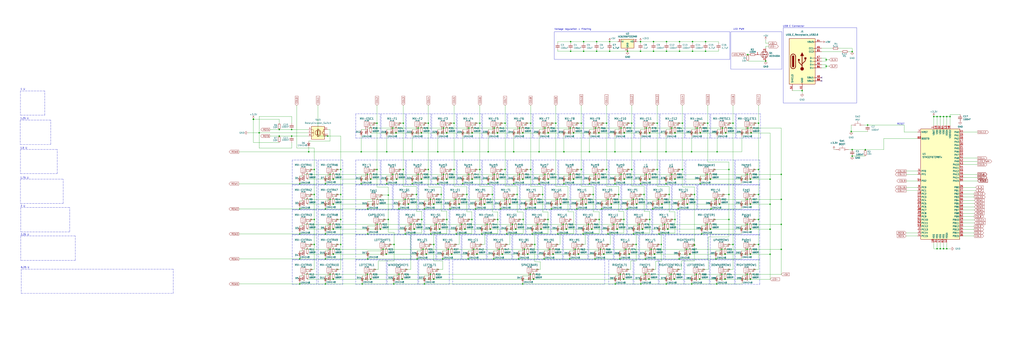
<source format=kicad_sch>
(kicad_sch (version 20211123) (generator eeschema)
  (paper "User" 799.998 279.4)
  (junction (at 257.81 214.63))
  (junction (at 559.562 155.956))
  (junction (at 569.468 132.588))
  (junction (at 371.475 163.449))
  (junction (at 586.74 104.013))
  (junction (at 445.516 136.398))
  (junction (at 414.528 96.393))
  (junction (at 432.054 198.882))
  (junction (at 530.86 32.512))
  (junction (at 311.658 214.63))
  (junction (at 530.86 40.132))
  (junction (at 429.514 195.072))
  (junction (at 325.882 202.565))
  (junction (at 499.364 175.514))
  (junction (at 354.711 132.588))
  (junction (at 440.563 143.764))
  (junction (at 428.244 140.208))
  (junction (at 343.408 179.324))
  (junction (at 254.254 202.565))
  (junction (at 509.905 163.449))
  (junction (at 459.74 175.514))
  (junction (at 546.608 218.44))
  (junction (at 316.484 155.956))
  (junction (at 384.683 152.146))
  (junction (at 334.645 96.393))
  (junction (at 491.49 198.882))
  (junction (at 374.904 96.393))
  (junction (at 414.528 132.588))
  (junction (at 586.232 179.324))
  (junction (at 527.304 104.013))
  (junction (at 601.599 159.766))
  (junction (at 542.544 152.146))
  (junction (at 227.838 101.346))
  (junction (at 503.174 152.146))
  (junction (at 566.42 218.44))
  (junction (at 234.188 183.007))
  (junction (at 416.814 218.44))
  (junction (at 257.81 155.956))
  (junction (at 677.799 97.79))
  (junction (at 476.25 32.512))
  (junction (at 294.513 132.588))
  (junction (at 408.432 140.208))
  (junction (at 645.414 46.736))
  (junction (at 260.35 159.766))
  (junction (at 334.645 132.588))
  (junction (at 536.448 195.072))
  (junction (at 420.116 175.514))
  (junction (at 372.618 198.882))
  (junction (at 494.919 183.007))
  (junction (at 482.092 179.324))
  (junction (at 520.573 222.123))
  (junction (at 338.836 218.44))
  (junction (at 563.88 214.63))
  (junction (at 572.643 191.262))
  (junction (at 303.403 171.704))
  (junction (at 266.192 191.262))
  (junction (at 289.56 140.208))
  (junction (at 487.68 140.208))
  (junction (at 370.078 195.072))
  (junction (at 586.232 159.766))
  (junction (at 480.695 222.123))
  (junction (at 381.381 143.764))
  (junction (at 428.244 104.013))
  (junction (at 245.491 152.146))
  (junction (at 465.328 100.203))
  (junction (at 583.692 195.072))
  (junction (at 400.304 175.514))
  (junction (at 517.144 159.766))
  (junction (at 408.305 222.123))
  (junction (at 507.492 140.208))
  (junction (at 336.296 155.956))
  (junction (at 524.256 214.63))
  (junction (at 526.796 218.44))
  (junction (at 610.362 175.514))
  (junction (at 323.596 179.324))
  (junction (at 322.072 143.764))
  (junction (at 480.441 118.745))
  (junction (at 388.874 171.704))
  (junction (at 508.762 195.072))
  (junction (at 533.146 132.588))
  (junction (at 314.198 218.44))
  (junction (at 572.643 96.393))
  (junction (at 520.7 32.512))
  (junction (at 338.836 159.766))
  (junction (at 734.568 91.186))
  (junction (at 435.737 183.007))
  (junction (at 260.35 179.324))
  (junction (at 530.606 202.565))
  (junction (at 306.832 100.203))
  (junction (at 439.928 175.514))
  (junction (at 390.906 163.449))
  (junction (at 464.82 202.565))
  (junction (at 354.711 96.393))
  (junction (at 349.123 171.704))
  (junction (at 540.258 118.745))
  (junction (at 592.582 191.262))
  (junction (at 592.582 152.146))
  (junction (at 500.38 143.764))
  (junction (at 493.522 132.588))
  (junction (at 302.133 118.745))
  (junction (at 375.92 155.956))
  (junction (at 546.989 143.764))
  (junction (at 245.491 171.704))
  (junction (at 504.952 100.203))
  (junction (at 257.81 175.514))
  (junction (at 500.38 40.132))
  (junction (at 302.133 143.764))
  (junction (at 560.197 118.745))
  (junction (at 405.892 136.398))
  (junction (at 401.32 143.764))
  (junction (at 473.837 132.588))
  (junction (at 418.084 159.766))
  (junction (at 487.172 218.44))
  (junction (at 234.188 143.764))
  (junction (at 468.122 171.704))
  (junction (at 383.032 179.324))
  (junction (at 307.848 191.262))
  (junction (at 583.692 155.956))
  (junction (at 316.611 183.007))
  (junction (at 282.194 118.745))
  (junction (at 501.904 179.324))
  (junction (at 430.784 163.449))
  (junction (at 315.087 96.393))
  (junction (at 504.19 202.565))
  (junction (at 403.987 152.146))
  (junction (at 457.708 159.766))
  (junction (at 454.152 96.393))
  (junction (at 415.544 155.956))
  (junction (at 586.232 218.44))
  (junction (at 385.699 202.565))
  (junction (at 412.242 198.882))
  (junction (at 484.632 214.63))
  (junction (at 534.416 155.956))
  (junction (at 256.032 106.426))
  (junction (at 340.868 175.514))
  (junction (at 504.444 214.63))
  (junction (at 732.028 194.564))
  (junction (at 474.98 183.007))
  (junction (at 520.319 118.745))
  (junction (at 381.381 118.745))
  (junction (at 664.972 102.87))
  (junction (at 301.752 198.882))
  (junction (at 521.716 179.324))
  (junction (at 471.678 198.882))
  (junction (at 294.64 175.514))
  (junction (at 729.488 91.186))
  (junction (at 480.441 143.764))
  (junction (at 287.02 136.398))
  (junction (at 584.2 100.203))
  (junction (at 352.806 198.882))
  (junction (at 329.184 104.013))
  (junction (at 245.491 191.262))
  (junction (at 358.648 159.766))
  (junction (at 405.13 202.565))
  (junction (at 361.442 118.745))
  (junction (at 460.502 143.764))
  (junction (at 583.692 136.398))
  (junction (at 449.326 195.072))
  (junction (at 469.138 195.072))
  (junction (at 466.09 40.132))
  (junction (at 485.14 136.398))
  (junction (at 360.68 175.514))
  (junction (at 346.456 136.398))
  (junction (at 540.385 222.123))
  (junction (at 547.116 104.013))
  (junction (at 513.461 96.393))
  (junction (at 524.764 136.398))
  (junction (at 315.087 132.588))
  (junction (at 455.549 183.007))
  (junction (at 586.232 140.208))
  (junction (at 331.597 222.123))
  (junction (at 395.859 183.007))
  (junction (at 510.54 32.512))
  (junction (at 538.988 198.882))
  (junction (at 389.89 195.072))
  (junction (at 415.798 183.007))
  (junction (at 414.274 214.63))
  (junction (at 487.68 104.013))
  (junction (at 356.489 183.007))
  (junction (at 465.328 136.398))
  (junction (at 500.634 222.123))
  (junction (at 445.77 32.512))
  (junction (at 297.18 179.324))
  (junction (at 356.108 155.956))
  (junction (at 566.42 198.882))
  (junction (at 732.028 91.186))
  (junction (at 559.816 222.123))
  (junction (at 448.056 140.208))
  (junction (at 510.54 40.132))
  (junction (at 536.956 159.766))
  (junction (at 254.254 183.007))
  (junction (at 386.08 136.398))
  (junction (at 562.102 159.766))
  (junction (at 380.492 175.514))
  (junction (at 410.845 163.449))
  (junction (at 552.958 96.393))
  (junction (at 435.356 155.956))
  (junction (at 254.254 222.123))
  (junction (at 490.22 40.132))
  (junction (at 474.98 155.956))
  (junction (at 586.232 198.882))
  (junction (at 467.868 104.013))
  (junction (at 598.17 47.752))
  (junction (at 533.146 96.393))
  (junction (at 366.268 136.398))
  (junction (at 665.734 40.386))
  (junction (at 551.18 32.512))
  (junction (at 527.304 171.704))
  (junction (at 329.184 140.208))
  (junction (at 260.35 198.882))
  (junction (at 289.56 218.44))
  (junction (at 421.132 143.764))
  (junction (at 287.02 214.63))
  (junction (at 455.168 155.956))
  (junction (at 227.838 106.426))
  (junction (at 241.173 118.745))
  (junction (at 466.09 32.512))
  (junction (at 520.7 40.132))
  (junction (at 487.426 171.704))
  (junction (at 321.056 175.514))
  (junction (at 266.192 152.146))
  (junction (at 254.254 163.449))
  (junction (at 564.388 100.203))
  (junction (at 676.021 117.094))
  (junction (at 366.268 100.203))
  (junction (at 448.056 104.013))
  (junction (at 450.596 163.449))
  (junction (at 559.308 202.565))
  (junction (at 601.599 179.324))
  (junction (at 494.792 155.956))
  (junction (at 309.88 140.208))
  (junction (at 257.81 195.072))
  (junction (at 218.186 106.426))
  (junction (at 497.332 159.766))
  (junction (at 451.866 198.882))
  (junction (at 551.18 40.132))
  (junction (at 542.544 191.77))
  (junction (at 520.319 143.764))
  (junction (at 734.568 194.564))
  (junction (at 351.536 163.449))
  (junction (at 467.868 140.208))
  (junction (at 245.491 132.588))
  (junction (at 460.502 118.745))
  (junction (at 529.844 163.449))
  (junction (at 500.38 118.745))
  (junction (at 388.62 140.208))
  (junction (at 583.692 214.63))
  (junction (at 365.76 202.565))
  (junction (at 348.996 104.013))
  (junction (at 514.604 155.956))
  (junction (at 541.02 32.512))
  (junction (at 342.011 118.745))
  (junction (at 592.582 132.588))
  (junction (at 398.272 159.766))
  (junction (at 234.188 202.565))
  (junction (at 218.186 101.346))
  (junction (at 737.108 91.186))
  (junction (at 408.432 104.013))
  (junction (at 294.513 96.393))
  (junction (at 601.599 198.882))
  (junction (at 645.414 51.816))
  (junction (at 665.734 117.094))
  (junction (at 554.99 179.324))
  (junction (at 329.565 171.704))
  (junction (at 445.516 100.203))
  (junction (at 437.896 159.766))
  (junction (at 368.808 140.208))
  (junction (at 331.597 163.449))
  (junction (at 361.442 143.764))
  (junction (at 592.582 96.393))
  (junction (at 425.704 136.398))
  (junction (at 394.589 132.588))
  (junction (at 527.304 140.208))
  (junction (at 563.88 195.072))
  (junction (at 425.069 202.565))
  (junction (at 504.952 136.398))
  (junction (at 737.108 194.564))
  (junction (at 739.648 91.186))
  (junction (at 544.576 100.203))
  (junction (at 234.188 222.123))
  (junction (at 376.428 183.007))
  (junction (at 417.83 191.262))
  (junction (at 483.362 152.146))
  (junction (at 336.296 214.63))
  (junction (at 282.956 222.123))
  (junction (at 496.951 191.262))
  (junction (at 552.45 175.514))
  (junction (at 386.08 100.203))
  (junction (at 287.274 202.565))
  (junction (at 513.461 132.588))
  (junction (at 665.734 122.174))
  (junction (at 445.008 202.565))
  (junction (at 473.837 96.393))
  (junction (at 202.438 103.886))
  (junction (at 266.192 171.704))
  (junction (at 592.582 171.704))
  (junction (at 584.2 42.672))
  (junction (at 455.93 40.132))
  (junction (at 322.072 118.745))
  (junction (at 402.844 179.324))
  (junction (at 306.832 136.398))
  (junction (at 476.25 40.132))
  (junction (at 455.93 32.512))
  (junction (at 454.152 132.588))
  (junction (at 401.32 118.745))
  (junction (at 287.274 183.007))
  (junction (at 569.468 152.146))
  (junction (at 405.892 100.203))
  (junction (at 541.02 40.132))
  (junction (at 626.618 70.866))
  (junction (at 462.28 179.324))
  (junction (at 368.808 104.013))
  (junction (at 364.744 152.146))
  (junction (at 234.188 163.449))
  (junction (at 326.644 136.398))
  (junction (at 332.994 198.882))
  (junction (at 421.132 118.745))
  (junction (at 260.35 140.208))
  (junction (at 388.62 104.013))
  (junction (at 514.858 183.007))
  (junction (at 395.732 155.956))
  (junction (at 440.563 118.745))
  (junction (at 489.966 163.449))
  (junction (at 554.99 140.208))
  (junction (at 742.188 91.186))
  (junction (at 287.274 163.449))
  (junction (at 552.45 136.398))
  (junction (at 470.027 163.449))
  (junction (at 266.192 132.588))
  (junction (at 344.678 152.146))
  (junction (at 445.77 40.132))
  (junction (at 488.95 195.072))
  (junction (at 338.963 191.262))
  (junction (at 326.644 100.203))
  (junction (at 311.658 163.449))
  (junction (at 345.821 202.565))
  (junction (at 479.552 175.514))
  (junction (at 197.993 93.345))
  (junction (at 463.423 152.146))
  (junction (at 197.993 93.218))
  (junction (at 519.176 175.514))
  (junction (at 555.498 163.449))
  (junction (at 739.648 194.564))
  (junction (at 442.468 179.324))
  (junction (at 342.011 143.764))
  (junction (at 500.38 32.512))
  (junction (at 610.362 136.398))
  (junction (at 368.681 171.704))
  (junction (at 477.52 159.766))
  (junction (at 516.636 191.262))
  (junction (at 346.456 100.203))
  (junction (at 485.14 100.203))
  (junction (at 303.403 152.654))
  (junction (at 422.656 179.324))
  (junction (at 544.068 214.63))
  (junction (at 392.43 198.882))
  (junction (at 507.492 104.013))
  (junction (at 374.904 132.588))
  (junction (at 336.55 183.007))
  (junction (at 325.374 152.146))
  (junction (at 423.926 152.146))
  (junction (at 583.692 175.514))
  (junction (at 257.81 136.398))
  (junction (at 378.46 159.766))
  (junction (at 260.35 218.44))
  (junction (at 428.117 171.704))
  (junction (at 299.212 195.072))
  (junction (at 524.764 100.203))
  (junction (at 348.996 140.208))
  (junction (at 493.522 96.393))
  (junction (at 319.024 159.766))
  (junction (at 425.704 100.203))
  (junction (at 434.213 96.393))
  (junction (at 350.266 195.072))
  (junction (at 566.928 104.013))
  (junction (at 511.302 198.882))
  (junction (at 394.589 96.393))
  (junction (at 548.132 183.007))
  (junction (at 409.702 195.072))
  (junction (at 254.254 143.764))
  (junction (at 569.468 171.704))
  (junction (at 601.599 140.208))
  (junction (at 506.984 218.44))
  (junction (at 507.619 171.704))
  (junction (at 522.732 152.146))
  (junction (at 484.251 202.565))
  (junction (at 363.22 179.324))
  (junction (at 330.454 195.072))
  (junction (at 282.194 143.764))
  (junction (at 408.686 171.704))
  (junction (at 309.372 104.013))
  (junction (at 610.362 155.956))
  (junction (at 307.594 222.123))
  (junction (at 610.362 195.072))
  (no_connect (at 641.858 63.246))
  (no_connect (at 641.858 60.706))
  (wire (pts (xy 516.636 204.343) (xy 512.318 204.343)))
  (wire (pts (xy 469.138 132.588) (xy 473.837 132.588)))
  (wire (pts (xy 344.678 171.704) (xy 349.123 171.704)))
  (wire (pts (xy 522.732 145.923) (xy 522.732 152.146)))
  (polyline (pts (xy 479.044 183.896) (xy 459.994 183.896)))
  (wire (pts (xy 579.247 162.306) (xy 579.247 163.449)))
  (polyline (pts (xy 297.688 125.222) (xy 297.688 144.272)))
  (wire (pts (xy 234.188 202.565) (xy 254.254 202.565)))
  (polyline (pts (xy 248.666 164.338) (xy 248.666 183.388)))
  (wire (pts (xy 241.3 171.704) (xy 245.491 171.704)))
  (wire (pts (xy 368.808 140.208) (xy 388.62 140.208)))
  (polyline (pts (xy 370.586 183.388) (xy 370.586 164.338)))
  (wire (pts (xy 356.489 183.007) (xy 376.428 183.007)))
  (wire (pts (xy 311.658 162.306) (xy 311.658 163.449)))
  (wire (pts (xy 526.796 218.44) (xy 546.608 218.44)))
  (polyline (pts (xy 15.748 113.03) (xy 39.624 113.03)))
  (wire (pts (xy 287.274 196.342) (xy 297.942 196.342)))
  (wire (pts (xy 237.49 136.398) (xy 257.81 136.398)))
  (wire (pts (xy 405.13 196.342) (xy 408.432 196.342)))
  (wire (pts (xy 497.332 159.766) (xy 517.144 159.766)))
  (wire (pts (xy 734.568 194.564) (xy 737.108 194.564)))
  (wire (pts (xy 401.32 142.748) (xy 401.32 143.764)))
  (polyline (pts (xy 524.51 144.78) (xy 505.46 144.78)))
  (polyline (pts (xy 247.396 202.946) (xy 247.396 183.896)))
  (wire (pts (xy 527.304 104.013) (xy 547.116 104.013)))
  (wire (pts (xy 415.798 181.864) (xy 415.798 183.007)))
  (wire (pts (xy 586.232 159.766) (xy 601.599 159.766)))
  (polyline (pts (xy 545.084 163.83) (xy 573.786 163.83)))
  (polyline (pts (xy 248.666 222.504) (xy 267.716 222.504)))
  (wire (pts (xy 419.354 152.146) (xy 423.926 152.146)))
  (wire (pts (xy 467.868 140.208) (xy 487.68 140.208)))
  (polyline (pts (xy 306.578 163.83) (xy 306.578 144.78)))
  (polyline (pts (xy 573.786 125.222) (xy 535.686 125.222)))
  (wire (pts (xy 361.442 137.668) (xy 364.998 137.668)))
  (wire (pts (xy 394.589 145.669) (xy 403.987 145.669)))
  (wire (pts (xy 750.062 89.662) (xy 742.188 89.662)))
  (wire (pts (xy 520.319 106.553) (xy 520.319 118.745)))
  (wire (pts (xy 434.213 82.423) (xy 434.213 96.393)))
  (wire (pts (xy 465.328 136.398) (xy 485.14 136.398)))
  (wire (pts (xy 435.737 176.784) (xy 438.658 176.784)))
  (wire (pts (xy 510.54 32.512) (xy 520.7 32.512)))
  (wire (pts (xy 241.173 110.363) (xy 257.81 110.363)))
  (wire (pts (xy 470.027 157.226) (xy 473.71 157.226)))
  (wire (pts (xy 227.838 96.266) (xy 227.838 91.059)))
  (wire (pts (xy 464.82 196.342) (xy 467.868 196.342)))
  (wire (pts (xy 463.423 152.146) (xy 463.423 165.608)))
  (polyline (pts (xy 455.422 108.077) (xy 455.422 89.027)))
  (polyline (pts (xy 574.294 89.027) (xy 555.244 89.027)))
  (wire (pts (xy 350.266 195.072) (xy 330.454 195.072)))
  (polyline (pts (xy 593.598 183.388) (xy 593.598 164.338)))
  (wire (pts (xy 404.114 171.704) (xy 408.686 171.704)))
  (wire (pts (xy 417.83 182.499) (xy 417.83 191.262)))
  (polyline (pts (xy 297.688 144.272) (xy 316.738 144.272)))
  (wire (pts (xy 516.636 182.372) (xy 516.636 191.262)))
  (wire (pts (xy 349.123 182.753) (xy 338.963 182.753)))
  (polyline (pts (xy 459.232 183.896) (xy 440.182 183.896)))
  (polyline (pts (xy 475.996 89.027) (xy 475.996 108.077)))
  (wire (pts (xy 467.868 97.663) (xy 467.868 98.933)))
  (wire (pts (xy 254.254 143.764) (xy 282.194 143.764)))
  (wire (pts (xy 345.821 202.565) (xy 365.76 202.565)))
  (wire (pts (xy 493.522 145.669) (xy 503.174 145.669)))
  (wire (pts (xy 586.232 140.208) (xy 601.599 140.208)))
  (wire (pts (xy 287.274 201.422) (xy 287.274 202.565)))
  (wire (pts (xy 569.468 185.293) (xy 553.466 185.293)))
  (wire (pts (xy 555.498 163.449) (xy 579.247 163.449)))
  (wire (pts (xy 445.516 100.203) (xy 425.704 100.203)))
  (wire (pts (xy 307.848 181.737) (xy 307.848 191.262)))
  (polyline (pts (xy 376.936 108.077) (xy 395.986 108.077)))
  (wire (pts (xy 480.441 142.748) (xy 480.441 143.764)))
  (polyline (pts (xy 326.39 144.78) (xy 307.34 144.78)))
  (polyline (pts (xy 371.348 164.338) (xy 371.348 183.388)))
  (polyline (pts (xy 277.876 144.272) (xy 296.926 144.272)))
  (polyline (pts (xy 499.618 183.896) (xy 499.618 202.946)))
  (polyline (pts (xy 228.346 202.946) (xy 247.396 202.946)))
  (wire (pts (xy 364.744 152.146) (xy 364.744 165.608)))
  (polyline (pts (xy 306.578 144.78) (xy 277.876 144.78)))
  (wire (pts (xy 240.03 179.324) (xy 260.35 179.324)))
  (polyline (pts (xy 337.312 125.222) (xy 337.312 144.272)))
  (polyline (pts (xy 396.748 144.272) (xy 415.798 144.272)))
  (wire (pts (xy 540.258 106.553) (xy 540.258 118.745)))
  (wire (pts (xy 394.589 96.393) (xy 394.589 132.588)))
  (polyline (pts (xy 360.934 202.946) (xy 379.984 202.946)))
  (wire (pts (xy 218.186 96.266) (xy 218.186 93.345)))
  (polyline (pts (xy 593.598 163.83) (xy 593.598 144.78)))
  (wire (pts (xy 521.716 172.974) (xy 521.716 174.244)))
  (wire (pts (xy 364.744 146.05) (xy 364.744 152.146)))
  (wire (pts (xy 415.798 183.007) (xy 435.737 183.007)))
  (wire (pts (xy 437.515 191.262) (xy 433.324 191.262)))
  (wire (pts (xy 331.597 163.449) (xy 351.536 163.449)))
  (wire (pts (xy 610.362 155.956) (xy 610.362 175.514)))
  (polyline (pts (xy 302.514 222.504) (xy 326.39 222.504)))
  (wire (pts (xy 289.56 212.09) (xy 289.56 213.36)))
  (polyline (pts (xy 475.996 144.272) (xy 495.046 144.272)))
  (wire (pts (xy 677.799 97.79) (xy 675.132 97.79)))
  (wire (pts (xy 732.028 194.564) (xy 734.568 194.564)))
  (wire (pts (xy 468.122 182.499) (xy 457.327 182.499)))
  (wire (pts (xy 354.711 96.393) (xy 354.711 132.588)))
  (wire (pts (xy 476.25 38.862) (xy 476.25 40.132)))
  (wire (pts (xy 563.88 195.072) (xy 536.448 195.072)))
  (wire (pts (xy 429.514 96.393) (xy 434.213 96.393)))
  (wire (pts (xy 345.821 201.422) (xy 345.821 202.565)))
  (polyline (pts (xy 593.598 164.338) (xy 574.548 164.338)))
  (wire (pts (xy 761.238 151.638) (xy 752.348 151.638)))
  (wire (pts (xy 395.732 155.956) (xy 375.92 155.956)))
  (wire (pts (xy 301.752 198.882) (xy 332.994 198.882)))
  (wire (pts (xy 618.998 70.866) (xy 626.618 70.866)))
  (wire (pts (xy 592.582 191.262) (xy 592.582 210.82)))
  (wire (pts (xy 610.362 175.514) (xy 610.362 195.072)))
  (wire (pts (xy 398.399 182.499) (xy 398.399 191.262)))
  (wire (pts (xy 737.108 194.564) (xy 739.648 194.564)))
  (wire (pts (xy 361.442 106.553) (xy 361.442 118.745)))
  (wire (pts (xy 389.89 96.393) (xy 394.589 96.393)))
  (polyline (pts (xy 357.124 108.077) (xy 376.174 108.077)))
  (wire (pts (xy 356.108 155.956) (xy 336.296 155.956)))
  (polyline (pts (xy 574.548 222.504) (xy 593.598 222.504)))
  (wire (pts (xy 218.186 106.426) (xy 227.838 106.426)))
  (polyline (pts (xy 58.928 203.708) (xy 58.928 184.658)))
  (polyline (pts (xy 350.774 183.388) (xy 350.774 164.338)))
  (wire (pts (xy 361.442 143.764) (xy 381.381 143.764)))
  (polyline (pts (xy 336.55 89.027) (xy 317.5 89.027)))
  (polyline (pts (xy 515.62 125.222) (xy 515.62 144.272)))
  (wire (pts (xy 240.03 218.44) (xy 260.35 218.44)))
  (polyline (pts (xy 475.234 89.027) (xy 456.184 89.027)))
  (wire (pts (xy 480.695 220.98) (xy 480.695 222.123)))
  (polyline (pts (xy 376.174 89.027) (xy 357.124 89.027)))
  (polyline (pts (xy 396.748 108.077) (xy 415.798 108.077)))
  (polyline (pts (xy 395.986 108.077) (xy 395.986 89.027)))
  (wire (pts (xy 487.426 182.245) (xy 476.885 182.245)))
  (wire (pts (xy 677.799 102.87) (xy 664.972 102.87)))
  (wire (pts (xy 734.568 91.186) (xy 734.568 98.298)))
  (wire (pts (xy 324.866 171.704) (xy 329.565 171.704)))
  (wire (pts (xy 540.385 220.98) (xy 540.385 222.123)))
  (wire (pts (xy 583.692 155.956) (xy 559.562 155.956)))
  (wire (pts (xy 254.254 176.784) (xy 256.54 176.784)))
  (wire (pts (xy 392.43 198.882) (xy 412.242 198.882)))
  (wire (pts (xy 287.274 163.449) (xy 311.658 163.449)))
  (wire (pts (xy 289.56 104.013) (xy 309.372 104.013)))
  (polyline (pts (xy 366.776 144.78) (xy 366.776 163.83)))
  (polyline (pts (xy 410.972 183.388) (xy 430.022 183.388)))
  (polyline (pts (xy 16.256 181.356) (xy 54.356 181.356)))
  (polyline (pts (xy 573.786 222.504) (xy 573.786 203.454)))
  (wire (pts (xy 513.461 145.923) (xy 522.732 145.923)))
  (polyline (pts (xy 594.106 108.077) (xy 594.106 89.027)))
  (wire (pts (xy 530.86 40.132) (xy 530.86 38.862)))
  (wire (pts (xy 538.988 192.532) (xy 538.988 193.802)))
  (polyline (pts (xy 459.994 202.946) (xy 479.044 202.946)))
  (wire (pts (xy 651.51 117.094) (xy 652.78 117.094)))
  (polyline (pts (xy 327.152 203.454) (xy 327.152 222.504)))
  (wire (pts (xy 587.502 191.262) (xy 592.582 191.262)))
  (wire (pts (xy 340.106 152.146) (xy 344.678 152.146)))
  (polyline (pts (xy 465.836 144.78) (xy 465.836 163.83)))
  (polyline (pts (xy 426.212 163.83) (xy 445.262 163.83)))
  (wire (pts (xy 266.192 132.588) (xy 266.192 152.146)))
  (wire (pts (xy 739.648 194.564) (xy 742.442 194.564)))
  (wire (pts (xy 381.381 118.745) (xy 401.32 118.745)))
  (wire (pts (xy 507.619 182.245) (xy 496.951 182.245)))
  (wire (pts (xy 417.83 191.262) (xy 413.512 191.262)))
  (wire (pts (xy 561.34 40.132) (xy 551.18 40.132)))
  (polyline (pts (xy 593.598 125.222) (xy 574.548 125.222)))
  (wire (pts (xy 579.628 106.553) (xy 579.628 118.745)))
  (wire (pts (xy 739.648 91.186) (xy 742.188 91.186)))
  (wire (pts (xy 572.643 210.82) (xy 567.69 210.82)))
  (wire (pts (xy 645.414 51.816) (xy 645.414 53.086)))
  (wire (pts (xy 218.186 93.345) (xy 197.993 93.345)))
  (polyline (pts (xy 248.666 183.388) (xy 267.716 183.388)))
  (wire (pts (xy 376.428 183.007) (xy 395.859 183.007)))
  (polyline (pts (xy 534.67 108.077) (xy 534.67 89.027)))
  (polyline (pts (xy 611.886 21.59) (xy 669.29 21.59)) (stroke (width 0) (type solid)))
  (polyline (pts (xy 445.262 163.83) (xy 445.262 144.78)))
  (wire (pts (xy 260.35 153.416) (xy 260.35 154.686)))
  (wire (pts (xy 240.03 198.882) (xy 260.35 198.882)))
  (polyline (pts (xy 267.716 183.388) (xy 267.716 164.338)))
  (polyline (pts (xy 356.362 108.077) (xy 356.362 89.027)))
  (wire (pts (xy 375.92 155.956) (xy 356.108 155.956)))
  (wire (pts (xy 601.599 140.208) (xy 601.599 159.766)))
  (polyline (pts (xy 515.62 144.272) (xy 534.67 144.272)))
  (wire (pts (xy 282.194 143.764) (xy 302.133 143.764)))
  (wire (pts (xy 365.76 196.342) (xy 368.808 196.342)))
  (wire (pts (xy 579.247 137.668) (xy 582.422 137.668)))
  (wire (pts (xy 289.56 140.208) (xy 309.88 140.208)))
  (wire (pts (xy 331.597 220.98) (xy 331.597 222.123)))
  (polyline (pts (xy 330.962 183.388) (xy 330.962 164.338)))
  (polyline (pts (xy 406.4 144.78) (xy 406.4 163.83)))
  (wire (pts (xy 530.606 202.565) (xy 559.308 202.565)))
  (wire (pts (xy 309.88 140.208) (xy 329.184 140.208)))
  (polyline (pts (xy 351.028 222.504) (xy 351.028 203.454)))
  (wire (pts (xy 378.46 153.416) (xy 378.46 154.686)))
  (wire (pts (xy 346.456 136.398) (xy 366.268 136.398)))
  (wire (pts (xy 440.563 142.748) (xy 440.563 143.764)))
  (wire (pts (xy 306.832 100.203) (xy 287.02 100.203)))
  (wire (pts (xy 572.643 191.262) (xy 572.643 210.82)))
  (wire (pts (xy 560.197 118.745) (xy 579.628 118.745)))
  (wire (pts (xy 388.62 140.208) (xy 408.432 140.208)))
  (wire (pts (xy 386.08 136.398) (xy 405.892 136.398)))
  (polyline (pts (xy 317.5 89.027) (xy 317.5 108.077)))
  (wire (pts (xy 386.08 100.203) (xy 366.268 100.203)))
  (polyline (pts (xy 440.182 202.946) (xy 459.232 202.946)))
  (polyline (pts (xy 475.488 222.504) (xy 494.538 222.504)))
  (wire (pts (xy 437.896 153.416) (xy 437.896 154.686)))
  (polyline (pts (xy 390.398 164.338) (xy 371.348 164.338)))
  (polyline (pts (xy 485.648 163.83) (xy 504.698 163.83)))
  (polyline (pts (xy 504.698 163.83) (xy 504.698 144.78)))
  (wire (pts (xy 202.438 103.886) (xy 240.792 103.886)))
  (polyline (pts (xy 16.002 71.12) (xy 16.002 90.17)))
  (wire (pts (xy 234.188 215.9) (xy 236.22 215.9)))
  (wire (pts (xy 354.711 132.588) (xy 354.711 146.05)))
  (polyline (pts (xy 400.558 183.896) (xy 400.558 202.946)))
  (wire (pts (xy 348.996 104.013) (xy 368.808 104.013)))
  (wire (pts (xy 487.68 133.858) (xy 487.68 135.128)))
  (polyline (pts (xy 419.608 202.946) (xy 419.608 183.896)))
  (wire (pts (xy 330.454 195.072) (xy 299.212 195.072)))
  (wire (pts (xy 240.03 159.766) (xy 260.35 159.766)))
  (polyline (pts (xy 574.548 183.388) (xy 593.598 183.388)))
  (polyline (pts (xy 228.346 125.222) (xy 228.346 144.272)))
  (polyline (pts (xy 395.986 125.222) (xy 376.936 125.222)))
  (wire (pts (xy 374.904 132.588) (xy 374.904 145.923)))
  (wire (pts (xy 290.83 96.393) (xy 294.513 96.393)))
  (wire (pts (xy 566.928 97.663) (xy 566.928 98.933)))
  (wire (pts (xy 234.188 142.748) (xy 234.188 143.764)))
  (polyline (pts (xy 475.234 108.077) (xy 475.234 89.027)))
  (wire (pts (xy 512.318 210.82) (xy 508.254 210.82)))
  (wire (pts (xy 193.675 103.886) (xy 202.438 103.886)))
  (polyline (pts (xy 346.202 163.83) (xy 346.202 144.78)))
  (wire (pts (xy 295.529 210.82) (xy 290.83 210.82)))
  (wire (pts (xy 763.778 138.938) (xy 752.348 138.938)))
  (wire (pts (xy 378.46 159.766) (xy 398.272 159.766)))
  (wire (pts (xy 415.544 155.956) (xy 395.732 155.956)))
  (polyline (pts (xy 248.666 144.78) (xy 248.666 163.83)))
  (wire (pts (xy 374.904 96.393) (xy 374.904 132.588)))
  (wire (pts (xy 448.056 97.663) (xy 448.056 98.933)))
  (polyline (pts (xy 277.876 89.027) (xy 277.876 108.077)))
  (wire (pts (xy 493.522 82.423) (xy 493.522 96.393)))
  (wire (pts (xy 322.072 137.668) (xy 325.374 137.668)))
  (polyline (pts (xy 573.786 163.83) (xy 573.786 144.78)))
  (polyline (pts (xy 330.962 164.338) (xy 311.912 164.338)))
  (wire (pts (xy 584.2 100.203) (xy 564.388 100.203)))
  (wire (pts (xy 455.93 40.132) (xy 455.93 38.862)))
  (polyline (pts (xy 248.666 144.272) (xy 267.716 144.272)))
  (polyline (pts (xy 247.396 203.454) (xy 228.346 203.454)))
  (wire (pts (xy 555.498 157.226) (xy 558.292 157.226)))
  (polyline (pts (xy 484.886 163.83) (xy 484.886 144.78)))
  (polyline (pts (xy 337.312 144.272) (xy 356.362 144.272)))
  (wire (pts (xy 476.885 191.262) (xy 472.948 191.262)))
  (wire (pts (xy 546.989 137.668) (xy 551.18 137.668)))
  (wire (pts (xy 552.958 96.393) (xy 552.958 126.746)))
  (wire (pts (xy 462.28 179.324) (xy 482.092 179.324)))
  (wire (pts (xy 480.695 222.123) (xy 500.634 222.123)))
  (polyline (pts (xy 449.834 164.338) (xy 430.784 164.338)))
  (polyline (pts (xy 575.056 89.027) (xy 575.056 108.077)))
  (wire (pts (xy 294.513 96.393) (xy 294.513 132.588)))
  (wire (pts (xy 518.414 152.146) (xy 522.732 152.146)))
  (polyline (pts (xy 472.567 203.454) (xy 353.695 203.454)))
  (wire (pts (xy 761.238 177.038) (xy 752.348 177.038)))
  (wire (pts (xy 311.658 157.226) (xy 315.214 157.226)))
  (wire (pts (xy 559.308 196.342) (xy 562.61 196.342)))
  (polyline (pts (xy 514.858 108.077) (xy 514.858 89.027)))
  (wire (pts (xy 329.565 165.354) (xy 329.565 171.704)))
  (wire (pts (xy 601.599 179.324) (xy 601.599 198.882)))
  (polyline (pts (xy 570.992 24.892) (xy 610.87 24.892)) (stroke (width 0) (type solid)))
  (polyline (pts (xy 534.162 203.454) (xy 515.112 203.454)))
  (wire (pts (xy 586.232 198.882) (xy 601.599 198.882)))
  (polyline (pts (xy 433.07 46.482) (xy 570.23 46.482)) (stroke (width 0) (type solid)))
  (polyline (pts (xy 327.152 222.504) (xy 351.028 222.504)))
  (wire (pts (xy 260.35 198.882) (xy 301.752 198.882)))
  (polyline (pts (xy 302.514 203.454) (xy 302.514 222.504)))
  (polyline (pts (xy 267.716 183.896) (xy 248.666 183.896)))
  (wire (pts (xy 248.412 106.426) (xy 256.032 106.426)))
  (wire (pts (xy 463.423 145.796) (xy 463.423 152.146)))
  (polyline (pts (xy 440.182 183.896) (xy 440.182 202.946)))
  (wire (pts (xy 418.084 210.82) (xy 422.148 210.82)))
  (polyline (pts (xy 340.36 202.946) (xy 340.36 183.896)))
  (polyline (pts (xy 456.184 144.272) (xy 475.234 144.272)))
  (wire (pts (xy 483.362 171.704) (xy 487.426 171.704)))
  (wire (pts (xy 480.441 143.764) (xy 500.38 143.764)))
  (wire (pts (xy 234.188 222.123) (xy 254.254 222.123)))
  (wire (pts (xy 732.028 189.738) (xy 732.028 194.564)))
  (wire (pts (xy 562.102 153.416) (xy 562.102 154.686)))
  (wire (pts (xy 465.328 100.203) (xy 445.516 100.203)))
  (wire (pts (xy 294.513 82.423) (xy 294.513 96.393)))
  (wire (pts (xy 329.184 97.663) (xy 329.184 98.933)))
  (wire (pts (xy 706.374 97.79) (xy 677.799 97.79)))
  (wire (pts (xy 466.09 40.132) (xy 476.25 40.132)))
  (wire (pts (xy 218.186 111.506) (xy 197.993 111.506)))
  (wire (pts (xy 451.866 192.532) (xy 451.866 193.802)))
  (wire (pts (xy 501.904 179.324) (xy 521.716 179.324)))
  (wire (pts (xy 466.09 38.862) (xy 466.09 40.132)))
  (polyline (pts (xy 247.396 144.78) (xy 228.346 144.78)))
  (polyline (pts (xy 498.856 202.946) (xy 498.856 183.896)))
  (wire (pts (xy 468.122 165.608) (xy 468.122 171.704)))
  (polyline (pts (xy 490.22 164.338) (xy 490.22 183.388)))
  (polyline (pts (xy 472.567 222.504) (xy 472.567 203.454)))
  (wire (pts (xy 315.087 96.393) (xy 315.087 132.588)))
  (polyline (pts (xy 515.62 89.027) (xy 515.62 108.077)))
  (wire (pts (xy 729.488 194.564) (xy 732.028 194.564)))
  (wire (pts (xy 316.611 183.007) (xy 336.55 183.007)))
  (polyline (pts (xy 435.61 89.027) (xy 416.56 89.027)))
  (polyline (pts (xy 446.024 144.78) (xy 446.024 163.83)))
  (wire (pts (xy 266.192 106.426) (xy 266.192 132.588)))
  (wire (pts (xy 592.582 171.704) (xy 592.582 191.262)))
  (wire (pts (xy 287.02 136.398) (xy 306.832 136.398)))
  (polyline (pts (xy 317.5 125.222) (xy 317.5 144.272)))
  (wire (pts (xy 408.432 104.013) (xy 428.244 104.013)))
  (wire (pts (xy 555.498 162.306) (xy 555.498 163.449)))
  (polyline (pts (xy 515.112 222.504) (xy 534.162 222.504)))
  (wire (pts (xy 732.028 98.298) (xy 732.028 91.186)))
  (polyline (pts (xy 396.748 125.222) (xy 396.748 144.272)))
  (wire (pts (xy 586.232 153.416) (xy 586.232 154.686)))
  (polyline (pts (xy 510.032 164.338) (xy 510.032 183.388)))
  (polyline (pts (xy 573.786 202.946) (xy 573.786 183.896)))
  (wire (pts (xy 408.305 215.9) (xy 413.004 215.9)))
  (wire (pts (xy 294.513 146.431) (xy 303.403 146.431)))
  (wire (pts (xy 428.117 171.704) (xy 428.117 182.499)))
  (wire (pts (xy 294.64 175.514) (xy 321.056 175.514)))
  (wire (pts (xy 500.38 106.553) (xy 500.38 118.745)))
  (wire (pts (xy 334.645 82.423) (xy 334.645 96.393)))
  (wire (pts (xy 470.027 163.449) (xy 489.966 163.449)))
  (polyline (pts (xy 316.738 144.272) (xy 316.738 125.222)))
  (wire (pts (xy 610.362 136.398) (xy 610.362 155.956)))
  (wire (pts (xy 415.798 176.784) (xy 418.846 176.784)))
  (wire (pts (xy 513.461 96.393) (xy 513.461 132.588)))
  (wire (pts (xy 314.198 212.09) (xy 314.198 213.36)))
  (wire (pts (xy 476.25 40.132) (xy 490.22 40.132)))
  (wire (pts (xy 237.49 175.514) (xy 257.81 175.514)))
  (wire (pts (xy 322.072 143.764) (xy 342.011 143.764)))
  (wire (pts (xy 401.32 143.764) (xy 421.132 143.764)))
  (polyline (pts (xy 406.4 163.83) (xy 425.45 163.83)))
  (wire (pts (xy 334.264 191.262) (xy 338.963 191.262)))
  (wire (pts (xy 368.808 133.858) (xy 368.808 135.128)))
  (wire (pts (xy 404.622 101.473) (xy 401.32 101.473)))
  (wire (pts (xy 202.438 115.951) (xy 227.838 115.951)))
  (wire (pts (xy 303.403 171.704) (xy 303.403 181.737)))
  (wire (pts (xy 445.77 33.782) (xy 445.77 32.512)))
  (wire (pts (xy 459.74 175.514) (xy 479.552 175.514)))
  (wire (pts (xy 582.93 42.672) (xy 584.2 42.672)))
  (polyline (pts (xy 405.638 144.78) (xy 386.588 144.78)))
  (wire (pts (xy 287.02 214.63) (xy 311.658 214.63)))
  (wire (pts (xy 457.708 159.766) (xy 477.52 159.766)))
  (polyline (pts (xy 277.876 183.896) (xy 277.876 202.946)))
  (wire (pts (xy 418.084 159.766) (xy 437.896 159.766)))
  (wire (pts (xy 586.232 192.532) (xy 586.232 193.802)))
  (wire (pts (xy 610.362 100.203) (xy 584.2 100.203)))
  (wire (pts (xy 435.61 32.512) (xy 435.61 33.782)))
  (wire (pts (xy 548.386 96.393) (xy 552.958 96.393)))
  (polyline (pts (xy 228.346 144.272) (xy 247.396 144.272)))
  (wire (pts (xy 586.232 179.324) (xy 601.599 179.324)))
  (polyline (pts (xy 446.024 163.83) (xy 465.074 163.83)))
  (wire (pts (xy 763.778 126.238) (xy 752.348 126.238)))
  (wire (pts (xy 762.254 149.098) (xy 752.348 149.098)))
  (wire (pts (xy 473.837 145.796) (xy 483.362 145.796)))
  (wire (pts (xy 579.628 101.473) (xy 582.93 101.473)))
  (wire (pts (xy 587.502 171.704) (xy 592.582 171.704)))
  (wire (pts (xy 437.515 182.753) (xy 437.515 191.262)))
  (wire (pts (xy 257.81 101.346) (xy 257.81 110.363)))
  (polyline (pts (xy 376.936 125.222) (xy 376.936 144.272)))
  (wire (pts (xy 536.956 159.766) (xy 562.102 159.766)))
  (polyline (pts (xy 54.356 162.306) (xy 16.256 162.306)))
  (wire (pts (xy 509.905 162.306) (xy 509.905 163.449)))
  (wire (pts (xy 450.596 162.306) (xy 450.596 163.449)))
  (wire (pts (xy 521.716 179.324) (xy 554.99 179.324)))
  (wire (pts (xy 610.362 155.956) (xy 583.692 155.956)))
  (wire (pts (xy 530.606 201.422) (xy 530.606 202.565)))
  (wire (pts (xy 559.308 202.565) (xy 579.247 202.565)))
  (polyline (pts (xy 593.598 183.896) (xy 574.548 183.896)))
  (wire (pts (xy 455.93 32.512) (xy 466.09 32.512)))
  (wire (pts (xy 566.42 212.09) (xy 566.42 213.36)))
  (wire (pts (xy 586.232 172.974) (xy 586.232 174.244)))
  (wire (pts (xy 510.54 33.782) (xy 510.54 32.512)))
  (polyline (pts (xy 469.646 183.388) (xy 469.646 164.338)))
  (wire (pts (xy 390.906 162.306) (xy 390.906 163.449)))
  (polyline (pts (xy 494.538 222.504) (xy 494.538 203.454)))
  (polyline (pts (xy 593.598 222.504) (xy 593.598 203.454)))
  (polyline (pts (xy 380.746 183.896) (xy 380.746 202.946)))
  (wire (pts (xy 344.678 165.227) (xy 349.123 165.227)))
  (wire (pts (xy 186.69 118.745) (xy 241.173 118.745)))
  (polyline (pts (xy 433.07 46.482) (xy 433.07 24.892)) (stroke (width 0) (type solid)))
  (wire (pts (xy 319.024 153.416) (xy 319.024 154.686)))
  (wire (pts (xy 448.056 104.013) (xy 467.868 104.013)))
  (wire (pts (xy 257.81 136.398) (xy 287.02 136.398)))
  (wire (pts (xy 326.644 136.398) (xy 346.456 136.398)))
  (wire (pts (xy 423.926 152.146) (xy 423.926 165.862)))
  (polyline (pts (xy 554.482 108.077) (xy 554.482 89.027)))
  (wire (pts (xy 343.408 179.324) (xy 363.22 179.324)))
  (wire (pts (xy 241.3 132.588) (xy 245.491 132.588)))
  (wire (pts (xy 336.55 176.784) (xy 339.598 176.784)))
  (polyline (pts (xy 570.23 24.892) (xy 570.23 46.482)) (stroke (width 0) (type solid)))
  (wire (pts (xy 388.874 171.704) (xy 388.874 182.626)))
  (polyline (pts (xy 380.746 202.946) (xy 399.796 202.946)))
  (polyline (pts (xy 44.704 135.89) (xy 44.704 116.84)))
  (wire (pts (xy 487.172 218.44) (xy 506.984 218.44)))
  (wire (pts (xy 338.836 212.09) (xy 338.836 213.36)))
  (wire (pts (xy 435.61 40.132) (xy 445.77 40.132)))
  (polyline (pts (xy 573.786 164.338) (xy 531.114 164.338)))
  (wire (pts (xy 402.844 172.974) (xy 402.844 174.244)))
  (polyline (pts (xy 465.074 163.83) (xy 465.074 144.78)))
  (wire (pts (xy 473.837 82.423) (xy 473.837 96.393)))
  (wire (pts (xy 342.011 118.745) (xy 361.442 118.745)))
  (wire (pts (xy 368.808 97.663) (xy 368.808 98.933)))
  (wire (pts (xy 282.956 215.9) (xy 285.75 215.9)))
  (wire (pts (xy 388.874 165.735) (xy 388.874 171.704)))
  (wire (pts (xy 316.611 176.784) (xy 319.786 176.784)))
  (wire (pts (xy 508.762 96.393) (xy 513.461 96.393)))
  (wire (pts (xy 408.305 222.123) (xy 480.695 222.123)))
  (wire (pts (xy 520.7 32.512) (xy 530.86 32.512)))
  (wire (pts (xy 546.989 142.748) (xy 546.989 143.764)))
  (wire (pts (xy 569.468 152.146) (xy 569.468 171.704)))
  (wire (pts (xy 662.94 117.094) (xy 665.734 117.094)))
  (wire (pts (xy 345.948 210.82) (xy 340.106 210.82)))
  (polyline (pts (xy 248.666 203.454) (xy 248.666 222.504)))
  (wire (pts (xy 429.514 195.072) (xy 409.702 195.072)))
  (polyline (pts (xy 277.876 125.222) (xy 277.876 144.272)))
  (wire (pts (xy 257.81 175.514) (xy 294.64 175.514)))
  (wire (pts (xy 302.133 118.745) (xy 322.072 118.745)))
  (wire (pts (xy 364.49 171.704) (xy 368.681 171.704)))
  (wire (pts (xy 763.778 128.778) (xy 752.348 128.778)))
  (polyline (pts (xy 435.61 108.077) (xy 435.61 89.027)))
  (wire (pts (xy 448.183 165.608) (xy 448.183 182.753)))
  (polyline (pts (xy 509.27 183.388) (xy 509.27 164.338)))
  (wire (pts (xy 584.2 47.752) (xy 598.17 47.752)))
  (wire (pts (xy 586.74 97.663) (xy 586.74 98.933)))
  (polyline (pts (xy 247.396 164.338) (xy 228.346 164.338)))
  (wire (pts (xy 331.597 215.9) (xy 335.026 215.9)))
  (wire (pts (xy 381.381 137.668) (xy 384.81 137.668)))
  (wire (pts (xy 449.326 132.588) (xy 454.152 132.588)))
  (wire (pts (xy 592.582 132.588) (xy 592.582 152.146)))
  (polyline (pts (xy 400.558 202.946) (xy 419.608 202.946)))
  (wire (pts (xy 290.83 132.588) (xy 294.513 132.588)))
  (wire (pts (xy 417.83 191.262) (xy 417.83 204.724)))
  (wire (pts (xy 471.678 198.882) (xy 491.49 198.882)))
  (wire (pts (xy 370.078 96.393) (xy 374.904 96.393)))
  (polyline (pts (xy 455.422 125.222) (xy 436.372 125.222)))
  (wire (pts (xy 186.563 143.764) (xy 234.188 143.764)))
  (wire (pts (xy 493.522 96.393) (xy 493.522 132.588)))
  (wire (pts (xy 421.132 143.764) (xy 440.563 143.764)))
  (wire (pts (xy 368.681 182.499) (xy 358.775 182.499)))
  (wire (pts (xy 462.28 172.974) (xy 462.28 174.244)))
  (wire (pts (xy 405.892 136.398) (xy 425.704 136.398)))
  (wire (pts (xy 510.54 40.132) (xy 520.7 40.132)))
  (wire (pts (xy 294.894 153.924) (xy 294.894 155.194)))
  (wire (pts (xy 460.502 143.764) (xy 480.441 143.764)))
  (wire (pts (xy 354.711 82.423) (xy 354.711 96.393)))
  (polyline (pts (xy 277.876 164.338) (xy 277.876 183.388)))
  (polyline (pts (xy 570.992 24.892) (xy 570.992 54.102)) (stroke (width 0) (type solid)))
  (wire (pts (xy 325.374 165.354) (xy 329.565 165.354)))
  (wire (pts (xy 598.17 33.782) (xy 600.71 33.782)))
  (polyline (pts (xy 267.716 125.222) (xy 248.666 125.222)))
  (polyline (pts (xy 495.3 222.504) (xy 514.35 222.504)))
  (wire (pts (xy 520.319 118.745) (xy 540.258 118.745)))
  (wire (pts (xy 572.643 96.393) (xy 572.643 191.262)))
  (wire (pts (xy 464.82 201.422) (xy 464.82 202.565)))
  (wire (pts (xy 496.951 182.245) (xy 496.951 191.262)))
  (wire (pts (xy 551.18 32.512) (xy 561.34 32.512)))
  (polyline (pts (xy 593.598 144.78) (xy 574.548 144.78)))
  (wire (pts (xy 473.837 96.393) (xy 473.837 132.588)))
  (polyline (pts (xy 489.458 183.388) (xy 489.458 164.338)))
  (wire (pts (xy 310.642 132.588) (xy 315.087 132.588)))
  (wire (pts (xy 707.898 149.098) (xy 716.788 149.098)))
  (wire (pts (xy 542.544 146.177) (xy 542.544 152.146)))
  (wire (pts (xy 344.678 152.146) (xy 344.678 165.227)))
  (polyline (pts (xy 366.014 144.78) (xy 346.964 144.78)))
  (polyline (pts (xy 336.55 125.222) (xy 317.5 125.222)))
  (wire (pts (xy 210.82 101.346) (xy 218.186 101.346)))
  (wire (pts (xy 303.403 146.431) (xy 303.403 152.654)))
  (wire (pts (xy 522.732 152.146) (xy 522.732 165.608)))
  (polyline (pts (xy 356.362 125.222) (xy 337.312 125.222)))
  (polyline (pts (xy 360.934 183.896) (xy 360.934 202.946)))
  (polyline (pts (xy 331.724 183.388) (xy 350.774 183.388)))
  (wire (pts (xy 340.868 175.514) (xy 360.68 175.514)))
  (wire (pts (xy 484.251 201.422) (xy 484.251 202.565)))
  (wire (pts (xy 445.516 136.398) (xy 465.328 136.398)))
  (polyline (pts (xy 337.312 89.027) (xy 337.312 108.077)))
  (wire (pts (xy 449.326 195.072) (xy 429.514 195.072)))
  (wire (pts (xy 586.74 104.013) (xy 601.599 104.013)))
  (wire (pts (xy 547.116 97.663) (xy 547.116 98.933)))
  (wire (pts (xy 338.836 218.44) (xy 416.814 218.44)))
  (wire (pts (xy 641.858 48.006) (xy 645.414 48.006)))
  (polyline (pts (xy 228.346 222.504) (xy 247.396 222.504)))
  (wire (pts (xy 298.45 171.704) (xy 303.403 171.704)))
  (wire (pts (xy 529.844 157.226) (xy 533.146 157.226)))
  (wire (pts (xy 566.42 192.532) (xy 566.42 193.802)))
  (wire (pts (xy 547.116 104.013) (xy 566.928 104.013)))
  (wire (pts (xy 202.438 91.059) (xy 202.438 103.886)))
  (wire (pts (xy 295.529 204.216) (xy 307.848 204.216)))
  (wire (pts (xy 423.926 165.862) (xy 428.117 165.862)))
  (wire (pts (xy 480.441 137.668) (xy 483.87 137.668)))
  (wire (pts (xy 343.408 172.974) (xy 343.408 174.244)))
  (wire (pts (xy 234.188 201.422) (xy 234.188 202.565)))
  (wire (pts (xy 487.426 171.704) (xy 487.426 182.245)))
  (wire (pts (xy 534.416 155.956) (xy 514.604 155.956)))
  (polyline (pts (xy 248.666 202.946) (xy 267.716 202.946)))
  (wire (pts (xy 342.011 142.748) (xy 342.011 143.764)))
  (wire (pts (xy 567.69 191.262) (xy 572.643 191.262)))
  (polyline (pts (xy 395.986 89.027) (xy 376.936 89.027)))
  (polyline (pts (xy 420.37 202.946) (xy 439.42 202.946)))
  (polyline (pts (xy 514.35 203.454) (xy 495.3 203.454)))
  (wire (pts (xy 365.76 202.565) (xy 385.699 202.565)))
  (polyline (pts (xy 505.46 144.78) (xy 505.46 163.83)))
  (wire (pts (xy 455.93 33.782) (xy 455.93 32.512)))
  (wire (pts (xy 491.49 198.882) (xy 511.302 198.882)))
  (wire (pts (xy 383.032 172.974) (xy 383.032 174.244)))
  (polyline (pts (xy 416.56 89.027) (xy 416.56 108.077)))
  (polyline (pts (xy 385.826 163.83) (xy 385.826 144.78)))
  (wire (pts (xy 338.836 153.416) (xy 338.836 154.686)))
  (wire (pts (xy 245.491 191.262) (xy 245.491 210.82)))
  (wire (pts (xy 579.247 142.748) (xy 579.247 143.764)))
  (wire (pts (xy 425.069 201.422) (xy 425.069 202.565)))
  (wire (pts (xy 501.904 172.974) (xy 501.904 174.244)))
  (polyline (pts (xy 247.396 222.504) (xy 247.396 203.454)))
  (wire (pts (xy 345.821 196.342) (xy 348.996 196.342)))
  (wire (pts (xy 523.494 101.473) (xy 520.319 101.473)))
  (wire (pts (xy 587.502 132.588) (xy 592.582 132.588)))
  (polyline (pts (xy 267.716 163.83) (xy 267.716 144.78)))
  (wire (pts (xy 506.984 212.09) (xy 506.984 213.36)))
  (polyline (pts (xy 320.548 202.946) (xy 320.548 183.896)))
  (wire (pts (xy 469.138 195.072) (xy 449.326 195.072)))
  (polyline (pts (xy 415.798 125.222) (xy 396.748 125.222)))
  (polyline (pts (xy 360.172 202.946) (xy 360.172 183.896)))
  (wire (pts (xy 421.132 106.553) (xy 421.132 118.745)))
  (polyline (pts (xy 366.776 163.83) (xy 385.826 163.83)))
  (wire (pts (xy 554.99 133.858) (xy 554.99 135.128)))
  (polyline (pts (xy 459.232 202.946) (xy 459.232 183.896)))
  (wire (pts (xy 513.461 82.423) (xy 513.461 96.393)))
  (polyline (pts (xy 296.926 144.272) (xy 296.926 125.222)))
  (polyline (pts (xy 544.322 163.83) (xy 544.322 144.78)))
  (polyline (pts (xy 35.052 71.12) (xy 16.002 71.12)))
  (wire (pts (xy 440.563 118.745) (xy 460.502 118.745)))
  (wire (pts (xy 307.594 215.9) (xy 310.388 215.9)))
  (wire (pts (xy 240.03 153.416) (xy 240.03 154.686)))
  (wire (pts (xy 520.319 143.764) (xy 546.989 143.764)))
  (wire (pts (xy 400.304 175.514) (xy 420.116 175.514)))
  (polyline (pts (xy 415.798 108.077) (xy 415.798 89.027)))
  (wire (pts (xy 385.699 201.422) (xy 385.699 202.565)))
  (wire (pts (xy 641.858 53.086) (xy 645.414 53.086)))
  (wire (pts (xy 402.844 179.324) (xy 422.656 179.324)))
  (wire (pts (xy 761.238 161.798) (xy 752.348 161.798)))
  (wire (pts (xy 302.133 142.748) (xy 302.133 143.764)))
  (polyline (pts (xy 419.608 183.896) (xy 400.558 183.896)))
  (wire (pts (xy 197.993 93.345) (xy 197.993 93.218)))
  (polyline (pts (xy 553.974 222.504) (xy 553.974 203.454)))
  (wire (pts (xy 522.732 165.608) (xy 527.304 165.608)))
  (wire (pts (xy 320.929 210.82) (xy 315.468 210.82)))
  (wire (pts (xy 514.858 176.784) (xy 517.906 176.784)))
  (wire (pts (xy 540.385 222.123) (xy 559.816 222.123)))
  (wire (pts (xy 761.238 174.498) (xy 752.348 174.498)))
  (wire (pts (xy 583.692 175.514) (xy 610.362 175.514)))
  (wire (pts (xy 460.502 106.553) (xy 460.502 118.745)))
  (wire (pts (xy 282.194 101.473) (xy 285.75 101.473)))
  (wire (pts (xy 466.09 33.782) (xy 466.09 32.512)))
  (wire (pts (xy 517.144 153.416) (xy 517.144 154.686)))
  (polyline (pts (xy 340.36 183.896) (xy 321.31 183.896)))
  (wire (pts (xy 261.62 191.262) (xy 266.192 191.262)))
  (wire (pts (xy 690.372 117.094) (xy 676.021 117.094)))
  (polyline (pts (xy 410.972 164.338) (xy 410.972 183.388)))
  (wire (pts (xy 507.492 140.208) (xy 527.304 140.208)))
  (wire (pts (xy 345.948 204.216) (xy 345.948 210.82)))
  (wire (pts (xy 311.658 163.449) (xy 331.597 163.449)))
  (wire (pts (xy 395.859 181.864) (xy 395.859 183.007)))
  (wire (pts (xy 455.549 181.864) (xy 455.549 183.007)))
  (wire (pts (xy 186.69 222.123) (xy 234.188 222.123)))
  (polyline (pts (xy 277.876 144.78) (xy 277.876 163.83)))
  (polyline (pts (xy 430.022 164.338) (xy 410.972 164.338)))
  (wire (pts (xy 497.332 153.416) (xy 497.332 154.686)))
  (polyline (pts (xy 277.876 202.946) (xy 320.548 202.946)))
  (wire (pts (xy 445.008 196.342) (xy 448.056 196.342)))
  (wire (pts (xy 527.304 133.858) (xy 527.304 135.128)))
  (wire (pts (xy 358.775 182.499) (xy 358.775 191.262)))
  (wire (pts (xy 435.356 155.956) (xy 415.544 155.956)))
  (wire (pts (xy 371.475 162.306) (xy 371.475 163.449)))
  (wire (pts (xy 734.568 189.738) (xy 734.568 194.564)))
  (wire (pts (xy 513.461 132.588) (xy 513.461 145.923)))
  (polyline (pts (xy 416.56 144.272) (xy 435.61 144.272)))
  (polyline (pts (xy 495.808 89.027) (xy 495.808 108.077)))
  (polyline (pts (xy 277.876 203.454) (xy 277.876 222.504)))
  (wire (pts (xy 487.68 104.013) (xy 507.492 104.013)))
  (wire (pts (xy 336.296 155.956) (xy 316.484 155.956)))
  (polyline (pts (xy 574.548 203.454) (xy 574.548 222.504)))
  (polyline (pts (xy 337.312 108.077) (xy 356.362 108.077)))
  (wire (pts (xy 529.844 163.449) (xy 555.498 163.449)))
  (wire (pts (xy 227.838 101.346) (xy 240.792 101.346)))
  (wire (pts (xy 554.99 140.208) (xy 586.232 140.208)))
  (wire (pts (xy 444.246 101.473) (xy 440.563 101.473)))
  (wire (pts (xy 234.188 163.449) (xy 254.254 163.449)))
  (wire (pts (xy 294.513 132.588) (xy 294.513 146.431)))
  (polyline (pts (xy 316.738 89.027) (xy 297.688 89.027)))
  (polyline (pts (xy 277.876 222.504) (xy 301.752 222.504)))
  (wire (pts (xy 544.068 214.63) (xy 563.88 214.63)))
  (wire (pts (xy 388.62 104.013) (xy 408.432 104.013)))
  (wire (pts (xy 408.686 171.704) (xy 408.686 182.499)))
  (wire (pts (xy 489.966 163.449) (xy 509.905 163.449)))
  (polyline (pts (xy 410.21 164.338) (xy 391.16 164.338)))
  (wire (pts (xy 330.454 96.393) (xy 334.645 96.393)))
  (wire (pts (xy 610.362 100.203) (xy 610.362 136.398)))
  (wire (pts (xy 368.681 165.608) (xy 368.681 171.704)))
  (polyline (pts (xy 396.748 89.027) (xy 396.748 108.077)))
  (wire (pts (xy 533.146 82.423) (xy 533.146 96.393)))
  (wire (pts (xy 761.238 171.958) (xy 752.348 171.958)))
  (polyline (pts (xy 509.27 164.338) (xy 490.22 164.338)))
  (wire (pts (xy 641.858 40.386) (xy 657.606 40.386)))
  (wire (pts (xy 381.381 143.764) (xy 401.32 143.764)))
  (wire (pts (xy 457.327 182.499) (xy 457.327 191.262)))
  (polyline (pts (xy 510.032 183.388) (xy 529.082 183.388)))
  (wire (pts (xy 325.374 152.146) (xy 325.374 165.354)))
  (polyline (pts (xy 15.748 93.98) (xy 15.748 113.03)))
  (wire (pts (xy 488.95 195.072) (xy 469.138 195.072)))
  (wire (pts (xy 474.98 183.007) (xy 494.919 183.007)))
  (wire (pts (xy 592.582 210.82) (xy 587.502 210.82)))
  (wire (pts (xy 289.56 97.663) (xy 289.56 98.933)))
  (wire (pts (xy 257.81 155.956) (xy 237.49 155.956)))
  (wire (pts (xy 417.83 204.724) (xy 422.148 204.724)))
  (wire (pts (xy 408.432 140.208) (xy 428.244 140.208)))
  (polyline (pts (xy 436.372 89.027) (xy 436.372 108.077)))
  (wire (pts (xy 261.62 132.588) (xy 266.192 132.588)))
  (polyline (pts (xy 16.256 203.708) (xy 58.928 203.708)))
  (polyline (pts (xy 593.598 202.946) (xy 593.598 183.896)))
  (polyline (pts (xy 321.31 202.946) (xy 340.36 202.946)))
  (wire (pts (xy 378.587 191.262) (xy 373.888 191.262)))
  (polyline (pts (xy 316.738 108.077) (xy 316.738 89.027)))
  (wire (pts (xy 376.428 176.784) (xy 379.222 176.784)))
  (wire (pts (xy 583.692 195.072) (xy 563.88 195.072)))
  (wire (pts (xy 474.98 176.784) (xy 478.282 176.784)))
  (wire (pts (xy 299.212 195.072) (xy 257.81 195.072)))
  (wire (pts (xy 302.133 143.764) (xy 322.072 143.764)))
  (wire (pts (xy 645.414 51.816) (xy 647.954 51.816)))
  (wire (pts (xy 520.319 137.668) (xy 523.494 137.668)))
  (polyline (pts (xy 16.256 162.306) (xy 16.256 181.356)))
  (wire (pts (xy 414.528 132.588) (xy 414.528 145.923)))
  (wire (pts (xy 450.596 157.226) (xy 453.898 157.226)))
  (wire (pts (xy 676.021 117.094) (xy 665.734 117.094)))
  (wire (pts (xy 346.456 100.203) (xy 326.644 100.203)))
  (polyline (pts (xy 267.716 202.946) (xy 267.716 183.896)))
  (wire (pts (xy 256.032 106.426) (xy 266.192 106.426)))
  (wire (pts (xy 742.188 91.186) (xy 742.188 98.298)))
  (wire (pts (xy 329.184 133.858) (xy 329.184 135.128)))
  (wire (pts (xy 260.35 218.44) (xy 289.56 218.44)))
  (wire (pts (xy 254.254 162.306) (xy 254.254 163.449)))
  (wire (pts (xy 378.587 182.626) (xy 378.587 191.262)))
  (polyline (pts (xy 353.695 222.504) (xy 472.567 222.504)))
  (polyline (pts (xy 574.548 164.338) (xy 574.548 183.388)))
  (wire (pts (xy 403.987 165.862) (xy 408.686 165.862)))
  (wire (pts (xy 494.919 181.864) (xy 494.919 183.007)))
  (wire (pts (xy 405.892 100.203) (xy 386.08 100.203)))
  (wire (pts (xy 524.764 100.203) (xy 504.952 100.203)))
  (wire (pts (xy 520.7 33.782) (xy 520.7 32.512)))
  (wire (pts (xy 551.18 40.132) (xy 551.18 38.862)))
  (wire (pts (xy 586.232 212.09) (xy 586.232 213.36)))
  (wire (pts (xy 610.362 195.072) (xy 583.692 195.072)))
  (polyline (pts (xy 16.002 135.89) (xy 44.704 135.89)))
  (wire (pts (xy 349.123 171.704) (xy 349.123 182.753)))
  (polyline (pts (xy 534.67 144.272) (xy 534.67 125.222)))
  (wire (pts (xy 315.087 145.923) (xy 325.374 145.923)))
  (polyline (pts (xy 54.356 181.356) (xy 54.356 162.306)))
  (polyline (pts (xy 470.408 164.338) (xy 470.408 183.388)))
  (wire (pts (xy 520.573 220.98) (xy 520.573 222.123)))
  (wire (pts (xy 587.502 152.146) (xy 592.582 152.146)))
  (wire (pts (xy 487.68 140.208) (xy 507.492 140.208)))
  (polyline (pts (xy 436.372 108.077) (xy 455.422 108.077)))
  (polyline (pts (xy 475.234 144.272) (xy 475.234 125.222)))
  (wire (pts (xy 569.468 126.746) (xy 569.468 132.588)))
  (wire (pts (xy 388.62 133.858) (xy 388.62 135.128)))
  (wire (pts (xy 483.362 152.146) (xy 483.362 165.481)))
  (wire (pts (xy 563.372 152.146) (xy 569.468 152.146)))
  (wire (pts (xy 381.381 142.748) (xy 381.381 143.764)))
  (polyline (pts (xy 228.346 183.388) (xy 247.396 183.388)))
  (wire (pts (xy 511.302 198.882) (xy 538.988 198.882)))
  (wire (pts (xy 527.304 97.663) (xy 527.304 98.933)))
  (wire (pts (xy 464.058 101.473) (xy 460.502 101.473)))
  (wire (pts (xy 514.858 183.007) (xy 548.132 183.007)))
  (polyline (pts (xy 426.212 144.78) (xy 426.212 163.83)))
  (polyline (pts (xy 669.29 80.518) (xy 611.886 80.518)) (stroke (width 0) (type solid)))
  (polyline (pts (xy 336.55 144.272) (xy 336.55 125.222)))
  (wire (pts (xy 364.998 101.473) (xy 361.442 101.473)))
  (polyline (pts (xy 135.382 210.566) (xy 16.51 210.566)))
  (wire (pts (xy 334.645 146.177) (xy 344.678 146.177)))
  (wire (pts (xy 476.25 32.512) (xy 482.6 32.512)))
  (wire (pts (xy 520.7 40.132) (xy 520.7 38.862)))
  (wire (pts (xy 483.362 165.481) (xy 487.426 165.481)))
  (wire (pts (xy 266.192 152.146) (xy 266.192 171.704)))
  (wire (pts (xy 303.403 181.737) (xy 307.848 181.737)))
  (wire (pts (xy 311.658 214.63) (xy 336.296 214.63)))
  (wire (pts (xy 350.266 132.588) (xy 354.711 132.588)))
  (wire (pts (xy 450.596 163.449) (xy 470.027 163.449)))
  (wire (pts (xy 530.606 196.342) (xy 535.178 196.342)))
  (polyline (pts (xy 311.15 164.338) (xy 277.876 164.338)))
  (polyline (pts (xy 470.408 183.388) (xy 489.458 183.388)))
  (wire (pts (xy 423.926 145.923) (xy 423.926 152.146)))
  (wire (pts (xy 554.99 179.324) (xy 586.232 179.324)))
  (wire (pts (xy 266.192 171.704) (xy 266.192 191.262)))
  (wire (pts (xy 530.86 33.782) (xy 530.86 32.512)))
  (polyline (pts (xy 573.786 144.78) (xy 545.084 144.78)))
  (wire (pts (xy 432.054 198.882) (xy 451.866 198.882)))
  (wire (pts (xy 241.173 118.745) (xy 282.194 118.745)))
  (wire (pts (xy 435.737 183.007) (xy 455.549 183.007)))
  (wire (pts (xy 761.238 164.338) (xy 752.348 164.338)))
  (polyline (pts (xy 326.39 203.454) (xy 302.514 203.454)))
  (polyline (pts (xy 575.056 108.077) (xy 594.106 108.077)))
  (polyline (pts (xy 267.716 203.454) (xy 248.666 203.454)))
  (wire (pts (xy 479.552 175.514) (xy 499.364 175.514)))
  (wire (pts (xy 707.898 182.118) (xy 716.788 182.118)))
  (polyline (pts (xy 16.002 90.17) (xy 35.052 90.17)))
  (wire (pts (xy 645.414 50.546) (xy 645.414 51.816)))
  (wire (pts (xy 568.198 96.393) (xy 572.643 96.393)))
  (polyline (pts (xy 228.346 144.78) (xy 228.346 163.83)))
  (wire (pts (xy 428.244 104.013) (xy 448.056 104.013)))
  (wire (pts (xy 360.68 175.514) (xy 380.492 175.514)))
  (wire (pts (xy 410.845 163.449) (xy 430.784 163.449)))
  (wire (pts (xy 554.99 172.974) (xy 554.99 174.244)))
  (wire (pts (xy 470.027 162.306) (xy 470.027 163.449)))
  (wire (pts (xy 500.634 220.98) (xy 500.634 222.123)))
  (polyline (pts (xy 484.886 144.78) (xy 465.836 144.78)))
  (wire (pts (xy 707.898 133.858) (xy 716.788 133.858)))
  (polyline (pts (xy 247.396 183.896) (xy 228.346 183.896)))
  (wire (pts (xy 282.194 142.748) (xy 282.194 143.764)))
  (wire (pts (xy 356.489 181.864) (xy 356.489 183.007)))
  (wire (pts (xy 385.699 196.342) (xy 388.62 196.342)))
  (wire (pts (xy 261.62 152.146) (xy 266.192 152.146)))
  (wire (pts (xy 463.55 171.704) (xy 468.122 171.704)))
  (wire (pts (xy 305.562 101.473) (xy 302.133 101.473)))
  (wire (pts (xy 492.76 191.262) (xy 496.951 191.262)))
  (polyline (pts (xy 390.398 183.388) (xy 390.398 164.338)))
  (wire (pts (xy 422.148 204.724) (xy 422.148 210.82)))
  (polyline (pts (xy 228.346 203.454) (xy 228.346 222.504)))
  (wire (pts (xy 254.254 142.748) (xy 254.254 143.764)))
  (wire (pts (xy 641.858 50.546) (xy 645.414 50.546)))
  (wire (pts (xy 520.7 40.132) (xy 530.86 40.132)))
  (wire (pts (xy 254.254 220.98) (xy 254.254 222.123)))
  (wire (pts (xy 507.619 165.481) (xy 507.619 171.704)))
  (polyline (pts (xy 267.716 222.504) (xy 267.716 203.454)))
  (wire (pts (xy 509.905 157.226) (xy 513.334 157.226)))
  (wire (pts (xy 507.492 97.663) (xy 507.492 98.933)))
  (wire (pts (xy 376.428 181.864) (xy 376.428 183.007)))
  (wire (pts (xy 480.695 215.9) (xy 483.362 215.9)))
  (wire (pts (xy 455.549 183.007) (xy 474.98 183.007)))
  (wire (pts (xy 351.536 162.306) (xy 351.536 163.449)))
  (wire (pts (xy 485.14 136.398) (xy 504.952 136.398)))
  (wire (pts (xy 338.836 159.766) (xy 358.648 159.766)))
  (wire (pts (xy 583.692 214.63) (xy 610.362 214.63)))
  (polyline (pts (xy 465.836 163.83) (xy 484.886 163.83)))
  (wire (pts (xy 301.752 192.532) (xy 301.752 193.802)))
  (polyline (pts (xy 669.29 21.59) (xy 669.29 80.518)) (stroke (width 0) (type solid)))
  (wire (pts (xy 260.35 179.324) (xy 297.18 179.324)))
  (wire (pts (xy 494.919 183.007) (xy 514.858 183.007)))
  (wire (pts (xy 729.488 189.738) (xy 729.488 194.564)))
  (wire (pts (xy 610.362 195.072) (xy 610.362 214.63)))
  (polyline (pts (xy 494.538 203.454) (xy 475.488 203.454)))
  (wire (pts (xy 260.35 133.858) (xy 260.35 135.128)))
  (polyline (pts (xy 459.994 183.896) (xy 459.994 202.946)))
  (wire (pts (xy 542.544 191.77) (xy 542.544 204.216)))
  (wire (pts (xy 454.152 145.796) (xy 463.423 145.796)))
  (polyline (pts (xy 544.322 144.78) (xy 525.272 144.78)))
  (wire (pts (xy 541.02 40.132) (xy 551.18 40.132)))
  (polyline (pts (xy 326.39 163.83) (xy 326.39 144.78)))
  (wire (pts (xy 655.32 37.846) (xy 665.734 37.846)))
  (wire (pts (xy 476.25 33.782) (xy 476.25 32.512)))
  (wire (pts (xy 533.146 96.393) (xy 533.146 132.588)))
  (wire (pts (xy 388.62 97.663) (xy 388.62 98.933)))
  (polyline (pts (xy 504.698 144.78) (xy 485.648 144.78)))
  (wire (pts (xy 342.011 137.668) (xy 345.186 137.668)))
  (polyline (pts (xy 430.022 183.388) (xy 430.022 164.338)))
  (wire (pts (xy 412.242 198.882) (xy 432.054 198.882)))
  (wire (pts (xy 380.492 175.514) (xy 400.304 175.514)))
  (wire (pts (xy 553.466 185.293) (xy 553.466 210.82)))
  (polyline (pts (xy 296.926 125.222) (xy 277.876 125.222)))
  (wire (pts (xy 334.645 96.393) (xy 334.645 132.588)))
  (wire (pts (xy 437.896 159.766) (xy 457.708 159.766)))
  (wire (pts (xy 394.589 132.588) (xy 394.589 145.669)))
  (wire (pts (xy 548.132 176.784) (xy 551.18 176.784)))
  (wire (pts (xy 405.13 201.422) (xy 405.13 202.565)))
  (wire (pts (xy 752.348 103.378) (xy 763.778 103.378)))
  (wire (pts (xy 234.188 181.864) (xy 234.188 183.007)))
  (wire (pts (xy 358.648 153.416) (xy 358.648 154.686)))
  (wire (pts (xy 514.858 181.864) (xy 514.858 183.007)))
  (polyline (pts (xy 311.15 183.388) (xy 311.15 164.338)))
  (wire (pts (xy 512.318 204.343) (xy 512.318 210.82)))
  (wire (pts (xy 487.172 212.09) (xy 487.172 213.36)))
  (polyline (pts (xy 534.162 222.504) (xy 534.162 203.454)))
  (polyline (pts (xy 267.716 144.78) (xy 248.666 144.78)))
  (wire (pts (xy 422.656 172.974) (xy 422.656 174.244)))
  (wire (pts (xy 342.011 143.764) (xy 361.442 143.764)))
  (wire (pts (xy 384.683 145.923) (xy 384.683 152.146)))
  (wire (pts (xy 500.38 137.668) (xy 503.682 137.668)))
  (wire (pts (xy 314.198 218.44) (xy 338.836 218.44)))
  (wire (pts (xy 330.454 132.588) (xy 334.645 132.588)))
  (wire (pts (xy 440.563 143.764) (xy 460.502 143.764)))
  (polyline (pts (xy 490.22 183.388) (xy 509.27 183.388)))
  (wire (pts (xy 439.928 175.514) (xy 459.74 175.514)))
  (wire (pts (xy 445.77 38.862) (xy 445.77 40.132)))
  (polyline (pts (xy 16.002 140.208) (xy 16.002 159.258)))
  (wire (pts (xy 508.762 195.072) (xy 488.95 195.072)))
  (wire (pts (xy 473.837 132.588) (xy 473.837 145.796)))
  (wire (pts (xy 500.38 118.745) (xy 520.319 118.745)))
  (polyline (pts (xy 519.684 183.896) (xy 519.684 202.946)))
  (wire (pts (xy 569.468 132.588) (xy 569.468 152.146)))
  (wire (pts (xy 254.254 196.342) (xy 256.54 196.342)))
  (wire (pts (xy 384.302 171.704) (xy 388.874 171.704)))
  (wire (pts (xy 352.806 192.532) (xy 352.806 193.802)))
  (wire (pts (xy 466.09 40.132) (xy 455.93 40.132)))
  (polyline (pts (xy 277.876 108.077) (xy 296.926 108.077)))
  (wire (pts (xy 414.528 82.423) (xy 414.528 96.393)))
  (wire (pts (xy 240.03 172.974) (xy 240.03 174.244)))
  (wire (pts (xy 566.42 218.44) (xy 586.232 218.44)))
  (polyline (pts (xy 535.432 108.077) (xy 554.482 108.077)))
  (wire (pts (xy 471.678 192.532) (xy 471.678 193.802)))
  (polyline (pts (xy 514.858 144.272) (xy 514.858 125.222)))
  (wire (pts (xy 690.372 108.458) (xy 690.372 117.094)))
  (wire (pts (xy 572.643 82.423) (xy 572.643 96.393)))
  (wire (pts (xy 528.574 96.393) (xy 533.146 96.393)))
  (polyline (pts (xy 553.974 203.454) (xy 534.924 203.454)))
  (polyline (pts (xy 518.668 202.946) (xy 518.668 183.896)))
  (wire (pts (xy 237.49 214.63) (xy 257.81 214.63)))
  (polyline (pts (xy 554.736 183.896) (xy 554.736 202.946)))
  (polyline (pts (xy 351.536 164.338) (xy 351.536 183.388)))
  (polyline (pts (xy 574.548 125.222) (xy 574.548 144.272)))
  (wire (pts (xy 398.272 159.766) (xy 418.084 159.766)))
  (wire (pts (xy 763.778 123.698) (xy 752.348 123.698)))
  (wire (pts (xy 254.254 163.449) (xy 287.274 163.449)))
  (wire (pts (xy 361.442 118.745) (xy 381.381 118.745)))
  (polyline (pts (xy 311.912 183.388) (xy 330.962 183.388)))
  (polyline (pts (xy 479.044 202.946) (xy 479.044 183.896)))
  (wire (pts (xy 467.868 104.013) (xy 487.68 104.013)))
  (polyline (pts (xy 475.996 108.077) (xy 495.046 108.077)))
  (wire (pts (xy 584.2 42.672) (xy 585.47 42.672)))
  (wire (pts (xy 761.238 182.118) (xy 752.348 182.118)))
  (wire (pts (xy 323.596 179.324) (xy 343.408 179.324)))
  (wire (pts (xy 586.232 133.858) (xy 586.232 135.128)))
  (wire (pts (xy 368.681 171.704) (xy 368.681 182.499)))
  (wire (pts (xy 227.838 106.426) (xy 240.792 106.426)))
  (wire (pts (xy 542.544 152.146) (xy 542.544 191.77)))
  (wire (pts (xy 588.01 96.393) (xy 592.582 96.393)))
  (wire (pts (xy 484.251 202.565) (xy 504.19 202.565)))
  (polyline (pts (xy 518.668 183.896) (xy 499.618 183.896)))
  (wire (pts (xy 428.244 140.208) (xy 448.056 140.208)))
  (wire (pts (xy 384.81 101.473) (xy 381.381 101.473)))
  (wire (pts (xy 645.414 45.466) (xy 645.414 46.736)))
  (polyline (pts (xy 247.396 125.222) (xy 228.346 125.222)))
  (wire (pts (xy 345.186 101.473) (xy 342.011 101.473)))
  (wire (pts (xy 322.072 142.748) (xy 322.072 143.764)))
  (wire (pts (xy 598.17 36.322) (xy 600.71 36.322)))
  (polyline (pts (xy 44.704 116.84) (xy 16.002 116.84)))
  (polyline (pts (xy 370.586 164.338) (xy 351.536 164.338)))
  (polyline (pts (xy 475.488 203.454) (xy 475.488 222.504)))
  (wire (pts (xy 562.102 159.766) (xy 586.232 159.766)))
  (wire (pts (xy 320.294 152.146) (xy 325.374 152.146)))
  (wire (pts (xy 409.702 195.072) (xy 389.89 195.072)))
  (polyline (pts (xy 495.046 108.077) (xy 495.046 89.027)))
  (wire (pts (xy 442.468 172.974) (xy 442.468 174.244)))
  (polyline (pts (xy 317.5 144.272) (xy 336.55 144.272)))
  (polyline (pts (xy 247.396 144.272) (xy 247.396 125.222)))
  (wire (pts (xy 445.77 32.512) (xy 455.93 32.512)))
  (wire (pts (xy 390.906 163.449) (xy 410.845 163.449)))
  (polyline (pts (xy 326.39 222.504) (xy 326.39 203.454)))
  (wire (pts (xy 480.441 106.553) (xy 480.441 118.745)))
  (wire (pts (xy 497.84 32.512) (xy 500.38 32.512)))
  (wire (pts (xy 428.244 133.858) (xy 428.244 135.128)))
  (wire (pts (xy 500.38 143.764) (xy 520.319 143.764)))
  (wire (pts (xy 494.919 176.784) (xy 498.094 176.784)))
  (wire (pts (xy 409.702 132.588) (xy 414.528 132.588)))
  (wire (pts (xy 287.274 162.814) (xy 287.274 163.449)))
  (wire (pts (xy 287.274 181.864) (xy 287.274 183.007)))
  (wire (pts (xy 761.238 156.718) (xy 752.348 156.718)))
  (wire (pts (xy 234.188 162.306) (xy 234.188 163.449)))
  (polyline (pts (xy 327.152 144.78) (xy 327.152 163.83)))
  (wire (pts (xy 370.078 195.072) (xy 350.266 195.072)))
  (wire (pts (xy 504.19 196.342) (xy 507.492 196.342)))
  (polyline (pts (xy 534.924 203.454) (xy 534.924 222.504)))
  (wire (pts (xy 579.247 157.226) (xy 582.422 157.226)))
  (wire (pts (xy 467.868 133.858) (xy 467.868 135.128)))
  (wire (pts (xy 524.764 136.398) (xy 552.45 136.398)))
  (wire (pts (xy 428.117 165.862) (xy 428.117 171.704)))
  (wire (pts (xy 186.563 163.449) (xy 234.188 163.449)))
  (wire (pts (xy 257.81 214.63) (xy 287.02 214.63)))
  (polyline (pts (xy 495.808 144.272) (xy 514.858 144.272)))
  (polyline (pts (xy 525.272 163.83) (xy 544.322 163.83)))
  (wire (pts (xy 645.414 46.736) (xy 647.954 46.736)))
  (wire (pts (xy 416.814 218.44) (xy 487.172 218.44)))
  (wire (pts (xy 370.078 132.588) (xy 374.904 132.588)))
  (wire (pts (xy 425.069 196.342) (xy 428.244 196.342)))
  (wire (pts (xy 410.845 157.226) (xy 414.274 157.226)))
  (wire (pts (xy 326.644 100.203) (xy 306.832 100.203)))
  (wire (pts (xy 325.374 101.473) (xy 322.072 101.473)))
  (polyline (pts (xy 351.536 183.388) (xy 370.586 183.388)))
  (polyline (pts (xy 379.984 202.946) (xy 379.984 183.896)))
  (wire (pts (xy 716.788 103.378) (xy 706.374 103.378)))
  (wire (pts (xy 460.502 137.668) (xy 464.058 137.668)))
  (wire (pts (xy 245.491 132.588) (xy 245.491 152.146)))
  (wire (pts (xy 344.678 146.177) (xy 344.678 152.146)))
  (wire (pts (xy 526.796 212.09) (xy 526.796 213.36)))
  (wire (pts (xy 507.492 133.858) (xy 507.492 135.128)))
  (wire (pts (xy 541.02 32.512) (xy 551.18 32.512)))
  (wire (pts (xy 559.816 215.9) (xy 562.61 215.9)))
  (polyline (pts (xy 593.598 203.454) (xy 574.548 203.454)))
  (polyline (pts (xy 573.786 203.454) (xy 554.736 203.454)))
  (wire (pts (xy 569.468 171.704) (xy 569.468 185.293)))
  (wire (pts (xy 493.522 132.588) (xy 493.522 145.669)))
  (wire (pts (xy 455.168 155.956) (xy 435.356 155.956)))
  (polyline (pts (xy 554.736 222.504) (xy 573.786 222.504)))
  (wire (pts (xy 371.475 163.449) (xy 390.906 163.449)))
  (polyline (pts (xy 435.61 125.222) (xy 416.56 125.222)))
  (wire (pts (xy 510.54 40.132) (xy 510.54 38.862)))
  (wire (pts (xy 503.682 101.473) (xy 500.38 101.473)))
  (wire (pts (xy 662.686 40.386) (xy 665.734 40.386)))
  (wire (pts (xy 398.399 191.262) (xy 393.7 191.262)))
  (polyline (pts (xy 357.124 144.272) (xy 376.174 144.272)))
  (wire (pts (xy 408.432 97.663) (xy 408.432 98.933)))
  (wire (pts (xy 403.987 152.146) (xy 403.987 165.862)))
  (wire (pts (xy 532.384 204.216) (xy 532.384 210.82)))
  (wire (pts (xy 496.951 204.089) (xy 492.76 204.089)))
  (wire (pts (xy 394.589 82.423) (xy 394.589 96.393)))
  (wire (pts (xy 522.986 171.704) (xy 527.304 171.704)))
  (polyline (pts (xy 39.624 93.98) (xy 15.748 93.98)))
  (wire (pts (xy 524.256 214.63) (xy 544.068 214.63)))
  (polyline (pts (xy 465.074 144.78) (xy 446.024 144.78)))
  (polyline (pts (xy 395.986 144.272) (xy 395.986 125.222)))
  (polyline (pts (xy 385.826 144.78) (xy 366.776 144.78)))
  (polyline (pts (xy 555.244 108.077) (xy 574.294 108.077)))
  (polyline (pts (xy 552.958 202.946) (xy 552.958 183.896)))
  (wire (pts (xy 559.562 155.956) (xy 534.416 155.956)))
  (wire (pts (xy 484.251 196.342) (xy 487.68 196.342)))
  (wire (pts (xy 503.174 171.704) (xy 507.619 171.704)))
  (wire (pts (xy 480.441 118.745) (xy 500.38 118.745)))
  (wire (pts (xy 532.384 204.216) (xy 542.544 204.216)))
  (wire (pts (xy 425.704 136.398) (xy 445.516 136.398)))
  (polyline (pts (xy 376.174 108.077) (xy 376.174 89.027)))
  (polyline (pts (xy 495.808 125.222) (xy 495.808 144.272)))
  (wire (pts (xy 342.011 106.553) (xy 342.011 118.745)))
  (wire (pts (xy 408.686 165.862) (xy 408.686 171.704)))
  (wire (pts (xy 282.194 118.745) (xy 302.133 118.745)))
  (wire (pts (xy 732.028 91.186) (xy 734.568 91.186)))
  (polyline (pts (xy 495.3 203.454) (xy 495.3 222.504)))
  (wire (pts (xy 477.52 153.416) (xy 477.52 154.686)))
  (polyline (pts (xy 425.45 144.78) (xy 406.4 144.78)))
  (polyline (pts (xy 16.256 184.658) (xy 16.256 203.708)))
  (wire (pts (xy 245.491 171.704) (xy 245.491 191.262)))
  (wire (pts (xy 729.488 91.186) (xy 729.488 98.298)))
  (wire (pts (xy 536.448 195.072) (xy 508.762 195.072)))
  (wire (pts (xy 322.072 118.745) (xy 342.011 118.745)))
  (wire (pts (xy 351.536 157.226) (xy 354.838 157.226)))
  (polyline (pts (xy 425.45 163.83) (xy 425.45 144.78)))
  (wire (pts (xy 234.188 220.98) (xy 234.188 222.123)))
  (wire (pts (xy 287.274 202.565) (xy 325.882 202.565)))
  (wire (pts (xy 287.274 183.007) (xy 316.611 183.007)))
  (wire (pts (xy 503.174 152.146) (xy 503.174 165.481)))
  (wire (pts (xy 546.989 143.764) (xy 579.247 143.764)))
  (wire (pts (xy 538.226 152.146) (xy 542.544 152.146)))
  (wire (pts (xy 261.62 171.704) (xy 266.192 171.704)))
  (wire (pts (xy 598.17 36.322) (xy 598.17 37.592)))
  (polyline (pts (xy 360.172 183.896) (xy 341.122 183.896)))
  (polyline (pts (xy 356.362 144.272) (xy 356.362 125.222)))
  (wire (pts (xy 460.502 118.745) (xy 480.441 118.745)))
  (wire (pts (xy 385.699 202.565) (xy 405.13 202.565)))
  (wire (pts (xy 254.254 137.668) (xy 256.54 137.668)))
  (polyline (pts (xy 449.834 183.388) (xy 449.834 164.338)))
  (wire (pts (xy 287.274 176.784) (xy 293.37 176.784)))
  (wire (pts (xy 414.528 145.923) (xy 423.926 145.923)))
  (wire (pts (xy 468.122 171.704) (xy 468.122 182.499)))
  (wire (pts (xy 546.608 218.44) (xy 566.42 218.44)))
  (wire (pts (xy 403.987 145.669) (xy 403.987 152.146)))
  (wire (pts (xy 454.152 82.423) (xy 454.152 96.393)))
  (wire (pts (xy 527.304 165.608) (xy 527.304 171.704)))
  (polyline (pts (xy 391.16 164.338) (xy 391.16 183.388)))
  (wire (pts (xy 389.89 132.588) (xy 394.589 132.588)))
  (wire (pts (xy 707.898 136.398) (xy 716.788 136.398)))
  (wire (pts (xy 482.092 179.324) (xy 501.904 179.324)))
  (polyline (pts (xy 16.51 210.566) (xy 16.51 229.616)))
  (polyline (pts (xy 301.752 203.454) (xy 277.876 203.454)))
  (wire (pts (xy 405.13 202.565) (xy 425.069 202.565)))
  (polyline (pts (xy 415.798 89.027) (xy 396.748 89.027)))
  (wire (pts (xy 309.88 133.858) (xy 309.88 135.128)))
  (wire (pts (xy 374.904 82.423) (xy 374.904 96.393)))
  (wire (pts (xy 503.174 165.481) (xy 507.619 165.481)))
  (polyline (pts (xy 357.124 125.222) (xy 357.124 144.272)))
  (polyline (pts (xy 610.87 54.102) (xy 570.992 54.102)) (stroke (width 0) (type solid)))
  (wire (pts (xy 384.683 152.146) (xy 384.683 165.735)))
  (polyline (pts (xy 574.548 163.83) (xy 593.598 163.83)))
  (wire (pts (xy 583.692 136.398) (xy 610.362 136.398)))
  (wire (pts (xy 496.951 191.262) (xy 496.951 204.089)))
  (polyline (pts (xy 379.984 183.896) (xy 360.934 183.896)))
  (wire (pts (xy 231.775 82.55) (xy 231.775 115.824)))
  (wire (pts (xy 282.194 106.553) (xy 282.194 118.745)))
  (wire (pts (xy 421.132 118.745) (xy 440.563 118.745)))
  (wire (pts (xy 254.254 202.565) (xy 287.274 202.565)))
  (wire (pts (xy 260.35 159.766) (xy 319.024 159.766)))
  (polyline (pts (xy 336.55 108.077) (xy 336.55 89.027)))
  (polyline (pts (xy 505.46 163.83) (xy 524.51 163.83)))
  (wire (pts (xy 490.22 40.132) (xy 500.38 40.132)))
  (wire (pts (xy 310.642 96.393) (xy 315.087 96.393)))
  (wire (pts (xy 520.573 215.9) (xy 522.986 215.9)))
  (polyline (pts (xy 545.084 144.78) (xy 545.084 163.83)))
  (wire (pts (xy 315.087 132.588) (xy 315.087 145.923)))
  (polyline (pts (xy 277.876 163.83) (xy 306.578 163.83)))
  (polyline (pts (xy 39.624 113.03) (xy 39.624 93.98)))
  (wire (pts (xy 303.022 191.262) (xy 307.848 191.262)))
  (polyline (pts (xy 346.202 144.78) (xy 327.152 144.78)))
  (wire (pts (xy 443.738 145.923) (xy 443.738 165.608)))
  (wire (pts (xy 234.188 183.007) (xy 254.254 183.007)))
  (wire (pts (xy 500.634 222.123) (xy 520.573 222.123)))
  (wire (pts (xy 579.755 220.98) (xy 579.755 222.123)))
  (wire (pts (xy 316.484 155.956) (xy 257.81 155.956)))
  (wire (pts (xy 231.775 115.824) (xy 245.491 115.824)))
  (polyline (pts (xy 456.184 125.222) (xy 456.184 144.272)))
  (polyline (pts (xy 35.052 90.17) (xy 35.052 71.12)))
  (wire (pts (xy 548.132 183.007) (xy 579.247 183.007)))
  (polyline (pts (xy 594.106 89.027) (xy 575.056 89.027)))
  (wire (pts (xy 512.572 191.262) (xy 516.636 191.262)))
  (wire (pts (xy 548.132 181.864) (xy 548.132 183.007)))
  (wire (pts (xy 241.3 210.82) (xy 245.491 210.82)))
  (wire (pts (xy 361.442 142.748) (xy 361.442 143.764)))
  (wire (pts (xy 645.414 46.736) (xy 645.414 48.006)))
  (wire (pts (xy 530.86 32.512) (xy 541.02 32.512)))
  (wire (pts (xy 484.632 214.63) (xy 504.444 214.63)))
  (wire (pts (xy 430.784 162.306) (xy 430.784 163.449)))
  (wire (pts (xy 399.542 152.146) (xy 403.987 152.146)))
  (wire (pts (xy 329.184 104.013) (xy 348.996 104.013)))
  (wire (pts (xy 248.412 82.423) (xy 248.412 106.426)))
  (wire (pts (xy 561.34 38.862) (xy 561.34 40.132)))
  (polyline (pts (xy 49.276 159.258) (xy 49.276 140.208)))
  (wire (pts (xy 716.788 108.458) (xy 690.372 108.458)))
  (polyline (pts (xy 535.686 125.222) (xy 535.686 144.272)))
  (polyline (pts (xy 420.37 183.896) (xy 420.37 202.946)))
  (wire (pts (xy 761.238 179.578) (xy 752.348 179.578)))
  (wire (pts (xy 358.648 159.766) (xy 378.46 159.766)))
  (polyline (pts (xy 371.348 183.388) (xy 390.398 183.388)))
  (polyline (pts (xy 455.422 144.272) (xy 455.422 125.222)))
  (polyline (pts (xy 430.784 183.388) (xy 449.834 183.388)))
  (polyline (pts (xy 514.35 222.504) (xy 514.35 203.454)))
  (wire (pts (xy 401.32 118.745) (xy 421.132 118.745)))
  (wire (pts (xy 409.702 96.393) (xy 414.528 96.393)))
  (wire (pts (xy 432.054 192.532) (xy 432.054 193.802)))
  (wire (pts (xy 474.98 181.864) (xy 474.98 183.007)))
  (wire (pts (xy 454.152 132.588) (xy 454.152 145.796)))
  (wire (pts (xy 552.958 126.746) (xy 569.468 126.746)))
  (wire (pts (xy 241.173 115.443) (xy 241.173 118.745)))
  (wire (pts (xy 528.574 132.588) (xy 533.146 132.588)))
  (wire (pts (xy 445.008 201.422) (xy 445.008 202.565)))
  (wire (pts (xy 332.994 198.882) (xy 352.806 198.882)))
  (wire (pts (xy 762.254 146.558) (xy 752.348 146.558)))
  (wire (pts (xy 504.444 214.63) (xy 524.256 214.63)))
  (wire (pts (xy 307.594 220.98) (xy 307.594 222.123)))
  (polyline (pts (xy 320.548 183.896) (xy 277.876 183.896)))
  (wire (pts (xy 379.73 152.146) (xy 384.683 152.146)))
  (wire (pts (xy 508.762 132.588) (xy 513.461 132.588)))
  (polyline (pts (xy 350.774 164.338) (xy 331.724 164.338)))
  (wire (pts (xy 320.929 182.245) (xy 320.929 210.82)))
  (wire (pts (xy 388.874 182.626) (xy 378.587 182.626)))
  (polyline (pts (xy 524.51 163.83) (xy 524.51 144.78)))
  (polyline (pts (xy 534.67 89.027) (xy 515.62 89.027)))
  (wire (pts (xy 579.247 196.342) (xy 582.422 196.342)))
  (wire (pts (xy 601.599 198.882) (xy 601.599 218.44)))
  (wire (pts (xy 321.056 175.514) (xy 340.868 175.514)))
  (polyline (pts (xy 574.548 183.896) (xy 574.548 202.946)))
  (polyline (pts (xy 357.124 89.027) (xy 357.124 108.077)))
  (polyline (pts (xy 514.858 125.222) (xy 495.808 125.222)))
  (wire (pts (xy 499.364 175.514) (xy 519.176 175.514)))
  (wire (pts (xy 245.491 115.824) (xy 245.491 132.588)))
  (wire (pts (xy 260.35 140.208) (xy 289.56 140.208)))
  (polyline (pts (xy 341.122 202.946) (xy 360.172 202.946)))
  (polyline (pts (xy 519.684 202.946) (xy 552.958 202.946)))
  (polyline (pts (xy 16.002 116.84) (xy 16.002 135.89)))
  (wire (pts (xy 527.304 182.372) (xy 516.636 182.372)))
  (polyline (pts (xy 456.184 108.077) (xy 475.234 108.077)))
  (wire (pts (xy 503.174 145.669) (xy 503.174 152.146)))
  (polyline (pts (xy 228.346 164.338) (xy 228.346 183.388)))
  (wire (pts (xy 451.866 198.882) (xy 471.678 198.882)))
  (wire (pts (xy 737.108 189.738) (xy 737.108 194.564)))
  (polyline (pts (xy 495.046 125.222) (xy 475.996 125.222)))
  (wire (pts (xy 598.17 31.242) (xy 598.17 33.782)))
  (wire (pts (xy 546.608 212.09) (xy 546.608 213.36)))
  (wire (pts (xy 338.963 182.753) (xy 338.963 191.262)))
  (wire (pts (xy 354.711 146.05) (xy 364.744 146.05)))
  (wire (pts (xy 418.084 153.416) (xy 418.084 154.686)))
  (polyline (pts (xy 296.926 108.077) (xy 296.926 89.027)))
  (wire (pts (xy 500.38 32.512) (xy 510.54 32.512)))
  (polyline (pts (xy 376.936 144.272) (xy 395.986 144.272)))
  (wire (pts (xy 306.832 136.398) (xy 326.644 136.398)))
  (wire (pts (xy 752.348 136.398) (xy 763.778 136.398)))
  (polyline (pts (xy 248.666 125.222) (xy 248.666 144.272)))
  (wire (pts (xy 540.258 118.745) (xy 560.197 118.745)))
  (wire (pts (xy 282.956 220.98) (xy 282.956 222.123)))
  (polyline (pts (xy 317.5 108.077) (xy 336.55 108.077)))
  (polyline (pts (xy 574.548 144.78) (xy 574.548 163.83)))
  (wire (pts (xy 414.528 96.393) (xy 414.528 132.588)))
  (wire (pts (xy 245.491 152.146) (xy 245.491 171.704)))
  (polyline (pts (xy 499.618 202.946) (xy 518.668 202.946)))
  (polyline (pts (xy 534.924 222.504) (xy 553.974 222.504)))
  (wire (pts (xy 332.994 192.532) (xy 332.994 193.802)))
  (wire (pts (xy 329.184 140.208) (xy 348.996 140.208)))
  (polyline (pts (xy 456.184 89.027) (xy 456.184 108.077)))
  (wire (pts (xy 254.254 183.007) (xy 287.274 183.007)))
  (wire (pts (xy 477.52 159.766) (xy 497.332 159.766)))
  (wire (pts (xy 240.03 212.09) (xy 240.03 213.36)))
  (wire (pts (xy 579.247 176.784) (xy 582.422 176.784)))
  (wire (pts (xy 536.956 153.416) (xy 536.956 154.686)))
  (polyline (pts (xy 552.958 183.896) (xy 519.684 183.896)))
  (polyline (pts (xy 247.396 183.388) (xy 247.396 164.338)))
  (wire (pts (xy 325.374 145.923) (xy 325.374 152.146)))
  (wire (pts (xy 366.268 100.203) (xy 346.456 100.203)))
  (wire (pts (xy 509.905 163.449) (xy 529.844 163.449)))
  (polyline (pts (xy 248.666 163.83) (xy 267.716 163.83)))
  (polyline (pts (xy 327.152 163.83) (xy 346.202 163.83)))
  (wire (pts (xy 319.024 159.766) (xy 338.836 159.766)))
  (wire (pts (xy 410.845 162.306) (xy 410.845 163.449)))
  (wire (pts (xy 487.68 97.663) (xy 487.68 98.933)))
  (wire (pts (xy 540.258 191.262) (xy 542.544 191.77)))
  (wire (pts (xy 389.89 195.072) (xy 370.078 195.072)))
  (polyline (pts (xy 16.002 159.258) (xy 49.276 159.258)))
  (wire (pts (xy 352.806 198.882) (xy 372.618 198.882)))
  (wire (pts (xy 579.755 215.9) (xy 582.422 215.9)))
  (polyline (pts (xy 554.736 203.454) (xy 554.736 222.504)))
  (wire (pts (xy 350.266 96.393) (xy 354.711 96.393)))
  (polyline (pts (xy 376.936 89.027) (xy 376.936 108.077)))
  (wire (pts (xy 552.45 175.514) (xy 583.692 175.514)))
  (wire (pts (xy 329.565 171.704) (xy 329.565 182.245)))
  (polyline (pts (xy 376.174 125.222) (xy 357.124 125.222)))
  (wire (pts (xy 457.708 153.416) (xy 457.708 154.686)))
  (wire (pts (xy 254.254 181.864) (xy 254.254 183.007)))
  (wire (pts (xy 356.489 176.784) (xy 359.41 176.784)))
  (wire (pts (xy 254.254 215.9) (xy 256.54 215.9)))
  (wire (pts (xy 544.576 100.203) (xy 524.764 100.203)))
  (wire (pts (xy 282.194 137.668) (xy 285.75 137.668)))
  (wire (pts (xy 533.146 132.588) (xy 533.146 146.177)))
  (polyline (pts (xy 16.51 229.616) (xy 135.382 229.616)))
  (wire (pts (xy 374.904 145.923) (xy 384.683 145.923)))
  (wire (pts (xy 401.32 106.553) (xy 401.32 118.745)))
  (wire (pts (xy 489.966 162.306) (xy 489.966 163.449)))
  (wire (pts (xy 430.784 163.449) (xy 450.596 163.449)))
  (wire (pts (xy 434.213 145.923) (xy 443.738 145.923)))
  (wire (pts (xy 489.966 157.226) (xy 493.522 157.226)))
  (wire (pts (xy 257.81 195.072) (xy 237.49 195.072)))
  (polyline (pts (xy 416.56 108.077) (xy 435.61 108.077)))
  (wire (pts (xy 302.133 106.553) (xy 302.133 118.745)))
  (polyline (pts (xy 228.346 183.896) (xy 228.346 202.946)))
  (wire (pts (xy 559.816 220.98) (xy 559.816 222.123)))
  (wire (pts (xy 551.18 33.782) (xy 551.18 32.512)))
  (polyline (pts (xy 433.07 24.892) (xy 570.23 24.892)) (stroke (width 0) (type solid)))
  (wire (pts (xy 566.42 198.882) (xy 586.232 198.882)))
  (wire (pts (xy 641.858 37.846) (xy 650.24 37.846)))
  (wire (pts (xy 325.882 196.342) (xy 329.184 196.342)))
  (wire (pts (xy 586.232 218.44) (xy 601.599 218.44)))
  (wire (pts (xy 395.859 183.007) (xy 415.798 183.007)))
  (wire (pts (xy 430.784 157.226) (xy 434.086 157.226)))
  (wire (pts (xy 504.19 201.422) (xy 504.19 202.565)))
  (polyline (pts (xy 529.082 164.338) (xy 510.032 164.338)))
  (wire (pts (xy 665.734 122.174) (xy 676.021 122.174)))
  (wire (pts (xy 289.56 133.858) (xy 289.56 135.128)))
  (polyline (pts (xy 356.362 89.027) (xy 337.312 89.027)))
  (wire (pts (xy 488.95 96.393) (xy 493.522 96.393)))
  (polyline (pts (xy 399.796 183.896) (xy 380.746 183.896)))
  (wire (pts (xy 336.296 214.63) (xy 414.274 214.63)))
  (wire (pts (xy 494.792 155.956) (xy 474.98 155.956)))
  (polyline (pts (xy 307.34 144.78) (xy 307.34 163.83)))
  (polyline (pts (xy 573.786 183.896) (xy 554.736 183.896)))
  (wire (pts (xy 498.602 152.146) (xy 503.174 152.146)))
  (wire (pts (xy 254.254 201.422) (xy 254.254 202.565)))
  (wire (pts (xy 500.38 142.748) (xy 500.38 143.764)))
  (wire (pts (xy 504.952 136.398) (xy 524.764 136.398)))
  (wire (pts (xy 435.737 181.864) (xy 435.737 183.007)))
  (polyline (pts (xy 58.928 184.658) (xy 16.256 184.658)))
  (wire (pts (xy 334.645 132.588) (xy 334.645 146.177)))
  (wire (pts (xy 408.432 133.858) (xy 408.432 135.128)))
  (wire (pts (xy 368.808 104.013) (xy 388.62 104.013)))
  (polyline (pts (xy 436.372 144.272) (xy 455.422 144.272)))
  (polyline (pts (xy 366.014 163.83) (xy 366.014 144.78)))
  (wire (pts (xy 458.978 152.146) (xy 463.423 152.146)))
  (polyline (pts (xy 399.796 202.946) (xy 399.796 183.896)))
  (wire (pts (xy 307.594 222.123) (xy 331.597 222.123)))
  (wire (pts (xy 240.03 133.858) (xy 240.03 135.128)))
  (wire (pts (xy 560.197 106.553) (xy 560.197 118.745)))
  (wire (pts (xy 540.385 215.9) (xy 542.798 215.9)))
  (polyline (pts (xy 489.458 164.338) (xy 470.408 164.338)))
  (wire (pts (xy 561.34 32.512) (xy 561.34 33.782)))
  (polyline (pts (xy 479.806 183.896) (xy 479.806 202.946)))
  (wire (pts (xy 761.238 159.258) (xy 752.348 159.258)))
  (wire (pts (xy 309.372 97.663) (xy 309.372 98.933)))
  (wire (pts (xy 315.087 82.423) (xy 315.087 96.393)))
  (wire (pts (xy 457.327 191.262) (xy 453.136 191.262)))
  (wire (pts (xy 260.35 192.532) (xy 260.35 193.802)))
  (polyline (pts (xy 455.422 89.027) (xy 436.372 89.027)))
  (wire (pts (xy 348.996 133.858) (xy 348.996 135.128)))
  (wire (pts (xy 428.244 97.663) (xy 428.244 98.933)))
  (wire (pts (xy 287.274 157.734) (xy 291.084 157.734)))
  (wire (pts (xy 421.132 142.748) (xy 421.132 143.764)))
  (polyline (pts (xy 475.234 125.222) (xy 456.184 125.222)))
  (wire (pts (xy 566.928 104.013) (xy 586.74 104.013)))
  (wire (pts (xy 491.49 192.532) (xy 491.49 193.802)))
  (wire (pts (xy 351.536 163.449) (xy 371.475 163.449)))
  (wire (pts (xy 424.434 101.473) (xy 421.132 101.473)))
  (wire (pts (xy 443.738 165.608) (xy 448.183 165.608)))
  (wire (pts (xy 358.775 191.262) (xy 354.076 191.262)))
  (polyline (pts (xy 535.432 89.027) (xy 535.432 108.077)))
  (wire (pts (xy 507.619 171.704) (xy 507.619 182.245)))
  (wire (pts (xy 384.683 165.735) (xy 388.874 165.735)))
  (wire (pts (xy 483.87 101.473) (xy 480.441 101.473)))
  (wire (pts (xy 500.38 40.132) (xy 510.54 40.132)))
  (wire (pts (xy 664.972 102.87) (xy 664.972 97.79)))
  (wire (pts (xy 626.618 70.866) (xy 626.618 72.898)))
  (wire (pts (xy 527.304 140.208) (xy 554.99 140.208)))
  (wire (pts (xy 372.618 198.882) (xy 392.43 198.882)))
  (wire (pts (xy 303.403 152.654) (xy 303.403 171.704)))
  (wire (pts (xy 592.582 96.393) (xy 592.582 132.588)))
  (polyline (pts (xy 574.548 202.946) (xy 593.598 202.946)))
  (wire (pts (xy 519.176 175.514) (xy 552.45 175.514)))
  (wire (pts (xy 464.82 202.565) (xy 484.251 202.565)))
  (wire (pts (xy 256.032 101.346) (xy 257.81 101.346)))
  (wire (pts (xy 559.308 201.422) (xy 559.308 202.565)))
  (wire (pts (xy 520.319 142.748) (xy 520.319 143.764)))
  (polyline (pts (xy 475.996 125.222) (xy 475.996 144.272)))
  (wire (pts (xy 234.188 196.342) (xy 236.22 196.342)))
  (polyline (pts (xy 391.16 183.388) (xy 410.21 183.388)))
  (polyline (pts (xy 296.926 89.027) (xy 277.876 89.027)))
  (wire (pts (xy 455.549 176.784) (xy 458.47 176.784)))
  (wire (pts (xy 448.056 133.858) (xy 448.056 135.128)))
  (wire (pts (xy 240.03 140.208) (xy 260.35 140.208)))
  (polyline (pts (xy 410.21 183.388) (xy 410.21 164.338)))
  (wire (pts (xy 516.636 191.262) (xy 516.636 204.343)))
  (wire (pts (xy 442.468 179.324) (xy 462.28 179.324)))
  (polyline (pts (xy 445.262 144.78) (xy 426.212 144.78)))
  (wire (pts (xy 761.238 166.878) (xy 752.348 166.878)))
  (polyline (pts (xy 386.588 144.78) (xy 386.588 163.83)))
  (polyline (pts (xy 593.598 144.272) (xy 593.598 125.222)))
  (polyline (pts (xy 435.61 144.272) (xy 435.61 125.222)))
  (polyline (pts (xy 248.666 183.896) (xy 248.666 202.946)))
  (wire (pts (xy 592.582 152.146) (xy 592.582 171.704)))
  (wire (pts (xy 331.597 162.306) (xy 331.597 163.449)))
  (polyline (pts (xy 49.276 140.208) (xy 16.002 140.208)))
  (polyline (pts (xy 495.046 89.027) (xy 475.996 89.027)))
  (wire (pts (xy 302.133 137.668) (xy 305.562 137.668)))
  (wire (pts (xy 218.186 101.346) (xy 227.838 101.346)))
  (wire (pts (xy 325.882 201.422) (xy 325.882 202.565)))
  (wire (pts (xy 707.898 184.658) (xy 716.788 184.658)))
  (polyline (pts (xy 436.372 125.222) (xy 436.372 144.272)))
  (wire (pts (xy 420.116 175.514) (xy 439.928 175.514)))
  (wire (pts (xy 474.98 155.956) (xy 455.168 155.956)))
  (wire (pts (xy 500.38 38.862) (xy 500.38 40.132)))
  (wire (pts (xy 579.247 181.864) (xy 579.247 183.007)))
  (polyline (pts (xy 495.808 108.077) (xy 514.858 108.077)))
  (polyline (pts (xy 247.396 163.83) (xy 247.396 144.78)))
  (wire (pts (xy 541.02 40.132) (xy 541.02 38.862)))
  (wire (pts (xy 329.565 182.245) (xy 320.929 182.245)))
  (wire (pts (xy 186.69 202.565) (xy 234.188 202.565)))
  (polyline (pts (xy 554.482 89.027) (xy 535.432 89.027)))
  (wire (pts (xy 421.132 137.668) (xy 424.434 137.668)))
  (polyline (pts (xy 267.716 164.338) (xy 248.666 164.338)))
  (wire (pts (xy 261.62 210.82) (xy 266.192 210.82)))
  (wire (pts (xy 425.704 100.203) (xy 405.892 100.203)))
  (polyline (pts (xy 531.114 164.338) (xy 531.114 183.388)))
  (polyline (pts (xy 405.638 163.83) (xy 405.638 144.78)))
  (wire (pts (xy 336.55 181.864) (xy 336.55 183.007)))
  (wire (pts (xy 440.563 137.668) (xy 444.246 137.668)))
  (polyline (pts (xy 479.806 202.946) (xy 498.856 202.946)))
  (wire (pts (xy 322.072 106.553) (xy 322.072 118.745)))
  (wire (pts (xy 435.61 38.862) (xy 435.61 40.132)))
  (polyline (pts (xy 450.596 183.388) (xy 469.646 183.388)))
  (polyline (pts (xy 267.716 144.272) (xy 267.716 125.222)))
  (polyline (pts (xy 554.736 202.946) (xy 573.786 202.946)))
  (wire (pts (xy 289.56 218.44) (xy 314.198 218.44)))
  (polyline (pts (xy 555.244 89.027) (xy 555.244 108.077)))
  (wire (pts (xy 449.326 96.393) (xy 454.152 96.393)))
  (polyline (pts (xy 439.42 183.896) (xy 420.37 183.896)))
  (polyline (pts (xy 277.876 183.388) (xy 311.15 183.388)))
  (wire (pts (xy 260.35 172.974) (xy 260.35 174.244)))
  (wire (pts (xy 425.069 202.565) (xy 445.008 202.565)))
  (polyline (pts (xy 529.082 183.388) (xy 529.082 164.338)))
  (wire (pts (xy 186.69 183.007) (xy 234.188 183.007)))
  (wire (pts (xy 563.88 214.63) (xy 583.692 214.63)))
  (wire (pts (xy 737.108 91.186) (xy 739.648 91.186)))
  (wire (pts (xy 372.618 192.532) (xy 372.618 193.802)))
  (polyline (pts (xy 386.588 163.83) (xy 405.638 163.83)))
  (wire (pts (xy 348.996 140.208) (xy 368.808 140.208)))
  (wire (pts (xy 254.254 157.226) (xy 256.54 157.226)))
  (polyline (pts (xy 307.34 163.83) (xy 326.39 163.83)))
  (wire (pts (xy 541.02 33.782) (xy 541.02 32.512)))
  (wire (pts (xy 529.844 162.306) (xy 529.844 163.449)))
  (wire (pts (xy 260.35 212.09) (xy 260.35 213.36)))
  (wire (pts (xy 445.77 40.132) (xy 455.93 40.132)))
  (wire (pts (xy 416.814 212.09) (xy 416.814 213.36)))
  (wire (pts (xy 307.848 191.262) (xy 307.848 204.216)))
  (wire (pts (xy 527.304 171.704) (xy 527.304 182.372)))
  (wire (pts (xy 383.032 179.324) (xy 402.844 179.324)))
  (wire (pts (xy 763.778 141.478) (xy 752.348 141.478)))
  (wire (pts (xy 295.529 204.216) (xy 295.529 210.82)))
  (wire (pts (xy 556.26 132.588) (xy 569.468 132.588)))
  (wire (pts (xy 348.996 97.663) (xy 348.996 98.933)))
  (wire (pts (xy 507.492 104.013) (xy 527.304 104.013)))
  (wire (pts (xy 401.32 137.668) (xy 404.622 137.668)))
  (wire (pts (xy 266.192 191.262) (xy 266.192 210.82)))
  (wire (pts (xy 240.03 192.532) (xy 240.03 193.802)))
  (wire (pts (xy 511.302 192.532) (xy 511.302 193.802)))
  (polyline (pts (xy 610.87 54.102) (xy 610.87 24.892)) (stroke (width 0) (type solid)))
  (wire (pts (xy 538.988 198.882) (xy 566.42 198.882)))
  (wire (pts (xy 564.388 100.203) (xy 544.576 100.203)))
  (wire (pts (xy 460.502 142.748) (xy 460.502 143.764)))
  (polyline (pts (xy 573.786 144.272) (xy 573.786 125.222)))
  (polyline (pts (xy 485.648 144.78) (xy 485.648 163.83)))
  (wire (pts (xy 500.38 33.782) (xy 500.38 32.512)))
  (wire (pts (xy 742.188 89.662) (xy 742.188 91.186)))
  (wire (pts (xy 592.582 82.423) (xy 592.582 96.393)))
  (polyline (pts (xy 228.346 163.83) (xy 247.396 163.83)))
  (wire (pts (xy 234.188 157.226) (xy 236.22 157.226)))
  (wire (pts (xy 739.648 91.186) (xy 739.648 98.298)))
  (wire (pts (xy 381.381 106.553) (xy 381.381 118.745)))
  (wire (pts (xy 296.164 152.654) (xy 303.403 152.654)))
  (wire (pts (xy 601.599 104.013) (xy 601.599 140.208)))
  (wire (pts (xy 506.984 218.44) (xy 526.796 218.44)))
  (polyline (pts (xy 346.964 163.83) (xy 366.014 163.83)))
  (wire (pts (xy 485.14 100.203) (xy 465.328 100.203)))
  (wire (pts (xy 504.952 100.203) (xy 485.14 100.203)))
  (wire (pts (xy 364.744 165.608) (xy 368.681 165.608)))
  (wire (pts (xy 487.426 165.481) (xy 487.426 171.704)))
  (wire (pts (xy 408.305 220.98) (xy 408.305 222.123)))
  (wire (pts (xy 707.898 146.558) (xy 716.788 146.558)))
  (wire (pts (xy 517.144 159.766) (xy 536.956 159.766)))
  (wire (pts (xy 234.188 137.668) (xy 236.22 137.668)))
  (wire (pts (xy 414.274 214.63) (xy 484.632 214.63)))
  (polyline (pts (xy 301.752 222.504) (xy 301.752 203.454)))
  (wire (pts (xy 395.859 176.784) (xy 399.034 176.784)))
  (wire (pts (xy 434.213 96.393) (xy 434.213 145.923)))
  (polyline (pts (xy 439.42 202.946) (xy 439.42 183.896)))
  (wire (pts (xy 533.146 146.177) (xy 542.544 146.177)))
  (wire (pts (xy 398.272 153.416) (xy 398.272 154.686)))
  (polyline (pts (xy 331.724 164.338) (xy 331.724 183.388)))
  (polyline (pts (xy 534.67 125.222) (xy 515.62 125.222)))
  (wire (pts (xy 234.188 143.764) (xy 254.254 143.764)))
  (wire (pts (xy 483.362 145.796) (xy 483.362 152.146)))
  (wire (pts (xy 445.008 202.565) (xy 464.82 202.565)))
  (wire (pts (xy 428.117 182.499) (xy 417.83 182.499)))
  (wire (pts (xy 227.838 115.951) (xy 227.838 111.506)))
  (wire (pts (xy 500.634 215.9) (xy 503.174 215.9)))
  (wire (pts (xy 492.76 204.089) (xy 492.76 210.82)))
  (wire (pts (xy 297.18 172.974) (xy 297.18 174.244)))
  (polyline (pts (xy 346.964 144.78) (xy 346.964 163.83)))
  (wire (pts (xy 422.656 179.324) (xy 442.468 179.324)))
  (polyline (pts (xy 316.738 125.222) (xy 297.688 125.222)))
  (wire (pts (xy 563.118 101.473) (xy 560.197 101.473)))
  (wire (pts (xy 488.95 132.588) (xy 493.522 132.588)))
  (wire (pts (xy 282.956 222.123) (xy 307.594 222.123)))
  (polyline (pts (xy 469.646 164.338) (xy 450.596 164.338)))
  (wire (pts (xy 412.242 192.532) (xy 412.242 193.802)))
  (polyline (pts (xy 495.046 144.272) (xy 495.046 125.222)))
  (wire (pts (xy 552.45 136.398) (xy 583.692 136.398)))
  (wire (pts (xy 466.09 32.512) (xy 476.25 32.512)))
  (polyline (pts (xy 611.886 80.518) (xy 611.886 21.59)) (stroke (width 0) (type solid)))
  (wire (pts (xy 254.254 222.123) (xy 282.956 222.123)))
  (wire (pts (xy 761.238 184.658) (xy 752.348 184.658)))
  (wire (pts (xy 331.597 157.226) (xy 335.026 157.226)))
  (wire (pts (xy 440.563 106.553) (xy 440.563 118.745)))
  (polyline (pts (xy 376.174 144.272) (xy 376.174 125.222)))
  (wire (pts (xy 482.092 172.974) (xy 482.092 174.244)))
  (wire (pts (xy 241.3 152.146) (xy 245.491 152.146)))
  (polyline (pts (xy 525.272 144.78) (xy 525.272 163.83)))
  (polyline (pts (xy 341.122 183.896) (xy 341.122 202.946)))
  (wire (pts (xy 349.123 165.227) (xy 349.123 171.704)))
  (wire (pts (xy 761.238 169.418) (xy 752.348 169.418)))
  (wire (pts (xy 463.423 165.608) (xy 468.122 165.608)))
  (wire (pts (xy 532.384 210.82) (xy 528.066 210.82)))
  (wire (pts (xy 234.188 176.784) (xy 236.22 176.784)))
  (polyline (pts (xy 416.56 125.222) (xy 416.56 144.272)))
  (wire (pts (xy 359.918 152.146) (xy 364.744 152.146)))
  (polyline (pts (xy 574.294 108.077) (xy 574.294 89.027)))
  (wire (pts (xy 408.686 182.499) (xy 398.399 182.499)))
  (wire (pts (xy 241.3 191.262) (xy 245.491 191.262)))
  (polyline (pts (xy 415.798 144.272) (xy 415.798 125.222)))
  (wire (pts (xy 556.26 171.704) (xy 569.468 171.704)))
  (wire (pts (xy 448.056 140.208) (xy 467.868 140.208)))
  (polyline (pts (xy 297.688 108.077) (xy 316.738 108.077)))
  (wire (pts (xy 363.22 179.324) (xy 383.032 179.324)))
  (polyline (pts (xy 353.695 203.454) (xy 353.695 222.504)))
  (wire (pts (xy 469.138 96.393) (xy 473.837 96.393)))
  (wire (pts (xy 197.993 111.506) (xy 197.993 93.345)))
  (polyline (pts (xy 311.912 164.338) (xy 311.912 183.388)))
  (wire (pts (xy 504.19 202.565) (xy 530.606 202.565)))
  (wire (pts (xy 435.61 32.512) (xy 445.77 32.512)))
  (wire (pts (xy 202.438 91.059) (xy 227.838 91.059)))
  (wire (pts (xy 309.372 104.013) (xy 329.184 104.013)))
  (wire (pts (xy 390.906 157.226) (xy 394.462 157.226)))
  (polyline (pts (xy 515.112 203.454) (xy 515.112 222.504)))
  (polyline (pts (xy 531.114 183.388) (xy 573.786 183.388)))
  (wire (pts (xy 543.306 101.473) (xy 540.258 101.473)))
  (wire (pts (xy 706.374 103.378) (xy 706.374 97.79)))
  (wire (pts (xy 366.268 136.398) (xy 386.08 136.398)))
  (polyline (pts (xy 498.856 183.896) (xy 479.806 183.896)))
  (wire (pts (xy 316.611 181.864) (xy 316.611 183.007)))
  (wire (pts (xy 552.958 82.423) (xy 552.958 96.393)))
  (wire (pts (xy 476.885 182.245) (xy 476.885 191.262)))
  (polyline (pts (xy 321.31 183.896) (xy 321.31 202.946)))
  (wire (pts (xy 761.238 154.178) (xy 752.348 154.178)))
  (wire (pts (xy 665.734 37.846) (xy 665.734 40.386)))
  (wire (pts (xy 530.86 40.132) (xy 541.02 40.132)))
  (wire (pts (xy 601.599 159.766) (xy 601.599 179.324)))
  (wire (pts (xy 365.76 201.422) (xy 365.76 202.565)))
  (wire (pts (xy 323.596 172.974) (xy 323.596 174.244)))
  (polyline (pts (xy 450.596 164.338) (xy 450.596 183.388)))
  (polyline (pts (xy 535.686 144.272) (xy 573.786 144.272)))
  (wire (pts (xy 547.878 210.82) (xy 553.466 210.82)))
  (polyline (pts (xy 514.858 89.027) (xy 495.808 89.027)))
  (wire (pts (xy 297.18 179.324) (xy 323.596 179.324)))
  (wire (pts (xy 514.604 155.956) (xy 494.792 155.956)))
  (wire (pts (xy 338.963 204.216) (xy 345.948 204.216)))
  (wire (pts (xy 448.183 182.753) (xy 437.515 182.753)))
  (wire (pts (xy 729.488 91.186) (xy 732.028 91.186)))
  (wire (pts (xy 338.963 191.262) (xy 338.963 204.216)))
  (wire (pts (xy 734.568 91.186) (xy 737.108 91.186)))
  (wire (pts (xy 331.597 222.123) (xy 408.305 222.123)))
  (wire (pts (xy 559.816 222.123) (xy 579.755 222.123)))
  (wire (pts (xy 478.79 152.146) (xy 483.362 152.146)))
  (wire (pts (xy 488.442 210.82) (xy 492.76 210.82)))
  (wire (pts (xy 336.55 183.007) (xy 356.489 183.007)))
  (polyline (pts (xy 573.786 183.388) (xy 573.786 164.338)))
  (polyline (pts (xy 297.688 89.027) (xy 297.688 108.077)))
  (wire (pts (xy 707.898 141.478) (xy 716.788 141.478)))
  (polyline (pts (xy 515.62 108.077) (xy 534.67 108.077)))
  (wire (pts (xy 202.438 103.886) (xy 202.438 115.951)))
  (wire (pts (xy 325.882 202.565) (xy 345.821 202.565)))
  (wire (pts (xy 739.648 189.738) (xy 739.648 194.564)))
  (wire (pts (xy 363.22 172.974) (xy 363.22 174.244)))
  (wire (pts (xy 520.573 222.123) (xy 540.385 222.123)))
  (wire (pts (xy 210.82 106.426) (xy 218.186 106.426)))
  (wire (pts (xy 371.475 157.226) (xy 374.65 157.226)))
  (polyline (pts (xy 430.784 164.338) (xy 430.784 183.388)))
  (wire (pts (xy 423.926 171.704) (xy 428.117 171.704)))
  (wire (pts (xy 737.108 91.186) (xy 737.108 98.298)))
  (polyline (pts (xy 135.382 229.616) (xy 135.382 210.566)))
  (wire (pts (xy 579.247 201.422) (xy 579.247 202.565)))
  (wire (pts (xy 392.43 192.532) (xy 392.43 193.802)))
  (polyline (pts (xy 351.028 203.454) (xy 327.152 203.454)))
  (polyline (pts (xy 574.548 144.272) (xy 593.598 144.272)))
  (wire (pts (xy 641.858 45.466) (xy 645.414 45.466)))
  (wire (pts (xy 454.152 96.393) (xy 454.152 132.588)))
  (text "1 U" (at 16.002 70.612 0) (effects (font (size 1.27 1.27)) (justify left bottom)))
  (text "LED PWM" (at 572.77 23.622 0) (effects (font (size 1.27 1.27)) (justify left bottom)))
  (text "6.25 U" (at 16.256 210.058 0) (effects (font (size 1.27 1.27)) (justify left bottom)))
  (text "1.25 U" (at 15.748 93.472 0) (effects (font (size 1.27 1.27)) (justify left bottom)))
  (text "RESET" (at 700.786 97.79 0) (effects (font (size 1.27 1.27)) (justify left bottom)))
  (text "2.25 U" (at 16.002 184.404 0) (effects (font (size 1.27 1.27)) (justify left bottom)))
  (text "1.5 U" (at 15.748 116.586 0) (effects (font (size 1.27 1.27)) (justify left bottom)))
  (text "1.75 U" (at 15.748 139.954 0) (effects (font (size 1.27 1.27)) (justify left bottom)))
  (text "Voltage regulation + filtering" (at 433.07 23.622 0) (effects (font (size 1.27 1.27)) (justify left bottom)))
  (text "2 U" (at 16.002 162.052 0) (effects (font (size 1.27 1.27)) (justify left bottom)))
  (text "USB C Connector" (at 611.632 21.336 0) (effects (font (size 1.27 1.27)) (justify left bottom)))
  (global_label "COL12" (shape input) (at 493.522 82.423 90) (property "Intersheet References" "${INTERSHEET_REFS}" (effects hide)))
  (global_label "ROW4" (shape output) (at 186.69 202.565 180) (property "Intersheet References" "${INTERSHEET_REFS}" (effects hide)))
  (global_label "COL15" (shape input) (at 761.238 174.498 0) (property "Intersheet References" "${INTERSHEET_REFS}" (effects hide)))
  (global_label "COL6" (shape output) (at 763.778 136.398 0) (property "Intersheet References" "${INTERSHEET_REFS}" (effects hide)))
  (global_label "D_N" (shape input) (at 647.954 46.736 0) (property "Intersheet References" "${INTERSHEET_REFS}" (effects hide)))
  (global_label "ROW3" (shape output) (at 186.69 183.007 180) (property "Intersheet References" "${INTERSHEET_REFS}" (effects hide)))
  (global_label "ROW2" (shape output) (at 186.563 163.449 180) (property "Intersheet References" "${INTERSHEET_REFS}" (effects hide)))
  (global_label "ROW1" (shape output) (at 186.563 143.764 180) (property "Intersheet References" "${INTERSHEET_REFS}" (effects hide)))
  (global_label "COL6" (shape output) (at 763.778 136.398 0) (property "Intersheet References" "${INTERSHEET_REFS}" (effects hide)))
  (global_label "LED_PWM" (shape output) (at 763.778 126.238 0) (property "Intersheet References" "${INTERSHEET_REFS}" (effects hide)))
  (global_label "UGLED" (shape output) (at 761.238 154.178 0) (property "Intersheet References" "${INTERSHEET_REFS}" (effects hide)))
  (global_label "COL4" (shape input) (at 334.645 82.423 90) (property "Intersheet References" "${INTERSHEET_REFS}" (effects hide)))
  (global_label "COL17" (shape input) (at 592.582 82.423 90) (property "Intersheet References" "${INTERSHEET_REFS}" (effects hide)))
  (global_label "COL11" (shape output) (at 707.898 136.398 180) (property "Intersheet References" "${INTERSHEET_REFS}" (effects hide)))
  (global_label "D_P" (shape input) (at 762.254 149.098 0) (property "Intersheet References" "${INTERSHEET_REFS}" (effects hide)))
  (global_label "COL7" (shape output) (at 763.778 138.938 0) (property "Intersheet References" "${INTERSHEET_REFS}" (effects hide)))
  (global_label "COL2" (shape input) (at 294.513 82.423 90) (property "Intersheet References" "${INTERSHEET_REFS}" (effects hide)))
  (global_label "COL16" (shape input) (at 572.643 82.423 90) (property "Intersheet References" "${INTERSHEET_REFS}" (effects hide)))
  (global_label "ROW0" (shape input) (at 763.778 141.478 0) (property "Intersheet References" "${INTERSHEET_REFS}" (effects hide)))
  (global_label "LED-" (shape output) (at 600.71 36.322 0) (property "Intersheet References" "${INTERSHEET_REFS}" (effects hide)))
  (global_label "ROW5" (shape input) (at 761.238 166.878 0) (property "Intersheet References" "${INTERSHEET_REFS}" (effects hide)))
  (global_label "COL14" (shape input) (at 761.238 171.958 0) (property "Intersheet References" "${INTERSHEET_REFS}" (effects hide)))
  (global_label "COL13" (shape output) (at 761.238 151.638 0) (property "Intersheet References" "${INTERSHEET_REFS}" (effects hide)))
  (global_label "COL5" (shape input) (at 354.711 82.423 90) (property "Intersheet References" "${INTERSHEET_REFS}" (effects hide)))
  (global_label "COL11" (shape input) (at 473.837 82.423 90) (property "Intersheet References" "${INTERSHEET_REFS}" (effects hide)))
  (global_label "ROTA" (shape output) (at 210.82 101.346 180) (property "Intersheet References" "${INTERSHEET_REFS}" (effects hide)))
  (global_label "COL3" (shape input) (at 315.087 82.423 90) (property "Intersheet References" "${INTERSHEET_REFS}" (effects hide)))
  (global_label "ROTA" (shape input) (at 707.898 184.658 180) (property "Intersheet References" "${INTERSHEET_REFS}" (effects hide)))
  (global_label "COL4" (shape output) (at 763.778 123.698 0) (property "Intersheet References" "${INTERSHEET_REFS}" (effects hide)))
  (global_label "COL1" (shape output) (at 761.238 179.578 0) (property "Intersheet References" "${INTERSHEET_REFS}" (effects hide)))
  (global_label "COL0" (shape input) (at 231.775 82.55 90) (property "Intersheet References" "${INTERSHEET_REFS}" (effects hide)))
  (global_label "COL8" (shape input) (at 414.528 82.423 90) (property "Intersheet References" "${INTERSHEET_REFS}" (effects hide)))
  (global_label "ROW0" (shape output) (at 186.69 118.745 180) (property "Intersheet References" "${INTERSHEET_REFS}" (effects hide)))
  (global_label "COL8" (shape output) (at 761.238 169.418 0) (property "Intersheet References" "${INTERSHEET_REFS}" (effects hide)))
  (global_label "ROW1" (shape input) (at 761.238 156.718 0) (property "Intersheet References" "${INTERSHEET_REFS}" (effects hide)))
  (global_label "ROW5" (shape output) (at 186.69 222.123 180) (property "Intersheet References" "${INTERSHEET_REFS}" (effects hide)))
  (global_label "COL10" (shape input) (at 454.152 82.423 90) (property "Intersheet References" "${INTERSHEET_REFS}" (effects hide)))
  (global_label "COL1" (shape input) (at 248.412 82.423 90) (property "Intersheet References" "${INTERSHEET_REFS}" (effects hide)))
  (global_label "COL14" (shape input) (at 533.146 82.423 90) (property "Intersheet References" "${INTERSHEET_REFS}" (effects hide)))
  (global_label "LED_PWM" (shape input) (at 582.93 42.672 180) (property "Intersheet References" "${INTERSHEET_REFS}" (effects hide)))
  (global_label "+5V" (shape output) (at 600.71 33.782 0) (property "Intersheet References" "${INTERSHEET_REFS}" (effects hide)))
  (global_label "COL9" (shape output) (at 707.898 141.478 180) (property "Intersheet References" "${INTERSHEET_REFS}" (effects hide)))
  (global_label "COL10" (shape output) (at 707.898 133.858 180) (property "Intersheet References" "${INTERSHEET_REFS}" (effects hide)))
  (global_label "COL5" (shape output) (at 763.778 128.778 0) (property "Intersheet References" "${INTERSHEET_REFS}" (effects hide)))
  (global_label "COL7" (shape output) (at 763.778 138.938 0) (property "Intersheet References" "${INTERSHEET_REFS}" (effects hide)))
  (global_label "ROTB" (shape output) (at 210.82 106.426 180) (property "Intersheet References" "${INTERSHEET_REFS}" (effects hide)))
  (global_label "COL15" (shape input) (at 552.958 82.423 90) (property "Intersheet References" "${INTERSHEET_REFS}" (effects hide)))
  (global_label "COL12" (shape output) (at 763.778 103.378 0) (property "Intersheet References" "${INTERSHEET_REFS}" (effects hide)))
  (global_label "COL0" (shape output) (at 761.238 177.038 0) (property "Intersheet References" "${INTERSHEET_REFS}" (effects hide)))
  (global_label "COL17" (shape output) (at 707.898 149.098 180) (property "Intersheet References" "${INTERSHEET_REFS}" (effects hide)))
  (global_label "COL6" (shape input) (at 374.904 82.423 90) (property "Intersheet References" "${INTERSHEET_REFS}" (effects hide)))
  (global_label "ROW4" (shape input) (at 761.238 164.338 0) (property "Intersheet References" "${INTERSHEET_REFS}" (effects hide)))
  (global_label "D_N" (shape input) (at 762.254 146.558 0) (property "Intersheet References" "${INTERSHEET_REFS}" (effects hide)))
  (global_label "COL9" (shape input) (at 434.213 82.423 90) (property "Intersheet References" "${INTERSHEET_REFS}" (effects hide)))
  (global_label "ROTB" (shape input) (at 707.898 182.118 180) (property "Intersheet References" "${INTERSHEET_REFS}" (effects hide)))
  (global_label "+5V" (shape input) (at 610.362 214.63 0) (property "Intersheet References" "${INTERSHEET_REFS}" (effects hide)))
  (global_label "COL7" (shape input) (at 394.589 82.423 90) (property "Intersheet References" "${INTERSHEET_REFS}" (effects hide)))
  (global_label "LED-" (shape input) (at 601.599 218.44 0) (property "Intersheet References" "${INTERSHEET_REFS}" (effects hide)))
  (global_label "COL16" (shape output) (at 707.898 146.558 180) (property "Intersheet References" "${INTERSHEET_REFS}" (effects hide)))
  (global_label "COL2" (shape output) (at 761.238 182.118 0) (property "Intersheet References" "${INTERSHEET_REFS}" (effects hide)))
  (global_label "ROW3" (shape input) (at 761.238 161.798 0) (property "Intersheet References" "${INTERSHEET_REFS}" (effects hide)))
  (global_label "D_P" (shape input) (at 647.954 51.816 0) (property "Intersheet References" "${INTERSHEET_REFS}" (effects hide)))
  (global_label "COL13" (shape input) (at 513.461 82.423 90) (property "Intersheet References" "${INTERSHEET_REFS}" (effects hide)))
  (global_label "COL3" (shape output) (at 761.238 184.658 0) (property "Intersheet References" "${INTERSHEET_REFS}" (effects hide)))
  (global_label "ROW0" (shape input) (at 763.778 141.478 0) (property "Intersheet References" "${INTERSHEET_REFS}" (effects hide)))
  (global_label "ROW2" (shape input) (at 761.238 159.258 0) (property "Intersheet References" "${INTERSHEET_REFS}" (effects hide)))
  (symbol (lib_id "MX_Alps_Hybrid:MX-LED") (at 534.416 153.416 0) (unit 1)
    (property "Reference" "MX-]1" (at 533.908 148.59 0) (effects (font (size 1.524 1.524))))
    (property "Value" "MX-LED" (at 533.908 150.114 0) (effects (font (size 0.508 0.508))))
    (property "Footprint" "MX_Only:MXOnly-1U-Hotswap-LED" (effects hide))
  )
  (symbol (lib_id "Device:R_Small") (at 383.032 176.784 0) (unit 1)
    (property "Reference" "R44" (at 384.5306 175.6156 0) (effects (justify left)))
    (property "Value" "680R" (at 384.5306 177.927 0) (effects (justify left)))
    (property "Footprint" "Resistor_SMD:R_0603_1608Metric" (effects hide))
    (property "LCSC" "C23228" (effects hide))
  )
  (symbol (lib_id "Device:R_Small") (at 471.678 196.342 0) (unit 1)
    (property "Reference" "R68" (at 473.1766 195.1736 0) (effects (justify left)))
    (property "Value" "680R" (at 473.1766 197.485 0) (effects (justify left)))
    (property "Footprint" "Resistor_SMD:R_0603_1608Metric" (effects hide))
    (property "LCSC" "C23228" (effects hide))
  )
  (symbol (lib_id "MX_Alps_Hybrid:MX-LED") (at 504.444 212.09 0) (unit 1)
    (property "Reference" "FNKEY1" (at 503.936 207.264 0) (effects (font (size 1.524 1.524))))
    (property "Value" "MX-LED" (at 503.936 208.788 0) (effects (font (size 0.508 0.508))))
    (property "Footprint" "MX_Only:MXOnly-1U-Hotswap-LED" (effects hide))
  )
  (symbol (lib_id "Device:R_Small") (at 338.836 157.226 0) (unit 1)
    (property "Reference" "R32" (at 340.3346 156.0576 0) (effects (justify left)))
    (property "Value" "680R" (at 340.3346 158.369 0) (effects (justify left)))
    (property "Footprint" "Resistor_SMD:R_0603_1608Metric" (effects hide))
    (property "LCSC" "C23228" (effects hide))
  )
  (symbol (lib_id "MX_Alps_Hybrid:MX-LED") (at 287.02 97.663 0) (unit 1)
    (property "Reference" "MX-ESC1" (at 286.512 92.837 0) (effects (font (size 1.524 1.524))))
    (property "Value" "MX-LED" (at 286.512 94.361 0) (effects (font (size 0.508 0.508))))
    (property "Footprint" "MX_Only:MXOnly-1U-Hotswap-LED" (effects hide))
  )
  (symbol (lib_id "Device:R_Small") (at 586.74 101.473 0) (unit 1)
    (property "Reference" "R101" (at 588.2386 100.3046 0) (effects (justify left)))
    (property "Value" "680R" (at 588.2386 102.616 0) (effects (justify left)))
    (property "Footprint" "Resistor_SMD:R_0603_1608Metric" (effects hide))
    (property "LCSC" "C23228" (effects hide))
  )
  (symbol (lib_id "Device:C_Small") (at 510.54 36.322 0) (unit 1)
    (property "Reference" "C9" (at 512.8768 35.1536 0) (effects (justify left)))
    (property "Value" "100nF" (at 512.8768 37.465 0) (effects (justify left)))
    (property "Footprint" "Capacitor_SMD:C_0402_1005Metric" (effects hide))
    (property "LCSC" "C1525" (effects hide))
  )
  (symbol (lib_id "Device:R_Small") (at 218.186 108.966 0) (unit 1)
    (property "Reference" "R7" (at 213.995 108.077 0) (effects (justify left)))
    (property "Value" "10K" (at 213.106 109.728 0) (effects (justify left)))
    (property "Footprint" "Resistor_SMD:R_0402_1005Metric" (effects hide))
  )
  (symbol (lib_id "MX_Alps_Hybrid:MX-LED") (at 405.892 97.663 0) (unit 1)
    (property "Reference" "MX-F6" (at 405.384 92.837 0) (effects (font (size 1.524 1.524))))
    (property "Value" "MX-LED" (at 405.384 94.361 0) (effects (font (size 0.508 0.508))))
    (property "Footprint" "MX_Only:MXOnly-1U-Hotswap-LED" (effects hide))
  )
  (symbol (lib_id "Device:D_Small") (at 484.251 198.882 90) (unit 1)
    (property "Reference" "D68" (at 481.965 197.993 90))
    (property "Value" "1N4148" (at 488.569 201.549 90))
    (property "Footprint" "Diode_SMD:D_SOD-323F" (effects hide))
  )
  (symbol (lib_id "MX_Alps_Hybrid:MX-LED") (at 445.516 97.663 0) (unit 1)
    (property "Reference" "MX-F8" (at 445.008 92.837 0) (effects (font (size 1.524 1.524))))
    (property "Value" "MX-LED" (at 445.008 94.361 0) (effects (font (size 0.508 0.508))))
    (property "Footprint" "MX_Only:MXOnly-1U-Hotswap-LED" (effects hide))
  )
  (symbol (lib_id "MX_Alps_Hybrid:MX-LED") (at 237.49 133.858 0) (unit 1)
    (property "Reference" "MX-EXTRA1" (at 236.982 129.032 0) (effects (font (size 1.524 1.524))))
    (property "Value" "MX-LED" (at 236.982 130.556 0) (effects (font (size 0.508 0.508))))
    (property "Footprint" "MX_Only:MXOnly-1U-Hotswap-LED" (effects hide))
  )
  (symbol (lib_id "MX_Alps_Hybrid:MX-LED") (at 552.45 172.974 0) (unit 1)
    (property "Reference" "MX-ENTER1" (at 551.942 168.148 0) (effects (font (size 1.524 1.524))))
    (property "Value" "MX-LED" (at 551.942 169.672 0) (effects (font (size 0.508 0.508))))
    (property "Footprint" "MX_Only:MXOnly-2.25U-Hotswap-LED" (effects hide))
  )
  (symbol (lib_id "MX_Alps_Hybrid:MX-LED") (at 519.176 172.974 0) (unit 1)
    (property "Reference" "MX-'1" (at 518.668 168.148 0) (effects (font (size 1.524 1.524))))
    (property "Value" "MX-LED" (at 518.668 169.672 0) (effects (font (size 0.508 0.508))))
    (property "Footprint" "MX_Only:MXOnly-1U-Hotswap-LED" (effects hide))
  )
  (symbol (lib_id "MX_Alps_Hybrid:MX-LED") (at 306.832 133.858 0) (unit 1)
    (property "Reference" "Num1" (at 306.324 129.032 0) (effects (font (size 1.524 1.524))))
    (property "Value" "MX-LED" (at 306.324 130.556 0) (effects (font (size 0.508 0.508))))
    (property "Footprint" "MX_Only:MXOnly-1U-Hotswap-LED" (effects hide))
  )
  (symbol (lib_id "Device:D_Small") (at 445.008 198.882 90) (unit 1)
    (property "Reference" "D57" (at 442.722 197.993 90))
    (property "Value" "1N4148" (at 449.326 201.549 90))
    (property "Footprint" "Diode_SMD:D_SOD-323F" (effects hide))
  )
  (symbol (lib_id "Device:R_Small") (at 521.716 176.784 0) (unit 1)
    (property "Reference" "R82" (at 523.2146 175.6156 0) (effects (justify left)))
    (property "Value" "680R" (at 523.2146 177.927 0) (effects (justify left)))
    (property "Footprint" "Resistor_SMD:R_0603_1608Metric" (effects hide))
    (property "LCSC" "C23228" (effects hide))
  )
  (symbol (lib_id "Device:Q_NMOS_GSD") (at 595.63 42.672 0) (unit 1)
    (property "Reference" "Q1" (at 600.837 41.5036 0) (effects (justify left)))
    (property "Value" "AO3400A" (at 600.837 43.815 0) (effects (justify left)))
    (property "Footprint" "Package_TO_SOT_SMD:SOT-23" (effects hide))
    (property "Datasheet" "https://datasheet.lcsc.com/szlcsc/Alpha-Omega-Semicon-AOS-AO3400A_C20917.pdf" (effects hide))
    (property "LCSC" "C20917" (effects hide))
  )
  (symbol (lib_id "Device:D_Small") (at 234.188 218.44 90) (unit 1)
    (property "Reference" "D5" (at 231.902 217.551 90))
    (property "Value" "1N4148" (at 238.506 221.107 90))
    (property "Footprint" "Diode_SMD:D_SOD-323F" (effects hide))
  )
  (symbol (lib_id "MX_Alps_Hybrid:MX-LED") (at 415.544 153.416 0) (unit 1)
    (property "Reference" "MX-Y1" (at 415.036 148.59 0) (effects (font (size 1.524 1.524))))
    (property "Value" "MX-LED" (at 415.036 150.114 0) (effects (font (size 0.508 0.508))))
    (property "Footprint" "MX_Only:MXOnly-1U-Hotswap-LED" (effects hide))
  )
  (symbol (lib_id "Device:D_Small") (at 254.254 159.766 90) (unit 1)
    (property "Reference" "D8" (at 251.841 158.623 90))
    (property "Value" "1N4148" (at 258.572 162.052 90))
    (property "Footprint" "Diode_SMD:D_SOD-323F" (effects hide))
  )
  (symbol (lib_id "Device:D_Small") (at 234.188 198.882 90) (unit 1)
    (property "Reference" "D4" (at 231.775 199.517 90))
    (property "Value" "1N4148" (at 238.125 201.168 90))
    (property "Footprint" "Diode_SMD:D_SOD-323F" (effects hide))
  )
  (symbol (lib_id "Device:R_Small") (at 457.708 157.226 0) (unit 1)
    (property "Reference" "R64" (at 459.2066 156.0576 0) (effects (justify left)))
    (property "Value" "680R" (at 459.2066 158.369 0) (effects (justify left)))
    (property "Footprint" "Resistor_SMD:R_0603_1608Metric" (effects hide))
    (property "LCSC" "C23228" (effects hide))
  )
  (symbol (lib_id "Device:D_Small") (at 287.274 160.274 90) (unit 1)
    (property "Reference" "D15" (at 284.861 159.131 90))
    (property "Value" "1N4148" (at 291.592 162.56 90))
    (property "Footprint" "Diode_SMD:D_SOD-323F" (effects hide))
  )
  (symbol (lib_id "Device:D_Small") (at 302.133 140.208 90) (unit 1)
    (property "Reference" "D19" (at 299.847 139.319 90))
    (property "Value" "1N4148" (at 306.451 142.875 90))
    (property "Footprint" "Diode_SMD:D_SOD-323F" (effects hide))
  )
  (symbol (lib_id "Device:R_Small") (at 491.49 196.342 0) (unit 1)
    (property "Reference" "R74" (at 492.9886 195.1736 0) (effects (justify left)))
    (property "Value" "680R" (at 492.9886 197.485 0) (effects (justify left)))
    (property "Footprint" "Resistor_SMD:R_0603_1608Metric" (effects hide))
    (property "LCSC" "C23228" (effects hide))
  )
  (symbol (lib_id "power:+5V") (at 598.17 31.242 0) (unit 1)
    (property "Reference" "#PWR0110" (effects hide))
    (property "Value" "+5V" (at 598.17 27.94 0))
  )
  (symbol (lib_id "Device:D_Small") (at 560.197 104.013 90) (unit 1)
    (property "Reference" "D89" (at 557.911 103.124 90))
    (property "Value" "1N4148" (at 564.515 106.68 90))
    (property "Footprint" "Diode_SMD:D_SOD-323F" (effects hide))
  )
  (symbol (lib_id "MX_Alps_Hybrid:MX-LED") (at 257.81 172.974 0) (unit 1)
    (property "Reference" "MX-EXTRA8" (at 257.302 168.148 0) (effects (font (size 1.524 1.524))))
    (property "Value" "MX-LED" (at 257.302 169.672 0) (effects (font (size 0.508 0.508))))
    (property "Footprint" "MX_Only:MXOnly-1U-Hotswap-LED" (effects hide))
  )
  (symbol (lib_id "Device:C_Small") (at 227.838 98.806 0) (unit 1)
    (property "Reference" "C10" (at 221.234 97.536 0) (effects (justify left)))
    (property "Value" "100nF" (at 219.837 99.187 0) (effects (justify left)))
    (property "Footprint" "Capacitor_SMD:C_0402_1005Metric" (effects hide))
  )
  (symbol (lib_id "Device:D_Small") (at 480.695 218.44 90) (unit 1)
    (property "Reference" "D67" (at 478.409 217.551 90))
    (property "Value" "1N4148" (at 485.013 221.107 90))
    (property "Footprint" "Diode_SMD:D_SOD-323F" (effects hide))
  )
  (symbol (lib_id "Device:R_Small") (at 319.024 157.226 0) (unit 1)
    (property "Reference" "R27" (at 320.5226 156.0576 0) (effects (justify left)))
    (property "Value" "680R" (at 320.5226 158.369 0) (effects (justify left)))
    (property "Footprint" "Resistor_SMD:R_0603_1608Metric" (effects hide))
    (property "LCSC" "C23228" (effects hide))
  )
  (symbol (lib_id "MX_Alps_Hybrid:MX-LED") (at 326.644 133.858 0) (unit 1)
    (property "Reference" "Num2" (at 326.136 129.032 0) (effects (font (size 1.524 1.524))))
    (property "Value" "MX-LED" (at 326.136 130.556 0) (effects (font (size 0.508 0.508))))
    (property "Footprint" "MX_Only:MXOnly-1U-Hotswap-LED" (effects hide))
  )
  (symbol (lib_id "Device:D_Small") (at 345.821 198.882 90) (unit 1)
    (property "Reference" "D31" (at 343.535 197.993 90))
    (property "Value" "1N4148" (at 350.139 201.549 90))
    (property "Footprint" "Diode_SMD:D_SOD-323F" (effects hide))
  )
  (symbol (lib_id "MX_Alps_Hybrid:MX-LED") (at 414.274 212.09 0) (unit 1)
    (property "Reference" "SPACEBAR1" (at 413.766 207.264 0) (effects (font (size 1.524 1.524))))
    (property "Value" "MX-LED" (at 413.766 208.788 0) (effects (font (size 0.508 0.508))))
    (property "Footprint" "MX_Only:MXOnly-6.25U-Hotswap-LED" (effects hide))
  )
  (symbol (lib_id "Device:R_Small") (at 451.866 196.342 0) (unit 1)
    (property "Reference" "R63" (at 453.3646 195.1736 0) (effects (justify left)))
    (property "Value" "680R" (at 453.3646 197.485 0) (effects (justify left)))
    (property "Footprint" "Resistor_SMD:R_0603_1608Metric" (effects hide))
    (property "LCSC" "C23228" (effects hide))
  )
  (symbol (lib_id "MX_Alps_Hybrid:MX-LED") (at 370.078 192.532 0) (unit 1)
    (property "Reference" "MX-C1" (at 369.57 187.706 0) (effects (font (size 1.524 1.524))))
    (property "Value" "MX-LED" (at 369.57 189.23 0) (effects (font (size 0.508 0.508))))
    (property "Footprint" "MX_Only:MXOnly-1U-Hotswap-LED" (effects hide))
  )
  (symbol (lib_id "MX_Alps_Hybrid:MX-LED") (at 429.514 192.532 0) (unit 1)
    (property "Reference" "MX-N1" (at 429.006 187.706 0) (effects (font (size 1.524 1.524))))
    (property "Value" "MX-LED" (at 429.006 189.23 0) (effects (font (size 0.508 0.508))))
    (property "Footprint" "MX_Only:MXOnly-1U-Hotswap-LED" (effects hide))
  )
  (symbol (lib_id "Device:R_Small") (at 240.03 215.9 0) (unit 1)
    (property "Reference" "R12" (at 241.5286 214.7316 0) (effects (justify left)))
    (property "Value" "680R" (at 241.5286 217.043 0) (effects (justify left)))
    (property "Footprint" "Resistor_SMD:R_0603_1608Metric" (effects hide))
    (property "LCSC" "C23228" (effects hide))
  )
  (symbol (lib_id "Device:C_Small") (at 551.18 36.322 0) (unit 1)
    (property "Reference" "C15" (at 553.5168 35.1536 0) (effects (justify left)))
    (property "Value" "4.7uF" (at 553.5168 37.465 0) (effects (justify left)))
    (property "Footprint" "Capacitor_SMD:C_0402_1005Metric" (effects hide))
    (property "LCSC" "C23733" (effects hide))
  )
  (symbol (lib_id "MX_Alps_Hybrid:MX-LED") (at 544.068 212.09 0) (unit 1)
    (property "Reference" "LEFTARROW1" (at 543.56 207.264 0) (effects (font (size 1.524 1.524))))
    (property "Value" "MX-LED" (at 543.56 208.788 0) (effects (font (size 0.508 0.508))))
    (property "Footprint" "MX_Only:MXOnly-1U-Hotswap-LED" (effects hide))
  )
  (symbol (lib_id "Device:D_Small") (at 311.658 159.766 90) (unit 1)
    (property "Reference" "D21" (at 309.372 158.877 90))
    (property "Value" "1N4148" (at 315.976 162.433 90))
    (property "Footprint" "Diode_SMD:D_SOD-323F" (effects hide))
  )
  (symbol (lib_id "Device:D_Small") (at 460.502 104.013 90) (unit 1)
    (property "Reference" "D60" (at 458.216 103.124 90))
    (property "Value" "1N4148" (at 464.82 106.68 90))
    (property "Footprint" "Diode_SMD:D_SOD-323F" (effects hide))
  )
  (symbol (lib_id "Device:D_Small") (at 470.027 159.766 90) (unit 1)
    (property "Reference" "D63" (at 467.741 158.877 90))
    (property "Value" "1N4148" (at 474.345 162.433 90))
    (property "Footprint" "Diode_SMD:D_SOD-323F" (effects hide))
  )
  (symbol (lib_id "Device:D_Small") (at 509.905 159.766 90) (unit 1)
    (property "Reference" "D75" (at 507.619 158.877 90))
    (property "Value" "1N4148" (at 514.223 162.433 90))
    (property "Footprint" "Diode_SMD:D_SOD-323F" (effects hide))
  )
  (symbol (lib_id "Device:R_Small") (at 448.056 101.473 0) (unit 1)
    (property "Reference" "R61" (at 449.5546 100.3046 0) (effects (justify left)))
    (property "Value" "680R" (at 449.5546 102.616 0) (effects (justify left)))
    (property "Footprint" "Resistor_SMD:R_0603_1608Metric" (effects hide))
    (property "LCSC" "C23228" (effects hide))
  )
  (symbol (lib_id "Device:R_Small") (at 554.99 137.668 0) (unit 1)
    (property "Reference" "R90" (at 556.4886 136.4996 0) (effects (justify left)))
    (property "Value" "680R" (at 556.4886 138.811 0) (effects (justify left)))
    (property "Footprint" "Resistor_SMD:R_0603_1608Metric" (effects hide))
    (property "LCSC" "C23228" (effects hide))
  )
  (symbol (lib_id "MX_Alps_Hybrid:MX-LED") (at 544.576 97.663 0) (unit 1)
    (property "Reference" "MX-Ins1" (at 544.068 92.837 0) (effects (font (size 1.524 1.524))))
    (property "Value" "MX-LED" (at 544.068 94.361 0) (effects (font (size 0.508 0.508))))
    (property "Footprint" "MX_Only:MXOnly-1U-Hotswap-LED" (effects hide))
  )
  (symbol (lib_id "MX_Alps_Hybrid:MX-LED") (at 469.138 192.532 0) (unit 1)
    (property "Reference" "MX-,1" (at 468.63 187.706 0) (effects (font (size 1.524 1.524))))
    (property "Value" "MX-LED" (at 468.63 189.23 0) (effects (font (size 0.508 0.508))))
    (property "Footprint" "MX_Only:MXOnly-1U-Hotswap-LED" (effects hide))
  )
  (symbol (lib_id "MX_Alps_Hybrid:MX-LED") (at 336.296 212.09 0) (unit 1)
    (property "Reference" "LEFTALT1" (at 335.788 207.264 0) (effects (font (size 1.524 1.524))))
    (property "Value" "MX-LED" (at 335.788 208.788 0) (effects (font (size 0.508 0.508))))
    (property "Footprint" "MX_Only:MXOnly-1.25U-Hotswap-LED" (effects hide))
  )
  (symbol (lib_id "Device:R_Small") (at 526.796 215.9 0) (unit 1)
    (property "Reference" "R83" (at 528.2946 214.7316 0) (effects (justify left)))
    (property "Value" "680R" (at 528.2946 217.043 0) (effects (justify left)))
    (property "Footprint" "Resistor_SMD:R_0603_1608Metric" (effects hide))
    (property "LCSC" "C23228" (effects hide))
  )
  (symbol (lib_id "Device:R_Small") (at 240.03 157.226 0) (unit 1)
    (property "Reference" "R9" (at 241.5286 156.0576 0) (effects (justify left)))
    (property "Value" "680R" (at 241.5286 158.369 0) (effects (justify left)))
    (property "Footprint" "Resistor_SMD:R_0603_1608Metric" (effects hide))
    (property "LCSC" "C23228" (effects hide))
  )
  (symbol (lib_id "Device:R_Small") (at 348.996 137.668 0) (unit 1)
    (property "Reference" "R36" (at 350.4946 136.4996 0) (effects (justify left)))
    (property "Value" "680R" (at 350.4946 138.811 0) (effects (justify left)))
    (property "Footprint" "Resistor_SMD:R_0603_1608Metric" (effects hide))
    (property "LCSC" "C23228" (effects hide))
  )
  (symbol (lib_id "Device:R_Small") (at 297.18 176.784 0) (unit 1)
    (property "Reference" "R22" (at 298.6786 175.6156 0) (effects (justify left)))
    (property "Value" "680R" (at 298.6786 177.927 0) (effects (justify left)))
    (property "Footprint" "Resistor_SMD:R_0603_1608Metric" (effects hide))
    (property "LCSC" "C23228" (effects hide))
  )
  (symbol (lib_id "Device:D_Small") (at 579.247 140.208 90) (unit 1)
    (property "Reference" "D90" (at 576.834 139.065 90))
    (property "Value" "1N4148" (at 583.565 142.494 90))
    (property "Footprint" "Diode_SMD:D_SOD-323F" (effects hide))
  )
  (symbol (lib_id "MX_Alps_Hybrid:MX-LED") (at 583.692 172.974 0) (unit 1)
    (property "Reference" "PgUp1" (at 583.184 168.148 0) (effects (font (size 1.524 1.524))))
    (property "Value" "MX-LED" (at 583.184 169.672 0) (effects (font (size 0.508 0.508))))
    (property "Footprint" "MX_Only:MXOnly-1U-Hotswap-LED" (effects hide))
  )
  (symbol (lib_id "Device:R_Small") (at 240.03 176.784 0) (unit 1)
    (property "Reference" "R10" (at 241.5286 175.6156 0) (effects (justify left)))
    (property "Value" "680R" (at 241.5286 177.927 0) (effects (justify left)))
    (property "Footprint" "Resistor_SMD:R_0603_1608Metric" (effects hide))
    (property "LCSC" "C23228" (effects hide))
  )
  (symbol (lib_id "Device:D_Small") (at 421.132 104.013 90) (unit 1)
    (property "Reference" "D50" (at 418.846 103.124 90))
    (property "Value" "1N4148" (at 425.45 106.68 90))
    (property "Footprint" "Diode_SMD:D_SOD-323F" (effects hide))
  )
  (symbol (lib_id "Device:D_Small") (at 307.594 218.44 90) (unit 1)
    (property "Reference" "D20" (at 305.181 217.297 90))
    (property "Value" "1N4148" (at 311.912 220.726 90))
    (property "Footprint" "Diode_SMD:D_SOD-323F" (effects hide))
  )
  (symbol (lib_id "Device:R_Small") (at 260.35 176.784 0) (unit 1)
    (property "Reference" "R15" (at 261.8486 175.6156 0) (effects (justify left)))
    (property "Value" "680R" (at 261.8486 177.927 0) (effects (justify left)))
    (property "Footprint" "Resistor_SMD:R_0603_1608Metric" (effects hide))
    (property "LCSC" "C23228" (effects hide))
  )
  (symbol (lib_id "Device:D_Small") (at 504.19 198.882 90) (unit 1)
    (property "Reference" "D74" (at 501.904 197.993 90))
    (property "Value" "1N4148" (at 508.508 201.549 90))
    (property "Footprint" "Diode_SMD:D_SOD-323F" (effects hide))
  )
  (symbol (lib_id "Device:D_Small") (at 500.634 218.44 90) (unit 1)
    (property "Reference" "D73" (at 498.348 217.551 90))
    (property "Value" "1N4148" (at 504.952 221.107 90))
    (property "Footprint" "Diode_SMD:D_SOD-323F" (effects hide))
  )
  (symbol (lib_id "Device:R_Small") (at 378.46 157.226 0) (unit 1)
    (property "Reference" "R43" (at 379.9586 156.0576 0) (effects (justify left)))
    (property "Value" "680R" (at 379.9586 158.369 0) (effects (justify left)))
    (property "Footprint" "Resistor_SMD:R_0603_1608Metric" (effects hide))
    (property "LCSC" "C23228" (effects hide))
  )
  (symbol (lib_id "MX_Alps_Hybrid:MX-LED") (at 400.304 172.974 0) (unit 1)
    (property "Reference" "MX-G1" (at 399.796 168.148 0) (effects (font (size 1.524 1.524))))
    (property "Value" "MX-LED" (at 399.796 169.672 0) (effects (font (size 0.508 0.508))))
    (property "Footprint" "MX_Only:MXOnly-1U-Hotswap-LED" (effects hide))
  )
  (symbol (lib_id "MX_Alps_Hybrid:MX-LED") (at 425.704 133.858 0) (unit 1)
    (property "Reference" "Num7" (at 425.196 129.032 0) (effects (font (size 1.524 1.524))))
    (property "Value" "MX-LED" (at 425.196 130.556 0) (effects (font (size 0.508 0.508))))
    (property "Footprint" "MX_Only:MXOnly-1U-Hotswap-LED" (effects hide))
  )
  (symbol (lib_id "Device:C_Small") (at 530.86 36.322 0) (unit 1)
    (property "Reference" "C13" (at 533.1968 35.1536 0) (effects (justify left)))
    (property "Value" "100nF" (at 533.1968 37.465 0) (effects (justify left)))
    (property "Footprint" "Capacitor_SMD:C_0402_1005Metric" (effects hide))
    (property "LCSC" "C1525" (effects hide))
  )
  (symbol (lib_id "Device:C_Small") (at 466.09 36.322 0) (unit 1)
    (property "Reference" "C6" (at 468.4268 35.1536 0) (effects (justify left)))
    (property "Value" "1uF" (at 468.4268 37.465 0) (effects (justify left)))
    (property "Footprint" "Capacitor_SMD:C_0402_1005Metric" (effects hide))
    (property "LCSC" "C52923" (effects hide))
  )
  (symbol (lib_id "MX_Alps_Hybrid:MX-LED") (at 455.168 153.416 0) (unit 1)
    (property "Reference" "MX-I1" (at 454.66 148.59 0) (effects (font (size 1.524 1.524))))
    (property "Value" "MX-LED" (at 454.66 150.114 0) (effects (font (size 0.508 0.508))))
    (property "Footprint" "MX_Only:MXOnly-1U-Hotswap-LED" (effects hide))
  )
  (symbol (lib_id "Device:D_Small") (at 520.573 218.44 90) (unit 1)
    (property "Reference" "D79" (at 518.287 217.551 90))
    (property "Value" "1N4148" (at 524.891 221.107 90))
    (property "Footprint" "Diode_SMD:D_SOD-323F" (effects hide))
  )
  (symbol (lib_id "MX_Alps_Hybrid:MX-LED") (at 439.928 172.974 0) (unit 1)
    (property "Reference" "MX-J1" (at 439.42 168.148 0) (effects (font (size 1.524 1.524))))
    (property "Value" "MX-LED" (at 439.42 169.672 0) (effects (font (size 0.508 0.508))))
    (property "Footprint" "MX_Only:MXOnly-1U-Hotswap-LED" (effects hide))
  )
  (symbol (lib_id "Device:D_Small") (at 282.194 104.013 90) (unit 1)
    (property "Reference" "D12" (at 279.908 103.124 90))
    (property "Value" "1N4148" (at 286.512 106.68 90))
    (property "Footprint" "Diode_SMD:D_SOD-323F" (effects hide))
  )
  (symbol (lib_id "Device:R_Small") (at 343.408 176.784 0) (unit 1)
    (property "Reference" "R34" (at 344.9066 175.6156 0) (effects (justify left)))
    (property "Value" "680R" (at 344.9066 177.927 0) (effects (justify left)))
    (property "Footprint" "Resistor_SMD:R_0603_1608Metric" (effects hide))
    (property "LCSC" "C23228" (effects hide))
  )
  (symbol (lib_id "Device:D_Small") (at 371.475 159.766 90) (unit 1)
    (property "Reference" "D37" (at 369.189 158.877 90))
    (property "Value" "1N4148" (at 375.793 162.433 90))
    (property "Footprint" "Diode_SMD:D_SOD-323F" (effects hide))
  )
  (symbol (lib_id "Device:R_Small") (at 652.78 37.846 90) (unit 1)
    (property "Reference" "R4" (at 653.034 34.29 90))
    (property "Value" "5.1k" (at 652.78 36.068 90))
    (property "Footprint" "Resistor_SMD:R_0603_1608Metric" (effects hide))
  )
  (symbol (lib_id "Device:D_Small") (at 579.755 218.44 90) (unit 1)
    (property "Reference" "D95" (at 577.469 217.551 90))
    (property "Value" "1N4148" (at 584.073 221.107 90))
    (property "Footprint" "Diode_SMD:D_SOD-323F" (effects hide))
  )
  (symbol (lib_id "Device:D_Small") (at 254.254 179.324 90) (unit 1)
    (property "Reference" "D9" (at 251.841 178.181 90))
    (property "Value" "1N4148" (at 258.572 181.61 90))
    (property "Footprint" "Diode_SMD:D_SOD-323F" (effects hide))
  )
  (symbol (lib_id "Device:D_Small") (at 500.38 104.013 90) (unit 1)
    (property "Reference" "D71" (at 498.094 103.124 90))
    (property "Value" "1N4148" (at 504.698 106.68 90))
    (property "Footprint" "Diode_SMD:D_SOD-323F" (effects hide))
  )
  (symbol (lib_id "Device:C_Small") (at 455.93 36.322 0) (unit 1)
    (property "Reference" "C5" (at 458.2668 35.1536 0) (effects (justify left)))
    (property "Value" "10uF" (at 458.2668 37.465 0) (effects (justify left)))
    (property "Footprint" "Capacitor_Tantalum_SMD:CP_EIA-3216-18_Kemet-A" (effects hide))
    (property "LCSC" "C7171" (effects hide))
  )
  (symbol (lib_id "Device:D_Small") (at 440.563 140.208 90) (unit 1)
    (property "Reference" "D56" (at 438.277 139.319 90))
    (property "Value" "1N4148" (at 444.881 142.875 90))
    (property "Footprint" "Diode_SMD:D_SOD-323F" (effects hide))
  )
  (symbol (lib_id "Device:D_Small") (at 455.549 179.324 90) (unit 1)
    (property "Reference" "D59" (at 453.263 178.435 90))
    (property "Value" "1N4148" (at 459.867 181.991 90))
    (property "Footprint" "Diode_SMD:D_SOD-323F" (effects hide))
  )
  (symbol (lib_id "Device:D_Small") (at 282.194 140.208 90) (unit 1)
    (property "Reference" "D13" (at 279.908 139.319 90))
    (property "Value" "1N4148" (at 286.512 142.875 90))
    (property "Footprint" "Diode_SMD:D_SOD-323F" (effects hide))
  )
  (symbol (lib_id "Device:R_Small") (at 363.22 176.784 0) (unit 1)
    (property "Reference" "R39" (at 364.7186 175.6156 0) (effects (justify left)))
    (property "Value" "680R" (at 364.7186 177.927 0) (effects (justify left)))
    (property "Footprint" "Resistor_SMD:R_0603_1608Metric" (effects hide))
    (property "LCSC" "C23228" (effects hide))
  )
  (symbol (lib_id "Device:D_Small") (at 555.498 159.766 90) (unit 1)
    (property "Reference" "D86" (at 553.212 158.877 90))
    (property "Value" "1N4148" (at 559.816 162.433 90))
    (property "Footprint" "Diode_SMD:D_SOD-323F" (effects hide))
  )
  (symbol (lib_id "Device:D_Small") (at 464.82 198.882 90) (unit 1)
    (property "Reference" "D62" (at 462.534 197.993 90))
    (property "Value" "1N4148" (at 469.138 201.549 90))
    (property "Footprint" "Diode_SMD:D_SOD-323F" (effects hide))
  )
  (symbol (lib_id "Device:R_Small") (at 546.608 215.9 0) (unit 1)
    (property "Reference" "R88" (at 548.1066 214.7316 0) (effects (justify left)))
    (property "Value" "680R" (at 548.1066 217.043 0) (effects (justify left)))
    (property "Footprint" "Resistor_SMD:R_0603_1608Metric" (effects hide))
    (property "LCSC" "C23228" (effects hide))
  )
  (symbol (lib_id "isometria-75-pcb-iso-rescue:XC6206PxxxMR-Regulator_Linear-kicad-keyboard-parts") (at 490.22 32.512 0) (unit 1)
    (property "Reference" "U2" (at 490.22 26.3652 0))
    (property "Value" "XC6206P332MR" (at 490.22 28.6766 0))
    (property "Footprint" "Package_TO_SOT_SMD:SOT-23" (effects hide))
    (property "Datasheet" "https://www.torexsemi.com/file/xc6206/XC6206.pdf" (effects hide))
    (property "LCSC" "C5446" (effects hide))
  )
  (symbol (lib_id "MX_Alps_Hybrid:MX-LED") (at 559.562 153.416 0) (unit 1)
    (property "Reference" "MX-\\1" (at 559.054 148.59 0) (effects (font (size 1.524 1.524))))
    (property "Value" "MX-LED" (at 559.054 150.114 0) (effects (font (size 0.508 0.508))))
    (property "Footprint" "MX_Only:MXOnly-1.5U-Hotswap-LED" (effects hide))
  )
  (symbol (lib_id "Device:D_Small") (at 430.784 159.766 90) (unit 1)
    (property "Reference" "D53" (at 428.498 158.877 90))
    (property "Value" "1N4148" (at 435.102 162.433 90))
    (property "Footprint" "Diode_SMD:D_SOD-323F" (effects hide))
  )
  (symbol (lib_id "Device:D_Small") (at 241.173 112.903 90) (unit 1)
    (property "Reference" "D6" (at 236.982 111.887 90))
    (property "Value" "1N4148" (at 236.22 113.665 90))
    (property "Footprint" "Diode_SMD:D_SOD-323F" (effects hide))
  )
  (symbol (lib_id "Device:R_Small") (at 566.42 196.342 0) (unit 1)
    (property "Reference" "R93" (at 567.9186 195.1736 0) (effects (justify left)))
    (property "Value" "680R" (at 567.9186 197.485 0) (effects (justify left)))
    (property "Footprint" "Resistor_SMD:R_0603_1608Metric" (effects hide))
    (property "LCSC" "C23228" (effects hide))
  )
  (symbol (lib_id "Device:D_Small") (at 234.188 159.766 90) (unit 1)
    (property "Reference" "D2" (at 231.902 158.877 90))
    (property "Value" "1N4148" (at 238.506 162.433 90))
    (property "Footprint" "Diode_SMD:D_SOD-323F" (effects hide))
  )
  (symbol (lib_id "Device:D_Small") (at 254.254 140.208 90) (unit 1)
    (property "Reference" "D7" (at 251.841 139.065 90))
    (property "Value" "1N4148" (at 258.572 142.494 90))
    (property "Footprint" "Diode_SMD:D_SOD-323F" (effects hide))
  )
  (symbol (lib_id "Device:C_Small") (at 227.838 108.966 0) (unit 1)
    (property "Reference" "C11" (at 221.361 107.823 0) (effects (justify left)))
    (property "Value" "100nF" (at 219.964 109.474 0) (effects (justify left)))
    (property "Footprint" "Capacitor_SMD:C_0402_1005Metric" (effects hide))
  )
  (symbol (lib_id "MX_Alps_Hybrid:MX-LED") (at 389.89 192.532 0) (unit 1)
    (property "Reference" "MX-V1" (at 389.382 187.706 0) (effects (font (size 1.524 1.524))))
    (property "Value" "MX-LED" (at 389.382 189.23 0) (effects (font (size 0.508 0.508))))
    (property "Footprint" "MX_Only:MXOnly-1U-Hotswap-LED" (effects hide))
  )
  (symbol (lib_id "MX_Alps_Hybrid:MX-LED") (at 583.692 133.858 0) (unit 1)
    (property "Reference" "Home1" (at 583.184 129.032 0) (effects (font (size 1.524 1.524))))
    (property "Value" "MX-LED" (at 583.184 130.556 0) (effects (font (size 0.508 0.508))))
    (property "Footprint" "MX_Only:MXOnly-1U-Hotswap-LED" (effects hide))
  )
  (symbol (lib_id "Device:R_Small") (at 260.35 215.9 0) (unit 1)
    (property "Reference" "R17" (at 261.8486 214.7316 0) (effects (justify left)))
    (property "Value" "680R" (at 261.8486 217.043 0) (effects (justify left)))
    (property "Footprint" "Resistor_SMD:R_0603_1608Metric" (effects hide))
    (property "LCSC" "C23228" (effects hide))
  )
  (symbol (lib_id "Device:D_Small") (at 415.798 179.324 90) (unit 1)
    (property "Reference" "D49" (at 413.512 178.435 90))
    (property "Value" "1N4148" (at 420.116 181.991 90))
    (property "Footprint" "Diode_SMD:D_SOD-323F" (effects hide))
  )
  (symbol (lib_id "Device:D_Small") (at 579.247 198.882 90) (unit 1)
    (property "Reference" "D93" (at 576.834 197.739 90))
    (property "Value" "1N4148" (at 583.565 201.168 90))
    (property "Footprint" "Diode_SMD:D_SOD-323F" (effects hide))
  )
  (symbol (lib_id "Device:D_Small") (at 287.274 198.882 90) (unit 1)
    (property "Reference" "D17" (at 284.861 197.739 90))
    (property "Value" "1N4148" (at 291.592 201.168 90))
    (property "Footprint" "Diode_SMD:D_SOD-323F" (effects hide))
  )
  (symbol (lib_id "Device:R_Small") (at 408.432 101.473 0) (unit 1)
    (property "Reference" "R50" (at 409.9306 100.3046 0) (effects (justify left)))
    (property "Value" "680R" (at 409.9306 102.616 0) (effects (justify left)))
    (property "Footprint" "Resistor_SMD:R_0603_1608Metric" (effects hide))
    (property "LCSC" "C23228" (effects hide))
  )
  (symbol (lib_id "Device:D_Small") (at 322.072 140.208 90) (unit 1)
    (property "Reference" "D24" (at 319.786 139.319 90))
    (property "Value" "1N4148" (at 326.39 142.875 90))
    (property "Footprint" "Diode_SMD:D_SOD-323F" (effects hide))
  )
  (symbol (lib_id "power:+3.3V") (at 197.993 93.218 0) (unit 1)
    (property "Reference" "#PWR0112" (effects hide))
    (property "Value" "+3.3V" (at 197.993 89.535 0))
  )
  (symbol (lib_id "Device:C_Small") (at 500.38 36.322 0) (unit 1)
    (property "Reference" "C8" (at 502.7168 35.1536 0) (effects (justify left)))
    (property "Value" "1uF" (at 502.7168 37.465 0) (effects (justify left)))
    (property "Footprint" "Capacitor_SMD:C_0402_1005Metric" (effects hide))
    (property "LCSC" "C52923" (effects hide))
  )
  (symbol (lib_id "Device:R_Small") (at 402.844 176.784 0) (unit 1)
    (property "Reference" "R49" (at 404.3426 175.6156 0) (effects (justify left)))
    (property "Value" "680R" (at 404.3426 177.927 0) (effects (justify left)))
    (property "Footprint" "Resistor_SMD:R_0603_1608Metric" (effects hide))
    (property "LCSC" "C23228" (effects hide))
  )
  (symbol (lib_id "MX_Alps_Hybrid:MX-LED") (at 583.692 192.532 0) (unit 1)
    (property "Reference" "PgDn1" (at 583.184 187.706 0) (effects (font (size 1.524 1.524))))
    (property "Value" "MX-LED" (at 583.184 189.23 0) (effects (font (size 0.508 0.508))))
    (property "Footprint" "MX_Only:MXOnly-1U-Hotswap-LED" (effects hide))
  )
  (symbol (lib_id "Device:R_Small") (at 329.184 137.668 0) (unit 1)
    (property "Reference" "R30" (at 330.6826 136.4996 0) (effects (justify left)))
    (property "Value" "680R" (at 330.6826 138.811 0) (effects (justify left)))
    (property "Footprint" "Resistor_SMD:R_0603_1608Metric" (effects hide))
    (property "LCSC" "C23228" (effects hide))
  )
  (symbol (lib_id "Device:R_Small") (at 388.62 101.473 0) (unit 1)
    (property "Reference" "R45" (at 390.1186 100.3046 0) (effects (justify left)))
    (property "Value" "680R" (at 390.1186 102.616 0) (effects (justify left)))
    (property "Footprint" "Resistor_SMD:R_0603_1608Metric" (effects hide))
    (property "LCSC" "C23228" (effects hide))
  )
  (symbol (lib_id "MX_Alps_Hybrid:MX-LED") (at 311.658 212.09 0) (unit 1)
    (property "Reference" "WINDOWSKEY1" (at 311.15 207.264 0) (effects (font (size 1.524 1.524))))
    (property "Value" "MX-LED" (at 311.15 208.788 0) (effects (font (size 0.508 0.508))))
    (property "Footprint" "MX_Only:MXOnly-1.25U-Hotswap-LED" (effects hide))
  )
  (symbol (lib_id "MX_Alps_Hybrid:MX-LED") (at 360.68 172.974 0) (unit 1)
    (property "Reference" "MX-D1" (at 360.172 168.148 0) (effects (font (size 1.524 1.524))))
    (property "Value" "MX-LED" (at 360.172 169.672 0) (effects (font (size 0.508 0.508))))
    (property "Footprint" "MX_Only:MXOnly-1U-Hotswap-LED" (effects hide))
  )
  (symbol (lib_id "MX_Alps_Hybrid:MX-LED") (at 356.108 153.416 0) (unit 1)
    (property "Reference" "MX-E1" (at 355.6 148.59 0) (effects (font (size 1.524 1.524))))
    (property "Value" "MX-LED" (at 355.6 150.114 0) (effects (font (size 0.508 0.508))))
    (property "Footprint" "MX_Only:MXOnly-1U-Hotswap-LED" (effects hide))
  )
  (symbol (lib_id "MX_Alps_Hybrid:MX-LED") (at 504.952 133.858 0) (unit 1)
    (property "Reference" "-1" (at 504.444 129.032 0) (effects (font (size 1.524 1.524))))
    (property "Value" "MX-LED" (at 504.444 130.556 0) (effects (font (size 0.508 0.508))))
    (property "Footprint" "MX_Only:MXOnly-1U-Hotswap-LED" (effects hide))
  )
  (symbol (lib_id "Device:D_Small") (at 450.596 159.766 90) (unit 1)
    (property "Reference" "D58" (at 448.31 158.877 90))
    (property "Value" "1N4148" (at 454.914 162.433 90))
    (property "Footprint" "Diode_SMD:D_SOD-323F" (effects hide))
  )
  (symbol (lib_id "power:GND") (at 598.17 47.752 0) (unit 1)
    (property "Reference" "#PWR0114" (effects hide))
    (property "Value" "GND" (at 598.297 52.1462 0))
  )
  (symbol (lib_id "MX_Alps_Hybrid:MX-LED") (at 386.08 133.858 0) (unit 1)
    (property "Reference" "Num5" (at 385.572 129.032 0) (effects (font (size 1.524 1.524))))
    (property "Value" "MX-LED" (at 385.572 130.556 0) (effects (font (size 0.508 0.508))))
    (property "Footprint" "MX_Only:MXOnly-1U-Hotswap-LED" (effects hide))
  )
  (symbol (lib_id "Device:D_Small") (at 460.502 140.208 90) (unit 1)
    (property "Reference" "D61" (at 458.216 139.319 90))
    (property "Value" "1N4148" (at 464.82 142.875 90))
    (property "Footprint" "Diode_SMD:D_SOD-323F" (effects hide))
  )
  (symbol (lib_id "Device:R_Small") (at 240.03 196.342 0) (unit 1)
    (property "Reference" "R11" (at 241.5286 195.1736 0) (effects (justify left)))
    (property "Value" "680R" (at 241.5286 197.485 0) (effects (justify left)))
    (property "Footprint" "Resistor_SMD:R_0603_1608Metric" (effects hide))
    (property "LCSC" "C23228" (effects hide))
  )
  (symbol (lib_id "Device:D_Small") (at 579.247 179.324 90) (unit 1)
    (property "Reference" "D92" (at 576.834 178.181 90))
    (property "Value" "1N4148" (at 583.565 181.61 90))
    (property "Footprint" "Diode_SMD:D_SOD-323F" (effects hide))
  )
  (symbol (lib_id "Device:D_Small") (at 287.274 179.324 90) (unit 1)
    (property "Reference" "D16" (at 284.861 178.181 90))
    (property "Value" "1N4148" (at 291.592 181.61 90))
    (property "Footprint" "Diode_SMD:D_SOD-323F" (effects hide))
  )
  (symbol (lib_id "Device:R_Small") (at 554.99 176.784 0) (unit 1)
    (property "Reference" "R91" (at 556.4886 175.6156 0) (effects (justify left)))
    (property "Value" "680R" (at 556.4886 177.927 0) (effects (justify left)))
    (property "Footprint" "Resistor_SMD:R_0603_1608Metric" (effects hide))
    (property "LCSC" "C23228" (effects hide))
  )
  (symbol (lib_id "Device:R_Small") (at 507.492 137.668 0) (unit 1)
    (property "Reference" "R79" (at 508.9906 136.4996 0) (effects (justify left)))
    (property "Value" "680R" (at 508.9906 138.811 0) (effects (justify left)))
    (property "Footprint" "Resistor_SMD:R_0603_1608Metric" (effects hide))
    (property "LCSC" "C23228" (effects hide))
  )
  (symbol (lib_id "Device:R_Small") (at 676.021 119.634 0) (unit 1)
    (property "Reference" "R3" (at 677.418 118.618 0) (effects (justify left)))
    (property "Value" "10k" (at 677.291 120.3959 0) (effects (justify left)))
    (property "Footprint" "Resistor_SMD:R_0402_1005Metric" (effects hide))
  )
  (symbol (lib_id "Device:R_Small") (at 294.894 157.734 0) (unit 1)
    (property "Reference" "R21" (at 296.3926 156.5656 0) (effects (justify left)))
    (property "Value" "680R" (at 296.3926 158.877 0) (effects (justify left)))
    (property "Footprint" "Resistor_SMD:R_0603_1608Metric" (effects hide))
    (property "LCSC" "C23228" (effects hide))
  )
  (symbol (lib_id "MCU_ST_STM32F0:STM32F072R8Tx") (at 734.568 144.018 0) (unit 1)
    (property "Reference" "U1" (at 720.598 120.396 0) (effects (justify left)))
    (property "Value" "STM32F072R8Tx" (at 720.598 122.936 0) (effects (justify left)))
    (property "Footprint" "Package_QFP:LQFP-64_10x10mm_P0.5mm" (effects hide))
    (property "Datasheet" "http://www.st.com/st-web-ui/static/active/en/resource/technical/document/datasheet/DM00090510.pdf" (effects hide))
  )
  (symbol (lib_id "Device:D_Small") (at 351.536 159.766 90) (unit 1)
    (property "Reference" "D32" (at 349.25 158.877 90))
    (property "Value" "1N4148" (at 355.854 162.433 90))
    (property "Footprint" "Diode_SMD:D_SOD-323F" (effects hide))
  )
  (symbol (lib_id "Device:R_Small") (at 448.056 137.668 0) (unit 1)
    (property "Reference" "R62" (at 449.5546 136.4996 0) (effects (justify left)))
    (property "Value" "680R" (at 449.5546 138.811 0) (effects (justify left)))
    (property "Footprint" "Resistor_SMD:R_0603_1608Metric" (effects hide))
    (property "LCSC" "C23228" (effects hide))
  )
  (symbol (lib_id "Device:C_Small") (at 445.77 36.322 0) (unit 1)
    (property "Reference" "C4" (at 448.1068 35.1536 0) (effects (justify left)))
    (property "Value" "100uF" (at 448.1068 37.465 0) (effects (justify left)))
    (property "Footprint" "Capacitor_Tantalum_SMD:CP_EIA-3528-21_Kemet-B" (effects hide))
    (property "LCSC" "C16133" (effects hide))
  )
  (symbol (lib_id "MX_Alps_Hybrid:MX-LED") (at 287.02 133.858 0) (unit 1)
    (property "Reference" "MX-`1" (at 286.512 129.032 0) (effects (font (size 1.524 1.524))))
    (property "Value" "MX-LED" (at 286.512 130.556 0) (effects (font (size 0.508 0.508))))
    (property "Footprint" "MX_Only:MXOnly-1U-Hotswap-LED" (effects hide))
  )
  (symbol (lib_id "Device:R_Small") (at 586.232 196.342 0) (unit 1)
    (property "Reference" "R99" (at 587.7306 195.1736 0) (effects (justify left)))
    (property "Value" "680R" (at 587.7306 197.485 0) (effects (justify left)))
    (property "Footprint" "Resistor_SMD:R_0603_1608Metric" (effects hide))
    (property "LCSC" "C23228" (effects hide))
  )
  (symbol (lib_id "MX_Alps_Hybrid:MX-LED") (at 340.868 172.974 0) (unit 1)
    (property "Reference" "MX-S1" (at 340.36 168.148 0) (effects (font (size 1.524 1.524))))
    (property "Value" "MX-LED" (at 340.36 169.672 0) (effects (font (size 0.508 0.508))))
    (property "Footprint" "MX_Only:MXOnly-1U-Hotswap-LED" (effects hide))
  )
  (symbol (lib_id "MX_Alps_Hybrid:MX-LED") (at 237.49 212.09 0) (unit 1)
    (property "Reference" "MX-EXTRA5" (at 236.982 207.264 0) (effects (font (size 1.524 1.524))))
    (property "Value" "MX-LED" (at 236.982 208.788 0) (effects (font (size 0.508 0.508))))
    (property "Footprint" "MX_Only:MXOnly-1U-Hotswap-LED" (effects hide))
  )
  (symbol (lib_id "Device:R_Small") (at 418.084 157.226 0) (unit 1)
    (property "Reference" "R54" (at 419.5826 156.0576 0) (effects (justify left)))
    (property "Value" "680R" (at 419.5826 158.369 0) (effects (justify left)))
    (property "Footprint" "Resistor_SMD:R_0603_1608Metric" (effects hide))
    (property "LCSC" "C23228" (effects hide))
  )
  (symbol (lib_id "Device:C_Small") (at 750.062 92.202 0) (unit 1)
    (property "Reference" "C17" (at 752.3988 91.0336 0) (effects (justify left)))
    (property "Value" "100nF" (at 752.3988 93.345 0) (effects (justify left)))
    (property "Footprint" "Capacitor_SMD:C_0402_1005Metric" (effects hide))
    (property "LCSC" "C1525" (effects hide))
  )
  (symbol (lib_id "MX_Alps_Hybrid:MX-LED") (at 499.364 172.974 0) (unit 1)
    (property "Reference" "MX-;1" (at 498.856 168.148 0) (effects (font (size 1.524 1.524))))
    (property "Value" "MX-LED" (at 498.856 169.672 0) (effects (font (size 0.508 0.508))))
    (property "Footprint" "MX_Only:MXOnly-1U-Hotswap-LED" (effects hide))
  )
  (symbol (lib_id "Device:R_Small") (at 462.28 176.784 0) (unit 1)
    (property "Reference" "R65" (at 463.7786 175.6156 0) (effects (justify left)))
    (property "Value" "680R" (at 463.7786 177.927 0) (effects (justify left)))
    (property "Footprint" "Resistor_SMD:R_0603_1608Metric" (effects hide))
    (property "LCSC" "C23228" (effects hide))
  )
  (symbol (lib_id "Device:D_Small") (at 361.442 104.013 90) (unit 1)
    (property "Reference" "D34" (at 359.156 103.124 90))
    (property "Value" "1N4148" (at 365.76 106.68 90))
    (property "Footprint" "Diode_SMD:D_SOD-323F" (effects hide))
  )
  (symbol (lib_id "Device:D_Small") (at 322.072 104.013 90) (unit 1)
    (property "Reference" "D23" (at 319.786 103.124 90))
    (property "Value" "1N4148" (at 326.39 106.68 90))
    (property "Footprint" "Diode_SMD:D_SOD-323F" (effects hide))
  )
  (symbol (lib_id "Device:R_Small") (at 368.808 137.668 0) (unit 1)
    (property "Reference" "R41" (at 370.3066 136.4996 0) (effects (justify left)))
    (property "Value" "680R" (at 370.3066 138.811 0) (effects (justify left)))
    (property "Footprint" "Resistor_SMD:R_0603_1608Metric" (effects hide))
    (property "LCSC" "C23228" (effects hide))
  )
  (symbol (lib_id "Device:D_Small") (at 342.011 104.013 90) (unit 1)
    (property "Reference" "D29" (at 339.725 103.124 90))
    (property "Value" "1N4148" (at 346.329 106.68 90))
    (property "Footprint" "Diode_SMD:D_SOD-323F" (effects hide))
  )
  (symbol (lib_id "MX_Alps_Hybrid:MX-LED") (at 508.762 192.532 0) (unit 1)
    (property "Reference" "MX-/1" (at 508.254 187.706 0) (effects (font (size 1.524 1.524))))
    (property "Value" "MX-LED" (at 508.254 189.23 0) (effects (font (size 0.508 0.508))))
    (property "Footprint" "MX_Only:MXOnly-1U-Hotswap-LED" (effects hide))
  )
  (symbol (lib_id "Device:D_Small") (at 408.305 218.44 90) (unit 1)
    (property "Reference" "D47" (at 405.892 217.297 90))
    (property "Value" "1N4148" (at 412.623 220.726 90))
    (property "Footprint" "Diode_SMD:D_SOD-323F" (effects hide))
  )
  (symbol (lib_id "Device:R_Small") (at 368.808 101.473 0) (unit 1)
    (property "Reference" "R40" (at 370.3066 100.3046 0) (effects (justify left)))
    (property "Value" "680R" (at 370.3066 102.616 0) (effects (justify left)))
    (property "Footprint" "Resistor_SMD:R_0603_1608Metric" (effects hide))
    (property "LCSC" "C23228" (effects hide))
  )
  (symbol (lib_id "Device:R_Small") (at 527.304 101.473 0) (unit 1)
    (property "Reference" "R84" (at 528.8026 100.3046 0) (effects (justify left)))
    (property "Value" "680R" (at 528.8026 102.616 0) (effects (justify left)))
    (property "Footprint" "Resistor_SMD:R_0603_1608Metric" (effects hide))
    (property "LCSC" "C23228" (effects hide))
  )
  (symbol (lib_id "Device:D_Small") (at 395.859 179.324 90) (unit 1)
    (property "Reference" "D43" (at 393.573 178.435 90))
    (property "Value" "1N4148" (at 400.177 181.991 90))
    (property "Footprint" "Diode_SMD:D_SOD-323F" (effects hide))
  )
  (symbol (lib_id "MX_Alps_Hybrid:MX-LED") (at 386.08 97.663 0) (unit 1)
    (property "Reference" "MX-F5" (at 385.572 92.837 0) (effects (font (size 1.524 1.524))))
    (property "Value" "MX-LED" (at 385.572 94.361 0) (effects (font (size 0.508 0.508))))
    (property "Footprint" "MX_Only:MXOnly-1U-Hotswap-LED" (effects hide))
  )
  (symbol (lib_id "Device:R_Small") (at 240.03 137.668 0) (unit 1)
    (property "Reference" "R8" (at 241.5286 136.4996 0) (effects (justify left)))
    (property "Value" "680R" (at 241.5286 138.811 0) (effects (justify left)))
    (property "Footprint" "Resistor_SMD:R_0603_1608Metric" (effects hide))
    (property "LCSC" "C23228" (effects hide))
  )
  (symbol (lib_id "Device:D_Small") (at 365.76 198.882 90) (unit 1)
    (property "Reference" "D36" (at 363.474 197.993 90))
    (property "Value" "1N4148" (at 370.078 201.549 90))
    (property "Footprint" "Diode_SMD:D_SOD-323F" (effects hide))
  )
  (symbol (lib_id "MX_Alps_Hybrid:MX-LED") (at 395.732 153.416 0) (unit 1)
    (property "Reference" "MX-T1" (at 395.224 148.59 0) (effects (font (size 1.524 1.524))))
    (property "Value" "MX-LED" (at 395.224 150.114 0) (effects (font (size 0.508 0.508))))
    (property "Footprint" "MX_Only:MXOnly-1U-Hotswap-LED" (effects hide))
  )
  (symbol (lib_id "Device:R_Small") (at 586.232 157.226 0) (unit 1)
    (property "Reference" "R97" (at 587.7306 156.0576 0) (effects (justify left)))
    (property "Value" "680R" (at 587.7306 158.369 0) (effects (justify left)))
    (property "Footprint" "Resistor_SMD:R_0603_1608Metric" (effects hide))
    (property "LCSC" "C23228" (effects hide))
  )
  (symbol (lib_id "MX_Alps_Hybrid:MX-LED") (at 409.702 192.532 0) (unit 1)
    (property "Reference" "MX-B1" (at 409.194 187.706 0) (effects (font (size 1.524 1.524))))
    (property "Value" "MX-LED" (at 409.194 189.23 0) (effects (font (size 0.508 0.508))))
    (property "Footprint" "MX_Only:MXOnly-1U-Hotswap-LED" (effects hide))
  )
  (symbol (lib_id "Device:D_Small") (at 440.563 104.013 90) (unit 1)
    (property "Reference" "D55" (at 438.277 103.124 90))
    (property "Value" "1N4148" (at 444.881 106.68 90))
    (property "Footprint" "Diode_SMD:D_SOD-323F" (effects hide))
  )
  (symbol (lib_id "Device:R_Small") (at 527.304 137.668 0) (unit 1)
    (property "Reference" "R85" (at 528.8026 136.4996 0) (effects (justify left)))
    (property "Value" "680R" (at 528.8026 138.811 0) (effects (justify left)))
    (property "Footprint" "Resistor_SMD:R_0603_1608Metric" (effects hide))
    (property "LCSC" "C23228" (effects hide))
  )
  (symbol (lib_id "Device:R_Small") (at 309.88 137.668 0) (unit 1)
    (property "Reference" "R25" (at 311.3786 136.4996 0) (effects (justify left)))
    (property "Value" "680R" (at 311.3786 138.811 0) (effects (justify left)))
    (property "Footprint" "Resistor_SMD:R_0603_1608Metric" (effects hide))
    (property "LCSC" "C23228" (effects hide))
  )
  (symbol (lib_id "Device:R_Small") (at 428.244 137.668 0) (unit 1)
    (property "Reference" "R57" (at 429.7426 136.4996 0) (effects (justify left)))
    (property "Value" "680R" (at 429.7426 138.811 0) (effects (justify left)))
    (property "Footprint" "Resistor_SMD:R_0603_1608Metric" (effects hide))
    (property "LCSC" "C23228" (effects hide))
  )
  (symbol (lib_id "Device:R_Small") (at 467.868 137.668 0) (unit 1)
    (property "Reference" "R67" (at 469.3666 136.4996 0) (effects (justify left)))
    (property "Value" "680R" (at 469.3666 138.811 0) (effects (justify left)))
    (property "Footprint" "Resistor_SMD:R_0603_1608Metric" (effects hide))
    (property "LCSC" "C23228" (effects hide))
  )
  (symbol (lib_id "isometria-75-pcb-iso-rescue:+3.3V-power") (at 500.38 32.512 0) (unit 1)
    (property "Reference" "#PWR0105" (effects hide))
    (property "Value" "+3.3V" (at 504.19 29.972 0))
  )
  (symbol (lib_id "MX_Alps_Hybrid:MX-LED") (at 257.81 133.858 0) (unit 1)
    (property "Reference" "MX-EXTRA6" (at 257.302 129.032 0) (effects (font (size 1.524 1.524))))
    (property "Value" "MX-LED" (at 257.302 130.556 0) (effects (font (size 0.508 0.508))))
    (property "Footprint" "MX_Only:MXOnly-1U-Hotswap-LED" (effects hide))
  )
  (symbol (lib_id "Device:D_Small") (at 381.381 104.013 90) (unit 1)
    (property "Reference" "D39" (at 379.095 103.124 90))
    (property "Value" "1N4148" (at 385.699 106.68 90))
    (property "Footprint" "Diode_SMD:D_SOD-323F" (effects hide))
  )
  (symbol (lib_id "Device:R_Small") (at 260.35 157.226 0) (unit 1)
    (property "Reference" "R14" (at 261.8486 156.0576 0) (effects (justify left)))
    (property "Value" "680R" (at 261.8486 158.369 0) (effects (justify left)))
    (property "Footprint" "Resistor_SMD:R_0603_1608Metric" (effects hide))
    (property "LCSC" "C23228" (effects hide))
  )
  (symbol (lib_id "Device:D_Small") (at 381.381 140.208 90) (unit 1)
    (property "Reference" "D40" (at 379.095 139.319 90))
    (property "Value" "1N4148" (at 385.699 142.875 90))
    (property "Footprint" "Diode_SMD:D_SOD-323F" (effects hide))
  )
  (symbol (lib_id "MX_Alps_Hybrid:MX-LED") (at 488.95 192.532 0) (unit 1)
    (property "Reference" "MX-.1" (at 488.442 187.706 0) (effects (font (size 1.524 1.524))))
    (property "Value" "MX-LED" (at 488.442 189.23 0) (effects (font (size 0.508 0.508))))
    (property "Footprint" "MX_Only:MXOnly-1U-Hotswap-LED" (effects hide))
  )
  (symbol (lib_id "Device:R_Small") (at 338.836 215.9 0) (unit 1)
    (property "Reference" "R33" (at 340.3346 214.7316 0) (effects (justify left)))
    (property "Value" "680R" (at 340.3346 217.043 0) (effects (justify left)))
    (property "Footprint" "Resistor_SMD:R_0603_1608Metric" (effects hide))
    (property "LCSC" "C23228" (effects hide))
  )
  (symbol (lib_id "MX_Alps_Hybrid:MX-LED") (at 583.692 153.416 0) (unit 1)
    (property "Reference" "End1" (at 583.184 148.59 0) (effects (font (size 1.524 1.524))))
    (property "Value" "MX-LED" (at 583.184 150.114 0) (effects (font (size 0.508 0.508))))
    (property "Footprint" "MX_Only:MXOnly-1U-Hotswap-LED" (effects hide))
  )
  (symbol (lib_id "MX_Alps_Hybrid:MX-LED") (at 435.356 153.416 0) (unit 1)
    (property "Reference" "MX-U1" (at 434.848 148.59 0) (effects (font (size 1.524 1.524))))
    (property "Value" "MX-LED" (at 434.848 150.114 0) (effects (font (size 0.508 0.508))))
    (property "Footprint" "MX_Only:MXOnly-1U-Hotswap-LED" (effects hide))
  )
  (symbol (lib_id "Device:D_Small") (at 234.188 179.324 90) (unit 1)
    (property "Reference" "D3" (at 231.902 178.435 90))
    (property "Value" "1N4148" (at 238.506 181.991 90))
    (property "Footprint" "Diode_SMD:D_SOD-323F" (effects hide))
  )
  (symbol (lib_id "Device:R_Small") (at 586.232 137.668 0) (unit 1)
    (property "Reference" "R96" (at 587.7306 136.4996 0) (effects (justify left)))
    (property "Value" "680R" (at 587.7306 138.811 0) (effects (justify left)))
    (property "Footprint" "Resistor_SMD:R_0603_1608Metric" (effects hide))
    (property "LCSC" "C23228" (effects hide))
  )
  (symbol (lib_id "Device:R_Small") (at 547.116 101.473 0) (unit 1)
    (property "Reference" "R89" (at 548.6146 100.3046 0) (effects (justify left)))
    (property "Value" "680R" (at 548.6146 102.616 0) (effects (justify left)))
    (property "Footprint" "Resistor_SMD:R_0603_1608Metric" (effects hide))
    (property "LCSC" "C23228" (effects hide))
  )
  (symbol (lib_id "MX_Alps_Hybrid:MX-LED") (at 563.88 192.532 0) (unit 1)
    (property "Reference" "UPARROW1" (at 563.372 187.706 0) (effects (font (size 1.524 1.524))))
    (property "Value" "MX-LED" (at 563.372 189.23 0) (effects (font (size 0.508 0.508))))
    (property "Footprint" "MX_Only:MXOnly-1U-Hotswap-LED" (effects hide))
  )
  (symbol (lib_id "Device:D_Small") (at 514.858 179.324 90) (unit 1)
    (property "Reference" "D76" (at 512.572 178.435 90))
    (property "Value" "1N4148" (at 519.176 181.991 90))
    (property "Footprint" "Diode_SMD:D_SOD-323F" (effects hide))
  )
  (symbol (lib_id "Device:D_Small") (at 579.628 104.013 90) (unit 1)
    (property "Reference" "D94" (at 577.342 103.124 90))
    (property "Value" "1N4148" (at 583.946 106.68 90))
    (property "Footprint" "Diode_SMD:D_SOD-323F" (effects hide))
  )
  (symbol (lib_id "Switch:SW_Push") (at 657.86 117.094 0) (unit 1)
    (property "Reference" "SW1" (at 657.86 110.236 0))
    (property "Value" "BOOT" (at 657.86 112.776 0))
    (property "Footprint" "Button_Switch_SMD:SW_SPST_SKQG_WithStem" (effects hide))
  )
  (symbol (lib_id "Device:D_Small") (at 421.132 140.208 90) (unit 1)
    (property "Reference" "D51" (at 418.846 139.319 90))
    (property "Value" "1N4148" (at 425.45 142.875 90))
    (property "Footprint" "Diode_SMD:D_SOD-323F" (effects hide))
  )
  (symbol (lib_id "Device:C_Small") (at 677.799 100.33 0) (unit 1)
    (property "Reference" "C2" (at 680.72 99.0662 0) (effects (justify left)))
    (property "Value" "100nF" (at 680.72 101.6062 0) (effects (justify left)))
    (property "Footprint" "Capacitor_SMD:C_0402_1005Metric" (effects hide))
  )
  (symbol (lib_id "Device:C_Small") (at 476.25 36.322 0) (unit 1)
    (property "Reference" "C7" (at 478.5868 35.1536 0) (effects (justify left)))
    (property "Value" "4.7uF" (at 478.5868 37.465 0) (effects (justify left)))
    (property "Footprint" "Capacitor_SMD:C_0402_1005Metric" (effects hide))
    (property "LCSC" "C23733" (effects hide))
  )
  (symbol (lib_id "power:+5V") (at 641.858 32.766 270) (unit 1)
    (property "Reference" "#PWR0107" (effects hide))
    (property "Value" "+5V" (at 644.652 32.766 90) (effects (justify left)))
  )
  (symbol (lib_id "Device:D_Small") (at 435.737 179.324 90) (unit 1)
    (property "Reference" "D54" (at 433.451 178.435 90))
    (property "Value" "1N4148" (at 440.055 181.991 90))
    (property "Footprint" "Diode_SMD:D_SOD-323F" (effects hide))
  )
  (symbol (lib_id "MX_Alps_Hybrid:MX-LED") (at 479.552 172.974 0) (unit 1)
    (property "Reference" "MX-L1" (at 479.044 168.148 0) (effects (font (size 1.524 1.524))))
    (property "Value" "MX-LED" (at 479.044 169.672 0) (effects (font (size 0.508 0.508))))
    (property "Footprint" "MX_Only:MXOnly-1U-Hotswap-LED" (effects hide))
  )
  (symbol (lib_id "Device:R_Small") (at 416.814 215.9 0) (unit 1)
    (property "Reference" "R53" (at 418.3126 214.7316 0) (effects (justify left)))
    (property "Value" "680R" (at 418.3126 217.043 0) (effects (justify left)))
    (property "Footprint" "Resistor_SMD:R_0603_1608Metric" (effects hide))
    (property "LCSC" "C23228" (effects hide))
  )
  (symbol (lib_id "MX_Alps_Hybrid:MX-LED") (at 484.632 212.09 0) (unit 1)
    (property "Reference" "RIGHTALT1" (at 484.124 207.264 0) (effects (font (size 1.524 1.524))))
    (property "Value" "MX-LED" (at 484.124 208.788 0) (effects (font (size 0.508 0.508))))
    (property "Footprint" "MX_Only:MXOnly-1U-Hotswap-LED" (effects hide))
  )
  (symbol (lib_id "power:+3.3V") (at 729.488 91.186 0) (unit 1)
    (property "Reference" "#PWR0102" (effects hide))
    (property "Value" "+3.3V" (at 729.488 87.376 0))
  )
  (symbol (lib_id "Device:D_Small") (at 405.13 198.882 90) (unit 1)
    (property "Reference" "D46" (at 402.844 197.993 90))
    (property "Value" "1N4148" (at 409.448 201.549 90))
    (property "Footprint" "Diode_SMD:D_SOD-323F" (effects hide))
  )
  (symbol (lib_id "MX_Alps_Hybrid:MX-LED") (at 504.952 97.663 0) (unit 1)
    (property "Reference" "MX-F11" (at 504.444 92.837 0) (effects (font (size 1.524 1.524))))
    (property "Value" "MX-LED" (at 504.444 94.361 0) (effects (font (size 0.508 0.508))))
    (property "Footprint" "MX_Only:MXOnly-1U-Hotswap-LED" (effects hide))
  )
  (symbol (lib_id "Device:D_Small") (at 331.597 218.44 90) (unit 1)
    (property "Reference" "D27" (at 329.184 217.297 90))
    (property "Value" "1N4148" (at 335.915 220.726 90))
    (property "Footprint" "Diode_SMD:D_SOD-323F" (effects hide))
  )
  (symbol (lib_id "Device:D_Small") (at 494.919 179.324 90) (unit 1)
    (property "Reference" "D70" (at 492.633 178.435 90))
    (property "Value" "1N4148" (at 499.237 181.991 90))
    (property "Footprint" "Diode_SMD:D_SOD-323F" (effects hide))
  )
  (symbol (lib_id "MX_Alps_Hybrid:MX-LED") (at 299.212 192.532 0) (unit 1)
    (property "Reference" "LEFTSHIFT1" (at 298.704 187.706 0) (effects (font (size 1.524 1.524))))
    (property "Value" "MX-LED" (at 298.704 189.23 0) (effects (font (size 0.508 0.508))))
    (property "Footprint" "MX_Only:MXOnly-2.25U-Hotswap-LED" (effects hide))
  )
  (symbol (lib_id "Device:D_Small") (at 425.069 198.882 90) (unit 1)
    (property "Reference" "D52" (at 422.783 197.993 90))
    (property "Value" "1N4148" (at 429.387 201.549 90))
    (property "Footprint" "Diode_SMD:D_SOD-323F" (effects hide))
  )
  (symbol (lib_id "Device:R_Small") (at 586.232 215.9 0) (unit 1)
    (property "Reference" "R100" (at 587.7306 214.7316 0) (effects (justify left)))
    (property "Value" "680R" (at 587.7306 217.043 0) (effects (justify left)))
    (property "Footprint" "Resistor_SMD:R_0603_1608Metric" (effects hide))
    (property "LCSC" "C23228" (effects hide))
  )
  (symbol (lib_id "Device:D_Small") (at 410.845 159.766 90) (unit 1)
    (property "Reference" "D48" (at 408.559 158.877 90))
    (property "Value" "1N4148" (at 415.163 162.433 90))
    (property "Footprint" "Diode_SMD:D_SOD-323F" (effects hide))
  )
  (symbol (lib_id "power:GND") (at 742.442 194.564 90) (unit 1)
    (property "Reference" "#PWR0101" (effects hide))
    (property "Value" "GND" (at 746.252 194.5639 90) (effects (justify right)))
  )
  (symbol (lib_id "MX_Alps_Hybrid:MX-LED") (at 321.056 172.974 0) (unit 1)
    (property "Reference" "MX-A1" (at 320.548 168.148 0) (effects (font (size 1.524 1.524))))
    (property "Value" "MX-LED" (at 320.548 169.672 0) (effects (font (size 0.508 0.508))))
    (property "Footprint" "MX_Only:MXOnly-1U-Hotswap-LED" (effects hide))
  )
  (symbol (lib_id "Device:D_Small") (at 390.906 159.766 90) (unit 1)
    (property "Reference" "D42" (at 388.62 158.877 90))
    (property "Value" "1N4148" (at 395.224 162.433 90))
    (property "Footprint" "Diode_SMD:D_SOD-323F" (effects hide))
  )
  (symbol (lib_id "Device:R_Small") (at 584.2 45.212 0) (unit 1)
    (property "Reference" "R1" (at 580.644 45.466 0) (effects (justify left)))
    (property "Value" "10k" (at 579.628 47.498 0) (effects (justify left)))
    (property "Footprint" "Resistor_SMD:R_0402_1005Metric" (effects hide))
    (property "LCSC" "C25744" (effects hide))
  )
  (symbol (lib_id "Device:R_Small") (at 487.172 215.9 0) (unit 1)
    (property "Reference" "R71" (at 488.6706 214.7316 0) (effects (justify left)))
    (property "Value" "680R" (at 488.6706 217.043 0) (effects (justify left)))
    (property "Footprint" "Resistor_SMD:R_0603_1608Metric" (effects hide))
    (property "LCSC" "C23228" (effects hide))
  )
  (symbol (lib_id "Device:D_Small") (at 489.966 159.766 90) (unit 1)
    (property "Reference" "D69" (at 487.68 158.877 90))
    (property "Value" "1N4148" (at 494.284 162.433 90))
    (property "Footprint" "Diode_SMD:D_SOD-323F" (effects hide))
  )
  (symbol (lib_id "MX_Alps_Hybrid:MX-LED") (at 420.116 172.974 0) (unit 1)
    (property "Reference" "MX-H1" (at 419.608 168.148 0) (effects (font (size 1.524 1.524))))
    (property "Value" "MX-LED" (at 419.608 169.672 0) (effects (font (size 0.508 0.508))))
    (property "Footprint" "MX_Only:MXOnly-1U-Hotswap-LED" (effects hide))
  )
  (symbol (lib_id "Device:D_Small") (at 376.428 179.324 90) (unit 1)
    (property "Reference" "D38" (at 374.142 178.435 90))
    (property "Value" "1N4148" (at 380.746 181.991 90))
    (property "Footprint" "Diode_SMD:D_SOD-323F" (effects hide))
  )
  (symbol (lib_id "MX_Alps_Hybrid:MX-LED") (at 257.81 192.532 0) (unit 1)
    (property "Reference" "MX-EXTRA9" (at 257.302 187.706 0) (effects (font (size 1.524 1.524))))
    (property "Value" "MX-LED" (at 257.302 189.23 0) (effects (font (size 0.508 0.508))))
    (property "Footprint" "MX_Only:MXOnly-1U-Hotswap-LED" (effects hide))
  )
  (symbol (lib_id "Device:R_Small") (at 467.868 101.473 0) (unit 1)
    (property "Reference" "R66" (at 469.3666 100.3046 0) (effects (justify left)))
    (property "Value" "680R" (at 469.3666 102.616 0) (effects (justify left)))
    (property "Footprint" "Resistor_SMD:R_0603_1608Metric" (effects hide))
    (property "LCSC" "C23228" (effects hide))
  )
  (symbol (lib_id "Device:D_Small") (at 520.319 140.208 90) (unit 1)
    (property "Reference" "D78" (at 518.033 139.319 90))
    (property "Value" "1N4148" (at 524.637 142.875 90))
    (property "Footprint" "Diode_SMD:D_SOD-323F" (effects hide))
  )
  (symbol (lib_id "MX_Alps_Hybrid:MX-LED") (at 514.604 153.416 0) (unit 1)
    (property "Reference" "MX-[1" (at 514.096 148.59 0) (effects (font (size 1.524 1.524))))
    (property "Value" "MX-LED" (at 514.096 150.114 0) (effects (font (size 0.508 0.508))))
    (property "Footprint" "MX_Only:MXOnly-1U-Hotswap-LED" (effects hide))
  )
  (symbol (lib_id "MX_Alps_Hybrid:MX-LED") (at 257.81 212.09 0) (unit 1)
    (property "Reference" "MX-EXTRA10" (at 257.302 207.264 0) (effects (font (size 1.524 1.524))))
    (property "Value" "MX-LED" (at 257.302 208.788 0) (effects (font (size 0.508 0.508))))
    (property "Footprint" "MX_Only:MXOnly-1U-Hotswap-LED" (effects hide))
  )
  (symbol (lib_id "Device:R_Small") (at 260.35 196.342 0) (unit 1)
    (property "Reference" "R16" (at 261.8486 195.1736 0) (effects (justify left)))
    (property "Value" "680R" (at 261.8486 197.485 0) (effects (justify left)))
    (property "Footprint" "Resistor_SMD:R_0603_1608Metric" (effects hide))
    (property "LCSC" "C23228" (effects hide))
  )
  (symbol (lib_id "MX_Alps_Hybrid:MX-LED") (at 316.484 153.416 0) (unit 1)
    (property "Reference" "MX-Q1" (at 315.976 148.59 0) (effects (font (size 1.524 1.524))))
    (property "Value" "MX-LED" (at 315.976 150.114 0) (effects (font (size 0.508 0.508))))
    (property "Footprint" "MX_Only:MXOnly-1U-Hotswap-LED" (effects hide))
  )
  (symbol (lib_id "Device:D_Small") (at 254.254 198.882 90) (unit 1)
    (property "Reference" "D10" (at 251.841 197.739 90))
    (property "Value" "1N4148" (at 258.572 201.168 90))
    (property "Footprint" "Diode_SMD:D_SOD-323F" (effects hide))
  )
  (symbol (lib_id "Device:D_Small") (at 579.247 159.766 90) (unit 1)
    (property "Reference" "D91" (at 576.834 158.623 90))
    (property "Value" "1N4148" (at 583.565 162.052 90))
    (property "Footprint" "Diode_SMD:D_SOD-323F" (effects hide))
  )
  (symbol (lib_id "Device:D_Small") (at 342.011 140.208 90) (unit 1)
    (property "Reference" "D30" (at 339.725 139.319 90))
    (property "Value" "1N4148" (at 346.329 142.875 90))
    (property "Footprint" "Diode_SMD:D_SOD-323F" (effects hide))
  )
  (symbol (lib_id "MX_Alps_Hybrid:MX-LED") (at 330.454 192.532 0) (unit 1)
    (property "Reference" "MX-Z1" (at 329.946 187.706 0) (effects (font (size 1.524 1.524))))
    (property "Value" "MX-LED" (at 329.946 189.23 0) (effects (font (size 0.508 0.508))))
    (property "Footprint" "MX_Only:MXOnly-1U-Hotswap-LED" (effects hide))
  )
  (symbol (lib_id "Device:D_Small") (at 331.597 159.766 90) (unit 1)
    (property "Reference" "D26" (at 329.311 158.877 90))
    (property "Value" "1N4148" (at 335.915 162.433 90))
    (property "Footprint" "Diode_SMD:D_SOD-323F" (effects hide))
  )
  (symbol (lib_id "Device:R_Small") (at 332.994 196.342 0) (unit 1)
    (property "Reference" "R31" (at 334.4926 195.1736 0) (effects (justify left)))
    (property "Value" "680R" (at 334.4926 197.485 0) (effects (justify left)))
    (property "Footprint" "Resistor_SMD:R_0603_1608Metric" (effects hide))
    (property "LCSC" "C23228" (effects hide))
  )
  (symbol (lib_id "Device:R_Small") (at 422.656 176.784 0) (unit 1)
    (property "Reference" "R55" (at 424.1546 175.6156 0) (effects (justify left)))
    (property "Value" "680R" (at 424.1546 177.927 0) (effects (justify left)))
    (property "Footprint" "Resistor_SMD:R_0603_1608Metric" (effects hide))
    (property "LCSC" "C23228" (effects hide))
  )
  (symbol (lib_id "Device:R_Small") (at 437.896 157.226 0) (unit 1)
    (property "Reference" "R59" (at 439.3946 156.0576 0) (effects (justify left)))
    (property "Value" "680R" (at 439.3946 158.369 0) (effects (justify left)))
    (property "Footprint" "Resistor_SMD:R_0603_1608Metric" (effects hide))
    (property "LCSC" "C23228" (effects hide))
  )
  (symbol (lib_id "Device:C_Small") (at 435.61 36.322 0) (unit 1)
    (property "Reference" "C3" (at 437.9468 35.1536 0) (effects (justify left)))
    (property "Value" "100uF" (at 437.9468 37.465 0) (effects (justify left)))
    (property "Footprint" "Capacitor_Tantalum_SMD:CP_EIA-3528-21_Kemet-B" (effects hide))
    (property "LCSC" "C16133" (effects hide))
  )
  (symbol (lib_id "MX_Alps_Hybrid:MX-LED") (at 336.296 153.416 0) (unit 1)
    (property "Reference" "MX-W1" (at 335.788 148.59 0) (effects (font (size 1.524 1.524))))
    (property "Value" "MX-LED" (at 335.788 150.114 0) (effects (font (size 0.508 0.508))))
    (property "Footprint" "MX_Only:MXOnly-1U-Hotswap-LED" (effects hide))
  )
  (symbol (lib_id "Device:R_Small") (at 392.43 196.342 0) (unit 1)
    (property "Reference" "R47" (at 393.9286 195.1736 0) (effects (justify left)))
    (property "Value" "680R" (at 393.9286 197.485 0) (effects (justify left)))
    (property "Footprint" "Resistor_SMD:R_0603_1608Metric" (effects hide))
    (property "LCSC" "C23228" (effects hide))
  )
  (symbol (lib_id "Device:C_Small") (at 520.7 36.322 0) (unit 1)
    (property "Reference" "C12" (at 523.0368 35.1536 0) (effects (justify left)))
    (property "Value" "100nF" (at 523.0368 37.465 0) (effects (justify left)))
    (property "Footprint" "Capacitor_SMD:C_0402_1005Metric" (effects hide))
    (property "LCSC" "C1525" (effects hide))
  )
  (symbol (lib_id "MX_Alps_Hybrid:MX-LED") (at 346.456 133.858 0) (unit 1)
    (property "Reference" "Num3" (at 345.948 129.032 0) (effects (font (size 1.524 1.524))))
    (property "Value" "MX-LED" (at 345.948 130.556 0) (effects (font (size 0.508 0.508))))
    (property "Footprint" "MX_Only:MXOnly-1U-Hotswap-LED" (effects hide))
  )
  (symbol (lib_id "power:GND") (at 665.734 122.174 0) (unit 1)
    (property "Reference" "#PWR0116" (effects hide))
    (property "Value" "GND" (at 668.02 123.4439 0) (effects (justify left)))
  )
  (symbol (lib_id "Device:R_Small") (at 507.492 101.473 0) (unit 1)
    (property "Reference" "R78" (at 508.9906 100.3046 0) (effects (justify left)))
    (property "Value" "680R" (at 508.9906 102.616 0) (effects (justify left)))
    (property "Footprint" "Resistor_SMD:R_0603_1608Metric" (effects hide))
    (property "LCSC" "C23228" (effects hide))
  )
  (symbol (lib_id "Device:R_Small") (at 487.68 137.668 0) (unit 1)
    (property "Reference" "R73" (at 489.1786 136.4996 0) (effects (justify left)))
    (property "Value" "680R" (at 489.1786 138.811 0) (effects (justify left)))
    (property "Footprint" "Resistor_SMD:R_0603_1608Metric" (effects hide))
    (property "LCSC" "C23228" (effects hide))
  )
  (symbol (lib_id "MX_Alps_Hybrid:MX-LED") (at 564.388 97.663 0) (unit 1)
    (property "Reference" "MX-PRTSC1" (at 563.88 92.837 0) (effects (font (size 1.524 1.524))))
    (property "Value" "MX-LED" (at 563.88 94.361 0) (effects (font (size 0.508 0.508))))
    (property "Footprint" "MX_Only:MXOnly-1U-Hotswap-LED" (effects hide))
  )
  (symbol (lib_id "Device:D_Small") (at 540.258 104.013 90) (unit 1)
    (property "Reference" "D82" (at 537.972 103.124 90))
    (property "Value" "1N4148" (at 544.576 106.68 90))
    (property "Footprint" "Diode_SMD:D_SOD-323F" (effects hide))
  )
  (symbol (lib_id "MX_Alps_Hybrid:MX-LED") (at 257.81 153.416 0) (unit 1)
    (property "Reference" "MX-EXTRA7" (at 257.302 148.59 0) (effects (font (size 1.524 1.524))))
    (property "Value" "MX-LED" (at 257.302 150.114 0) (effects (font (size 0.508 0.508))))
    (property "Footprint" "MX_Only:MXOnly-1U-Hotswap-LED" (effects hide))
  )
  (symbol (lib_id "Device:D_Small") (at 480.441 140.208 90) (unit 1)
    (property "Reference" "D66" (at 478.155 139.319 90))
    (property "Value" "1N4148" (at 484.759 142.875 90))
    (property "Footprint" "Diode_SMD:D_SOD-323F" (effects hide))
  )
  (symbol (lib_id "Device:R_Small") (at 566.42 215.9 0) (unit 1)
    (property "Reference" "R94" (at 567.9186 214.7316 0) (effects (justify left)))
    (property "Value" "680R" (at 567.9186 217.043 0) (effects (justify left)))
    (property "Footprint" "Resistor_SMD:R_0603_1608Metric" (effects hide))
    (property "LCSC" "C23228" (effects hide))
  )
  (symbol (lib_id "Device:R_Small") (at 432.054 196.342 0) (unit 1)
    (property "Reference" "R58" (at 433.5526 195.1736 0) (effects (justify left)))
    (property "Value" "680R" (at 433.5526 197.485 0) (effects (justify left)))
    (property "Footprint" "Resistor_SMD:R_0603_1608Metric" (effects hide))
    (property "LCSC" "C23228" (effects hide))
  )
  (symbol (lib_id "MX_Alps_Hybrid:MX-LED") (at 485.14 133.858 0) (unit 1)
    (property "Reference" "Num0" (at 484.632 129.032 0) (effects (font (size 1.524 1.524))))
    (property "Value" "MX-LED" (at 484.632 130.556 0) (effects (font (size 0.508 0.508))))
    (property "Footprint" "MX_Only:MXOnly-1U-Hotswap-LED" (effects hide))
  )
  (symbol (lib_id "Device:D_Small") (at 548.132 179.324 90) (unit 1)
    (property "Reference" "D85" (at 545.846 178.435 90))
    (property "Value" "1N4148" (at 552.45 181.991 90))
    (property "Footprint" "Diode_SMD:D_SOD-323F" (effects hide))
  )
  (symbol (lib_id "Device:R_Small") (at 442.468 176.784 0) (unit 1)
    (property "Reference" "R60" (at 443.9666 175.6156 0) (effects (justify left)))
    (property "Value" "680R" (at 443.9666 177.927 0) (effects (justify left)))
    (property "Footprint" "Resistor_SMD:R_0603_1608Metric" (effects hide))
    (property "LCSC" "C23228" (effects hide))
  )
  (symbol (lib_id "Device:C_Small") (at 561.34 36.322 0) (unit 1)
    (property "Reference" "C16" (at 563.6768 35.1536 0) (effects (justify left)))
    (property "Value" "4.7uF" (at 563.6768 37.465 0) (effects (justify left)))
    (property "Footprint" "Capacitor_SMD:C_0402_1005Metric" (effects hide))
    (property "LCSC" "C23733" (effects hide))
  )
  (symbol (lib_id "Device:D_Small") (at 540.385 218.44 90) (unit 1)
    (property "Reference" "D83" (at 538.099 217.551 90))
    (property "Value" "1N4148" (at 544.703 221.107 90))
    (property "Footprint" "Diode_SMD:D_SOD-323F" (effects hide))
  )
  (symbol (lib_id "Device:R_Small") (at 289.56 215.9 0) (unit 1)
    (property "Reference" "R20" (at 291.0586 214.7316 0) (effects (justify left)))
    (property "Value" "680R" (at 291.0586 217.043 0) (effects (justify left)))
    (property "Footprint" "Resistor_SMD:R_0603_1608Metric" (effects hide))
    (property "LCSC" "C23228" (effects hide))
  )
  (symbol (lib_id "Device:R_Small") (at 497.332 157.226 0) (unit 1)
    (property "Reference" "R75" (at 498.8306 156.0576 0) (effects (justify left)))
    (property "Value" "680R" (at 498.8306 158.369 0) (effects (justify left)))
    (property "Footprint" "Resistor_SMD:R_0603_1608Metric" (effects hide))
    (property "LCSC" "C23228" (effects hide))
  )
  (symbol (lib_id "Device:D_Small") (at 520.319 104.013 90) (unit 1)
    (property "Reference" "D77" (at 518.033 103.124 90))
    (property "Value" "1N4148" (at 524.637 106.68 90))
    (property "Footprint" "Diode_SMD:D_SOD-323F" (effects hide))
  )
  (symbol (lib_id "Device:R_Small") (at 314.198 215.9 0) (unit 1)
    (property "Reference" "R26" (at 315.6966 214.7316 0) (effects (justify left)))
    (property "Value" "680R" (at 315.6966 217.043 0) (effects (justify left)))
    (property "Footprint" "Resistor_SMD:R_0603_1608Metric" (effects hide))
    (property "LCSC" "C23228" (effects hide))
  )
  (symbol (lib_id "Device:R_Small") (at 511.302 196.342 0) (unit 1)
    (property "Reference" "R80" (at 512.8006 195.1736 0) (effects (justify left)))
    (property "Value" "680R" (at 512.8006 197.485 0) (effects (justify left)))
    (property "Footprint" "Resistor_SMD:R_0603_1608Metric" (effects hide))
    (property "LCSC" "C23228" (effects hide))
  )
  (symbol (lib_id "Device:D_Small") (at 401.32 140.208 90) (unit 1)
    (property "Reference" "D45" (at 399.034 139.319 90))
    (property "Value" "1N4148" (at 405.638 142.875 90))
    (property "Footprint" "Diode_SMD:D_SOD-323F" (effects hide))
  )
  (symbol (lib_id "Device:R_Small") (at 506.984 215.9 0) (unit 1)
    (property "Reference" "R77" (at 508.4826 214.7316 0) (effects (justify left)))
    (property "Value" "680R" (at 508.4826 217.043 0) (effects (justify left)))
    (property "Footprint" "Resistor_SMD:R_0603_1608Metric" (effects hide))
    (property "LCSC" "C23228" (effects hide))
  )
  (symbol (lib_id "Device:D_Small") (at 302.133 104.013 90) (unit 1)
    (property "Reference" "D18" (at 299.847 103.124 90))
    (property "Value" "1N4148" (at 306.451 106.68 90))
    (property "Footprint" "Diode_SMD:D_SOD-323F" (effects hide))
  )
  (symbol (lib_id "Device:R_Small") (at 289.56 137.668 0) (unit 1)
    (property "Reference" "R19" (at 291.0586 136.4996 0) (effects (justify left)))
    (property "Value" "680R" (at 291.0586 138.811 0) (effects (justify left)))
    (property "Footprint" "Resistor_SMD:R_0603_1608Metric" (effects hide))
    (property "LCSC" "C23228" (effects hide))
  )
  (symbol (lib_id "Device:R_Small") (at 536.956 157.226 0) (unit 1)
    (property "Reference" "R86" (at 538.4546 156.0576 0) (effects (justify left)))
    (property "Value" "680R" (at 538.4546 158.369 0) (effects (justify left)))
    (property "Footprint" "Resistor_SMD:R_0603_1608Metric" (effects hide))
    (property "LCSC" "C23228" (effects hide))
  )
  (symbol (lib_id "Device:R_Small") (at 372.618 196.342 0) (unit 1)
    (property "Reference" "R42" (at 374.1166 195.1736 0) (effects (justify left)))
    (property "Value" "680R" (at 374.1166 197.485 0) (effects (justify left)))
    (property "Footprint" "Resistor_SMD:R_0603_1608Metric" (effects hide))
    (property "LCSC" "C23228" (effects hide))
  )
  (symbol (lib_id "Device:D_Small") (at 546.989 140.208 90) (unit 1)
    (property "Reference" "D84" (at 544.703 139.319 90))
    (property "Value" "1N4148" (at 551.307 142.875 90))
    (property "Footprint" "Diode_SMD:D_SOD-323F" (effects hide))
  )
  (symbol (lib_id "MX_Alps_Hybrid:MX-LED") (at 237.49 153.416 0) (unit 1)
    (property "Reference" "MX-EXTRA2" (at 236.982 148.59 0) (effects (font (size 1.524 1.524))))
    (property "Value" "MX-LED" (at 236.982 150.114 0) (effects (font (size 0.508 0.508))))
    (property "Footprint" "MX_Only:MXOnly-1U-Hotswap-LED" (effects hide))
  )
  (symbol (lib_id "MX_Alps_Hybrid:MX-LED") (at 375.92 153.416 0) (unit 1)
    (property "Reference" "MX-R1" (at 375.412 148.59 0) (effects (font (size 1.524 1.524))))
    (property "Value" "MX-LED" (at 375.412 150.114 0) (effects (font (size 0.508 0.508))))
    (property "Footprint" "MX_Only:MXOnly-1U-Hotswap-LED" (effects hide))
  )
  (symbol (lib_id "Device:D_Small") (at 529.844 159.766 90) (unit 1)
    (property "Reference" "D80" (at 527.558 158.877 90))
    (property "Value" "1N4148" (at 534.162 162.433 90))
    (property "Footprint" "Diode_SMD:D_SOD-323F" (effects hide))
  )
  (symbol (lib_id "Device:R_Small") (at 352.806 196.342 0) (unit 1)
    (property "Reference" "R37" (at 354.3046 195.1736 0) (effects (justify left)))
    (property "Value" "680R" (at 354.3046 197.485 0) (effects (justify left)))
    (property "Footprint" "Resistor_SMD:R_0603_1608Metric" (effects hide))
    (property "LCSC" "C23228" (effects hide))
  )
  (symbol (lib_id "Device:C_Small") (at 541.02 36.322 0) (unit 1)
    (property "Reference" "C14" (at 543.3568 35.1536 0) (effects (justify left)))
    (property "Value" "100nF" (at 543.3568 37.465 0) (effects (justify left)))
    (property "Footprint" "Capacitor_SMD:C_0402_1005Metric" (effects hide))
    (property "LCSC" "C1525" (effects hide))
  )
  (symbol (lib_id "MX_Alps_Hybrid:MX-LED") (at 287.02 212.09 0) (unit 1)
    (property "Reference" "LEFTCTRL1" (at 286.512 207.264 0) (effects (font (size 1.524 1.524))))
    (property "Value" "MX-LED" (at 286.512 208.788 0) (effects (font (size 0.508 0.508))))
    (property "Footprint" "MX_Only:MXOnly-1.25U-Hotswap-LED" (effects hide))
  )
  (symbol (lib_id "Device:R_Small") (at 412.242 196.342 0) (unit 1)
    (property "Reference" "R52" (at 413.7406 195.1736 0) (effects (justify left)))
    (property "Value" "680R" (at 413.7406 197.485 0) (effects (justify left)))
    (property "Footprint" "Resistor_SMD:R_0603_1608Metric" (effects hide))
    (property "LCSC" "C23228" (effects hide))
  )
  (symbol (lib_id "MX_Alps_Hybrid:MX-LED") (at 294.64 172.974 0) (unit 1)
    (property "Reference" "CAPSLOCK1" (at 294.132 168.148 0) (effects (font (size 1.524 1.524))))
    (property "Value" "MX-LED" (at 294.132 169.672 0) (effects (font (size 0.508 0.508))))
    (property "Footprint" "MX_Only:MXOnly-1.75U-Hotswap-LED" (effects hide))
  )
  (symbol (lib_id "Device:R_Small") (at 538.988 196.342 0) (unit 1)
    (property "Reference" "R87" (at 540.4866 195.1736 0) (effects (justify left)))
    (property "Value" "680R" (at 540.4866 197.485 0) (effects (justify left)))
    (property "Footprint" "Resistor_SMD:R_0603_1608Metric" (effects hide))
    (property "LCSC" "C23228" (effects hide))
  )
  (symbol (lib_id "Device:R_Small") (at 586.232 176.784 0) (unit 1)
    (property "Reference" "R98" (at 587.7306 175.6156 0) (effects (justify left)))
    (property "Value" "680R" (at 587.7306 177.927 0) (effects (justify left)))
    (property "Footprint" "Resistor_SMD:R_0603_1608Metric" (effects hide))
    (property "LCSC" "C23228" (effects hide))
  )
  (symbol (lib_id "MX_Alps_Hybrid:MX-LED") (at 237.49 172.974 0) (unit 1)
    (property "Reference" "MX-EXTRA3" (at 236.982 168.148 0) (effects (font (size 1.524 1.524))))
    (property "Value" "MX-LED" (at 236.982 169.672 0) (effects (font (size 0.508 0.508))))
    (property "Footprint" "MX_Only:MXOnly-1U-Hotswap-LED" (effects hide))
  )
  (symbol (lib_id "power:+5V") (at 476.25 32.512 0) (unit 1)
    (property "Reference" "#PWR0104" (effects hide))
    (property "Value" "+5V" (at 478.79 29.972 0))
  )
  (symbol (lib_id "Device:D_Small") (at 254.254 218.44 90) (unit 1)
    (property "Reference" "D11" (at 251.841 217.297 90))
    (property "Value" "1N4148" (at 258.572 220.726 90))
    (property "Footprint" "Diode_SMD:D_SOD-323F" (effects hide))
  )
  (symbol (lib_id "Device:D_Small") (at 559.816 218.44 90) (unit 1)
    (property "Reference" "D88" (at 557.53 217.551 90))
    (property "Value" "1N4148" (at 564.134 221.107 90))
    (property "Footprint" "Diode_SMD:D_SOD-323F" (effects hide))
  )
  (symbol (lib_id "MX_Alps_Hybrid:MX-LED") (at 536.448 192.532 0) (unit 1)
    (property "Reference" "RIGHTSHIFT1" (at 535.94 187.706 0) (effects (font (size 1.524 1.524))))
    (property "Value" "MX-LED" (at 535.94 189.23 0) (effects (font (size 0.508 0.508))))
    (property "Footprint" "MX_Only:MXOnly-1.75U-Hotswap-LED" (effects hide))
  )
  (symbol (lib_id "MX_Alps_Hybrid:MX-LED") (at 306.832 97.663 0) (unit 1)
    (property "Reference" "MX-F1" (at 306.324 92.837 0) (effects (font (size 1.524 1.524))))
    (property "Value" "MX-LED" (at 306.324 94.361 0) (effects (font (size 0.508 0.508))))
    (property "Footprint" "MX_Only:MXOnly-1U-Hotswap-LED" (effects hide))
  )
  (symbol (lib_id "MX_Alps_Hybrid:MX-LED") (at 237.49 192.532 0) (unit 1)
    (property "Reference" "MX-EXTRA4" (at 236.982 187.706 0) (effects (font (size 1.524 1.524))))
    (property "Value" "MX-LED" (at 236.982 189.23 0) (effects (font (size 0.508 0.508))))
    (property "Footprint" "MX_Only:MXOnly-1U-Hotswap-LED" (effects hide))
  )
  (symbol (lib_id "Device:R_Small") (at 477.52 157.226 0) (unit 1)
    (property "Reference" "R69" (at 479.0186 156.0576 0) (effects (justify left)))
    (property "Value" "680R" (at 479.0186 158.369 0) (effects (justify left)))
    (property "Footprint" "Resistor_SMD:R_0603_1608Metric" (effects hide))
    (property "LCSC" "C23228" (effects hide))
  )
  (symbol (lib_id "MX_Alps_Hybrid:MX-LED") (at 350.266 192.532 0) (unit 1)
    (property "Reference" "MX-X1" (at 349.758 187.706 0) (effects (font (size 1.524 1.524))))
    (property "Value" "MX-LED" (at 349.758 189.23 0) (effects (font (size 0.508 0.508))))
    (property "Footprint" "MX_Only:MXOnly-1U-Hotswap-LED" (effects hide))
  )
  (symbol (lib_id "MX_Alps_Hybrid:MX-LED") (at 380.492 172.974 0) (unit 1)
    (property "Reference" "MX-Fkey1" (at 379.984 168.148 0) (effects (font (size 1.524 1.524))))
    (property "Value" "MX-LED" (at 379.984 169.672 0) (effects (font (size 0.508 0.508))))
    (property "Footprint" "MX_Only:MXOnly-1U-Hotswap-LED" (effects hide))
  )
  (symbol (lib_id "Device:R_Small") (at 501.904 176.784 0) (unit 1)
    (property "Reference" "R76" (at 503.4026 175.6156 0) (effects (justify left)))
    (property "Value" "680R" (at 503.4026 177.927 0) (effects (justify left)))
    (property "Footprint" "Resistor_SMD:R_0603_1608Metric" (effects hide))
    (property "LCSC" "C23228" (effects hide))
  )
  (symbol (lib_id "MX_Alps_Hybrid:MX-LED") (at 292.354 153.924 0) (unit 1)
    (property "Reference" "Tab1" (at 291.846 149.098 0) (effects (font (size 1.524 1.524))))
    (property "Value" "MX-LED" (at 291.846 150.622 0) (effects (font (size 0.508 0.508))))
    (property "Footprint" "MX_Only:MXOnly-1.5U-Hotswap-LED" (effects hide))
  )
  (symbol (lib_id "power:GND") (at 664.972 102.87 0) (unit 1)
    (property "Reference" "#PWR0108" (effects hide))
    (property "Value" "GND" (at 664.972 107.569 0))
  )
  (symbol (lib_id "Device:D_Small") (at 336.55 179.324 90) (unit 1)
    (property "Reference" "D28" (at 334.264 178.435 90))
    (property "Value" "1N4148" (at 340.868 181.991 90))
    (property "Footprint" "Diode_SMD:D_SOD-323F" (effects hide))
  )
  (symbol (lib_id "MX_Alps_Hybrid:MX-LED") (at 425.704 97.663 0) (unit 1)
    (property "Reference" "MX-F7" (at 425.196 92.837 0) (effects (font (size 1.524 1.524))))
    (property "Value" "MX-LED" (at 425.196 94.361 0) (effects (font (size 0.508 0.508))))
    (property "Footprint" "MX_Only:MXOnly-1U-Hotswap-LED" (effects hide))
  )
  (symbol (lib_id "MX_Alps_Hybrid:MX-LED") (at 465.328 133.858 0) (unit 1)
    (property "Reference" "Num9" (at 464.82 129.032 0) (effects (font (size 1.524 1.524))))
    (property "Value" "MX-LED" (at 464.82 130.556 0) (effects (font (size 0.508 0.508))))
    (property "Footprint" "MX_Only:MXOnly-1U-Hotswap-LED" (effects hide))
  )
  (symbol (lib_id "Device:R_Small") (at 323.596 176.784 0) (unit 1)
    (property "Reference" "R28" (at 325.0946 175.6156 0) (effects (justify left)))
    (property "Value" "680R" (at 325.0946 177.927 0) (effects (justify left)))
    (property "Footprint" "Resistor_SMD:R_0603_1608Metric" (effects hide))
    (property "LCSC" "C23228" (effects hide))
  )
  (symbol (lib_id "MX_Alps_Hybrid:MX-LED") (at 485.14 97.663 0) (unit 1)
    (property "Reference" "MX-F10" (at 484.632 92.837 0) (effects (font (size 1.524 1.524))))
    (property "Value" "MX-LED" (at 484.632 94.361 0) (effects (font (size 0.508 0.508))))
    (property "Footprint" "MX_Only:MXOnly-1U-Hotswap-LED" (effects hide))
  )
  (symbol (lib_id "Device:D_Small") (at 530.606 198.882 90) (unit 1)
    (property "Reference" "D81" (at 528.32 197.993 90))
    (property "Value" "1N4148" (at 534.924 201.549 90))
    (property "Footprint" "Diode_SMD:D_SOD-323F" (effects hide))
  )
  (symbol (lib_id "Connector:USB_C_Receptacle_USB2.0") (at 626.618 48.006 0) (unit 1)
    (property "Reference" "J1" (at 626.618 24.638 0))
    (property "Value" "USB_C_Receptacle_USB2.0" (at 626.618 27.178 0))
    (property "Footprint" "Connector_USB:USB_C_Receptacle_GCT_USB4085" (effects hide))
    (property "Datasheet" "https://www.usb.org/sites/default/files/documents/usb_type-c.zip" (effects hide))
  )
  (symbol (lib_id "Device:R_Small") (at 218.186 98.806 0) (unit 1)
    (property "Reference" "R6" (at 213.995 97.917 0) (effects (justify left)))
    (property "Value" "10K" (at 213.106 99.568 0) (effects (justify left)))
    (property "Footprint" "Resistor_SMD:R_0402_1005Metric" (effects hide))
  )
  (symbol (lib_id "Device:D_Small") (at 480.441 104.013 90) (unit 1)
    (property "Reference" "D65" (at 478.155 103.124 90))
    (property "Value" "1N4148" (at 484.759 106.68 90))
    (property "Footprint" "Diode_SMD:D_SOD-323F" (effects hide))
  )
  (symbol (lib_id "power:GND") (at 490.22 40.132 0) (unit 1)
    (property "Reference" "#PWR0103" (effects hide))
    (property "Value" "GND" (at 490.347 44.5262 0))
  )
  (symbol (lib_id "MX_Alps_Hybrid:MX-LED") (at 366.268 133.858 0) (unit 1)
    (property "Reference" "Num4" (at 365.76 129.032 0) (effects (font (size 1.524 1.524))))
    (property "Value" "MX-LED" (at 365.76 130.556 0) (effects (font (size 0.508 0.508))))
    (property "Footprint" "MX_Only:MXOnly-1U-Hotswap-LED" (effects hide))
  )
  (symbol (lib_id "MX_Alps_Hybrid:MX-LED") (at 524.764 97.663 0) (unit 1)
    (property "Reference" "MX-F12" (at 524.256 92.837 0) (effects (font (size 1.524 1.524))))
    (property "Value" "MX-LED" (at 524.256 94.361 0) (effects (font (size 0.508 0.508))))
    (property "Footprint" "MX_Only:MXOnly-1U-Hotswap-LED" (effects hide))
  )
  (symbol (lib_id "Device:D_Small") (at 234.188 140.208 90) (unit 1)
    (property "Reference" "D1" (at 231.902 139.319 90))
    (property "Value" "1N4148" (at 238.506 142.875 90))
    (property "Footprint" "Diode_SMD:D_SOD-323F" (effects hide))
  )
  (symbol (lib_id "Device:R_Small") (at 358.648 157.226 0) (unit 1)
    (property "Reference" "R38" (at 360.1466 156.0576 0) (effects (justify left)))
    (property "Value" "680R" (at 360.1466 158.369 0) (effects (justify left)))
    (property "Footprint" "Resistor_SMD:R_0603_1608Metric" (effects hide))
    (property "LCSC" "C23228" (effects hide))
  )
  (symbol (lib_id "Device:R_Small") (at 566.928 101.473 0) (unit 1)
    (property "Reference" "R95" (at 568.4266 100.3046 0) (effects (justify left)))
    (property "Value" "680R" (at 568.4266 102.616 0) (effects (justify left)))
    (property "Footprint" "Resistor_SMD:R_0603_1608Metric" (effects hide))
    (property "LCSC" "C23228" (effects hide))
  )
  (symbol (lib_id "Device:R_Small") (at 329.184 101.473 0) (unit 1)
    (property "Reference" "R29" (at 330.6826 100.3046 0) (effects (justify left)))
    (property "Value" "680R" (at 330.6826 102.616 0) (effects (justify left)))
    (property "Footprint" "Resistor_SMD:R_0603_1608Metric" (effects hide))
    (property "LCSC" "C23228" (effects hide))
  )
  (symbol (lib_id "Device:D_Small") (at 361.442 140.208 90) (unit 1)
    (property "Reference" "D35" (at 359.156 139.319 90))
    (property "Value" "1N4148" (at 365.76 142.875 90))
    (property "Footprint" "Diode_SMD:D_SOD-323F" (effects hide))
  )
  (symbol (lib_id "Device:R_Small") (at 408.432 137.668 0) (unit 1)
    (property "Reference" "R51" (at 409.9306 136.4996 0) (effects (justify left)))
    (property "Value" "680R" (at 409.9306 138.811 0) (effects (justify left)))
    (property "Footprint" "Resistor_SMD:R_0603_1608Metric" (effects hide))
    (property "LCSC" "C23228" (effects hide))
  )
  (symbol (lib_id "power:GND") (at 626.618 72.898 0) (unit 1)
    (property "Reference" "#PWR0111" (effects hide))
    (property "Value" "GND" (at 626.618 77.978 0))
  )
  (symbol (lib_id "Device:R_Small") (at 517.144 157.226 0) (unit 1)
    (property "Reference" "R81" (at 518.6426 156.0576 0) (effects (justify left)))
    (property "Value" "680R" (at 518.6426 158.369 0) (effects (justify left)))
    (property "Footprint" "Resistor_SMD:R_0603_1608Metric" (effects hide))
    (property "LCSC" "C23228" (effects hide))
  )
  (symbol (lib_id "power:GND") (at 665.734 40.386 0) (unit 1)
    (property "Reference" "#PWR0106" (effects hide))
    (property "Value" "GND" (at 665.734 45.466 0))
  )
  (symbol (lib_id "Device:D_Small") (at 559.308 198.882 90) (unit 1)
    (property "Reference" "D87" (at 557.022 197.993 90))
    (property "Value" "1N4148" (at 563.626 201.549 90))
    (property "Footprint" "Diode_SMD:D_SOD-323F" (effects hide))
  )
  (symbol (lib_id "MX_Alps_Hybrid:MX-LED") (at 524.256 212.09 0) (unit 1)
    (property "Reference" "RIGHTCONTROL1" (at 523.748 207.264 0) (effects (font (size 1.524 1.524))))
    (property "Value" "MX-LED" (at 523.748 208.788 0) (effects (font (size 0.508 0.508))))
    (property "Footprint" "MX_Only:MXOnly-1U-Hotswap-LED" (effects hide))
  )
  (symbol (lib_id "MX_Alps_Hybrid:MX-LED") (at 563.88 212.09 0) (unit 1)
    (property "Reference" "DOWNARROW1" (at 563.372 207.264 0) (effects (font (size 1.524 1.524))))
    (property "Value" "MX-LED" (at 563.372 208.788 0) (effects (font (size 0.508 0.508))))
    (property "Footprint" "MX_Only:MXOnly-1U-Hotswap-LED" (effects hide))
  )
  (symbol (lib_id "Device:RotaryEncoder_Switch") (at 248.412 103.886 0) (unit 1)
    (property "Reference" "SW3" (at 248.412 93.726 0))
    (property "Value" "RotaryEncoder_Switch" (at 248.412 96.266 0))
    (property "Footprint" "Rotary_Encoder:RotaryEncoder_Alps_EC11E-Switch_Vertical_H20mm" (effects hide))
  )
  (symbol (lib_id "MX_Alps_Hybrid:MX-LED") (at 465.328 97.663 0) (unit 1)
    (property "Reference" "MX-F9" (at 464.82 92.837 0) (effects (font (size 1.524 1.524))))
    (property "Value" "MX-LED" (at 464.82 94.361 0) (effects (font (size 0.508 0.508))))
    (property "Footprint" "MX_Only:MXOnly-1U-Hotswap-LED" (effects hide))
  )
  (symbol (lib_id "Device:R_Small") (at 289.56 101.473 0) (unit 1)
    (property "Reference" "R18" (at 291.0586 100.3046 0) (effects (justify left)))
    (property "Value" "680R" (at 291.0586 102.616 0) (effects (justify left)))
    (property "Footprint" "Resistor_SMD:R_0603_1608Metric" (effects hide))
    (property "LCSC" "C23228" (effects hide))
  )
  (symbol (lib_id "Device:R_Small") (at 562.102 157.226 0) (unit 1)
    (property "Reference" "R92" (at 563.6006 156.0576 0) (effects (justify left)))
    (property "Value" "680R" (at 563.6006 158.369 0) (effects (justify left)))
    (property "Footprint" "Resistor_SMD:R_0603_1608Metric" (effects hide))
    (property "LCSC" "C23228" (effects hide))
  )
  (symbol (lib_id "Device:R_Small") (at 588.01 42.672 90) (mirror x) (unit 1)
    (property "Reference" "R2" (at 589.026 38.862 90) (effects (justify left)))
    (property "Value" "100R" (at 590.55 40.64 90) (effects (justify left)))
    (property "Footprint" "Resistor_SMD:R_0402_1005Metric" (effects hide))
    (property "LCSC" "C25076" (effects hide))
  )
  (symbol (lib_id "Device:D_Small") (at 316.611 179.324 90) (unit 1)
    (property "Reference" "D22" (at 314.325 178.435 90))
    (property "Value" "1N4148" (at 320.929 181.991 90))
    (property "Footprint" "Diode_SMD:D_SOD-323F" (effects hide))
  )
  (symbol (lib_id "Device:D_Small") (at 500.38 140.208 90) (unit 1)
    (property "Reference" "D72" (at 498.094 139.319 90))
    (property "Value" "1N4148" (at 504.698 142.875 90))
    (property "Footprint" "Diode_SMD:D_SOD-323F" (effects hide))
  )
  (symbol (lib_id "Device:R_Small") (at 309.372 101.473 0) (unit 1)
    (property "Reference" "R24" (at 310.8706 100.3046 0) (effects (justify left)))
    (property "Value" "680R" (at 310.8706 102.616 0) (effects (justify left)))
    (property "Footprint" "Resistor_SMD:R_0603_1608Metric" (effects hide))
    (property "LCSC" "C23228" (effects hide))
  )
  (symbol (lib_id "MX_Alps_Hybrid:MX-LED") (at 583.692 212.09 0) (unit 1)
    (property "Reference" "RIGHTARROW1" (at 583.184 207.264 0) (effects (font (size 1.524 1.524))))
    (property "Value" "MX-LED" (at 583.184 208.788 0) (effects (font (size 0.508 0.508))))
    (property "Footprint" "MX_Only:MXOnly-1U-Hotswap-LED" (effects hide))
  )
  (symbol (lib_id "MX_Alps_Hybrid:MX-LED") (at 524.764 133.858 0) (unit 1)
    (property "Reference" "=1" (at 524.256 129.032 0) (effects (font (size 1.524 1.524))))
    (property "Value" "MX-LED" (at 524.256 130.556 0) (effects (font (size 0.508 0.508))))
    (property "Footprint" "MX_Only:MXOnly-1U-Hotswap-LED" (effects hide))
  )
  (symbol (lib_id "Device:R_Small") (at 428.244 101.473 0) (unit 1)
    (property "Reference" "R56" (at 429.7426 100.3046 0) (effects (justify left)))
    (property "Value" "680R" (at 429.7426 102.616 0) (effects (justify left)))
    (property "Footprint" "Resistor_SMD:R_0603_1608Metric" (effects hide))
    (property "LCSC" "C23228" (effects hide))
  )
  (symbol (lib_id "MX_Alps_Hybrid:MX-LED") (at 552.45 133.858 0) (unit 1)
    (property "Reference" "Backspace1" (at 551.942 129.032 0) (effects (font (size 1.524 1.524))))
    (property "Value" "MX-LED" (at 551.942 130.556 0) (effects (font (size 0.508 0.508))))
    (property "Footprint" "MX_Only:MXOnly-2U-Hotswap-LED" (effects hide))
  )
  (symbol (lib_id "Device:R_Small") (at 301.752 196.342 0) (unit 1)
    (property "Reference" "R23" (at 303.2506 195.1736 0) (effects (justify left)))
    (property "Value" "680R" (at 303.2506 197.485 0) (effects (justify left)))
    (property "Footprint" "Resistor_SMD:R_0603_1608Metric" (effects hide))
    (property "LCSC" "C23228" (effects hide))
  )
  (symbol (lib_id "MX_Alps_Hybrid:MX-LED") (at 449.326 192.532 0) (unit 1)
    (property "Reference" "MX-M1" (at 448.818 187.706 0) (effects (font (size 1.524 1.524))))
    (property "Value" "MX-LED" (at 448.818 189.23 0) (effects (font (size 0.508 0.508))))
    (property "Footprint" "MX_Only:MXOnly-1U-Hotswap-LED" (effects hide))
  )
  (symbol (lib_id "MX_Alps_Hybrid:MX-LED") (at 326.644 97.663 0) (unit 1)
    (property "Reference" "MX-F2" (at 326.136 92.837 0) (effects (font (size 1.524 1.524))))
    (property "Value" "MX-LED" (at 326.136 94.361 0) (effects (font (size 0.508 0.508))))
    (property "Footprint" "MX_Only:MXOnly-1U-Hotswap-LED" (effects hide))
  )
  (symbol (lib_id "Device:D_Small") (at 282.956 218.44 90) (unit 1)
    (property "Reference" "D14" (at 280.543 217.297 90))
    (property "Value" "1N4148" (at 287.274 220.726 90))
    (property "Footprint" "Diode_SMD:D_SOD-323F" (effects hide))
  )
  (symbol (lib_id "MX_Alps_Hybrid:MX-LED") (at 584.2 97.663 0) (unit 1)
    (property "Reference" "MX-DELETE1" (at 583.692 92.837 0) (effects (font (size 1.524 1.524))))
    (property "Value" "MX-LED" (at 583.692 94.361 0) (effects (font (size 0.508 0.508))))
    (property "Footprint" "MX_Only:MXOnly-1U-Hotswap-LED" (effects hide))
  )
  (symbol (lib_id "Device:D_Small") (at 325.882 198.882 90) (unit 1)
    (property "Reference" "D25" (at 323.596 197.993 90))
    (property "Value" "1N4148" (at 330.2 201.549 90))
    (property "Footprint" "Diode_SMD:D_SOD-323F" (effects hide))
  )
  (symbol (lib_id "MX_Alps_Hybrid:MX-LED") (at 445.516 133.858 0) (unit 1)
    (property "Reference" "Num8" (at 445.008 129.032 0) (effects (font (size 1.524 1.524))))
    (property "Value" "MX-LED" (at 445.008 130.556 0) (effects (font (size 0.508 0.508))))
    (property "Footprint" "MX_Only:MXOnly-1U-Hotswap-LED" (effects hide))
  )
  (symbol (lib_id "power:+3.3V") (at 651.51 117.094 0) (unit 1)
    (property "Reference" "#PWR0109" (effects hide))
    (property "Value" "+3.3V" (at 651.51 111.76 0))
  )
  (symbol (lib_id "Device:D_Small") (at 385.699 198.882 90) (unit 1)
    (property "Reference" "D41" (at 383.413 197.993 90))
    (property "Value" "1N4148" (at 390.017 201.549 90))
    (property "Footprint" "Diode_SMD:D_SOD-323F" (effects hide))
  )
  (symbol (lib_id "MX_Alps_Hybrid:MX-LED") (at 346.456 97.663 0) (unit 1)
    (property "Reference" "MX-F3" (at 345.948 92.837 0) (effects (font (size 1.524 1.524))))
    (property "Value" "MX-LED" (at 345.948 94.361 0) (effects (font (size 0.508 0.508))))
    (property "Footprint" "MX_Only:MXOnly-1U-Hotswap-LED" (effects hide))
  )
  (symbol (lib_id "Device:R_Small") (at 388.62 137.668 0) (unit 1)
    (property "Reference" "R46" (at 390.1186 136.4996 0) (effects (justify left)))
    (property "Value" "680R" (at 390.1186 138.811 0) (effects (justify left)))
    (property "Footprint" "Resistor_SMD:R_0603_1608Metric" (effects hide))
    (property "LCSC" "C23228" (effects hide))
  )
  (symbol (lib_id "Device:R_Small") (at 487.68 101.473 0) (unit 1)
    (property "Reference" "R72" (at 489.1786 100.3046 0) (effects (justify left)))
    (property "Value" "680R" (at 489.1786 102.616 0) (effects (justify left)))
    (property "Footprint" "Resistor_SMD:R_0603_1608Metric" (effects hide))
    (property "LCSC" "C23228" (effects hide))
  )
  (symbol (lib_id "Device:D_Small") (at 474.98 179.324 90) (unit 1)
    (property "Reference" "D64" (at 472.694 178.435 90))
    (property "Value" "1N4148" (at 479.298 181.991 90))
    (property "Footprint" "Diode_SMD:D_SOD-323F" (effects hide))
  )
  (symbol (lib_id "MX_Alps_Hybrid:MX-LED") (at 474.98 153.416 0) (unit 1)
    (property "Reference" "MX-O1" (at 474.472 148.59 0) (effects (font (size 1.524 1.524))))
    (property "Value" "MX-LED" (at 474.472 150.114 0) (effects (font (size 0.508 0.508))))
    (property "Footprint" "MX_Only:MXOnly-1U-Hotswap-LED" (effects hide))
  )
  (symbol (lib_id "power:GND") (at 193.675 103.886 270) (unit 1)
    (property "Reference" "#PWR0113" (effects hide))
    (property "Value" "GND" (at 191.008 103.886 90) (effects (justify right)))
  )
  (symbol (lib_id "Device:D_Small") (at 356.489 179.324 90) (unit 1)
    (property "Reference" "D33" (at 354.203 178.435 90))
    (property "Value" "1N4148" (at 360.807 181.991 90))
    (property "Footprint" "Diode_SMD:D_SOD-323F" (effects hide))
  )
  (symbol (lib_id "Device:D_Small") (at 401.32 104.013 90) (unit 1)
    (property "Reference" "D44" (at 399.034 103.124 90))
    (property "Value" "1N4148" (at 405.638 106.68 90))
    (property "Footprint" "Diode_SMD:D_SOD-323F" (effects hide))
  )
  (symbol (lib_id "Device:R_Small") (at 660.146 40.386 90) (unit 1)
    (property "Reference" "R5" (at 659.638 43.942 90))
    (property "Value" "5.1k" (at 659.638 42.164 90))
    (property "Footprint" "Resistor_SMD:R_0603_1608Metric" (effects hide))
  )
  (symbol (lib_id "Device:R_Small") (at 398.272 157.226 0) (unit 1)
    (property "Reference" "R48" (at 399.7706 156.0576 0) (effects (justify left)))
    (property "Value" "680R" (at 399.7706 158.369 0) (effects (justify left)))
    (property "Footprint" "Resistor_SMD:R_0603_1608Metric" (effects hide))
    (property "LCSC" "C23228" (effects hide))
  )
  (symbol (lib_id "MX_Alps_Hybrid:MX-LED") (at 405.892 133.858 0) (unit 1)
    (property "Reference" "Num6" (at 405.384 129.032 0) (effects (font (size 1.524 1.524))))
    (property "Value" "MX-LED" (at 405.384 130.556 0) (effects (font (size 0.508 0.508))))
    (property "Footprint" "MX_Only:MXOnly-1U-Hotswap-LED" (effects hide))
  )
  (symbol (lib_id "power:GND") (at 750.062 94.742 0) (unit 1)
    (property "Reference" "#PWR0115" (effects hide))
    (property "Value" "GND" (at 750.189 99.1362 0))
  )
  (symbol (lib_id "Switch:SW_Push") (at 670.052 97.79 0) (unit 1)
    (property "Reference" "SW2" (at 670.052 91.186 0))
    (property "Value" "RST" (at 670.052 93.726 0))
    (property "Footprint" "Button_Switch_SMD:SW_SPST_SKQG_WithStem" (effects hide))
  )
  (symbol (lib_id "MX_Alps_Hybrid:MX-LED") (at 366.268 97.663 0) (unit 1)
    (property "Reference" "MX-F4" (at 365.76 92.837 0) (effects (font (size 1.524 1.524))))
    (property "Value" "MX-LED" (at 365.76 94.361 0) (effects (font (size 0.508 0.508))))
    (property "Footprint" "MX_Only:MXOnly-1U-Hotswap-LED" (effects hide))
  )
  (symbol (lib_id "MX_Alps_Hybrid:MX-LED") (at 494.792 153.416 0) (unit 1)
    (property "Reference" "MX-P1" (at 494.284 148.59 0) (effects (font (size 1.524 1.524))))
    (property "Value" "MX-LED" (at 494.284 150.114 0) (effects (font (size 0.508 0.508))))
    (property "Footprint" "MX_Only:MXOnly-1U-Hotswap-LED" (effects hide))
  )
  (symbol (lib_id "Device:C_Small") (at 665.734 119.634 0) (unit 1)
    (property "Reference" "C1" (at 668.655 118.3702 0) (effects (justify left)))
    (property "Value" "100nF" (at 668.655 120.9102 0) (effects (justify left)))
    (property "Footprint" "Capacitor_SMD:C_0402_1005Metric" (effects hide))
  )
  (symbol (lib_id "MX_Alps_Hybrid:MX-LED") (at 459.74 172.974 0) (unit 1)
    (property "Reference" "MX-K1" (at 459.232 168.148 0) (effects (font (size 1.524 1.524))))
    (property "Value" "MX-LED" (at 459.232 169.672 0) (effects (font (size 0.508 0.508))))
    (property "Footprint" "MX_Only:MXOnly-1U-Hotswap-LED" (effects hide))
  )
  (symbol (lib_id "Device:R_Small") (at 260.35 137.668 0) (unit 1)
    (property "Reference" "R13" (at 261.8486 136.4996 0) (effects (justify left)))
    (property "Value" "680R" (at 261.8486 138.811 0) (effects (justify left)))
    (property "Footprint" "Resistor_SMD:R_0603_1608Metric" (effects hide))
    (property "LCSC" "C23228" (effects hide))
  )
  (symbol (lib_id "Device:R_Small") (at 482.092 176.784 0) (unit 1)
    (property "Reference" "R70" (at 483.5906 175.6156 0) (effects (justify left)))
    (property "Value" "680R" (at 483.5906 177.927 0) (effects (justify left)))
    (property "Footprint" "Resistor_SMD:R_0603_1608Metric" (effects hide))
    (property "LCSC" "C23228" (effects hide))
  )
  (symbol (lib_id "Device:R_Small") (at 348.996 101.473 0) (unit 1)
    (property "Reference" "R35" (at 350.4946 100.3046 0) (effects (justify left)))
    (property "Value" "680R" (at 350.4946 102.616 0) (effects (justify left)))
    (property "Footprint" "Resistor_SMD:R_0603_1608Metric" (effects hide))
    (property "LCSC" "C23228" (effects hide))
  )
)
</source>
